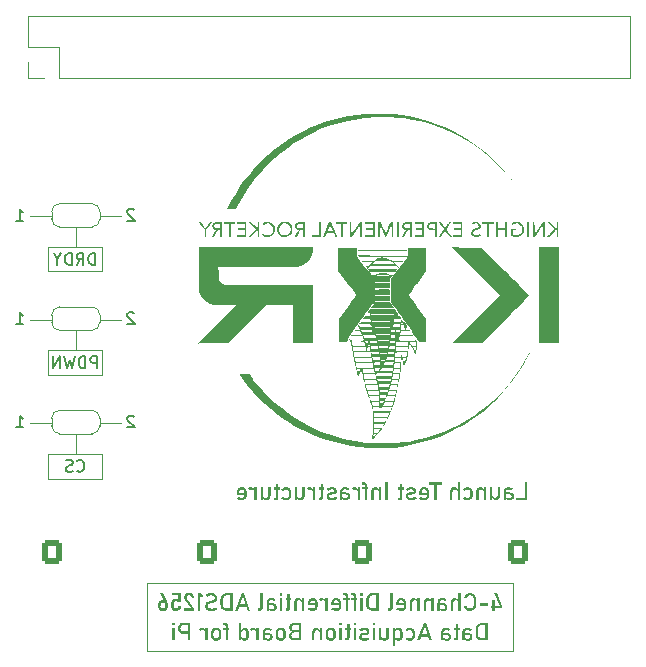
<source format=gbr>
%TF.GenerationSoftware,KiCad,Pcbnew,9.0.0*%
%TF.CreationDate,2025-04-05T00:09:13-04:00*%
%TF.ProjectId,KXR_pi_hat_v0.2,4b58525f-7069-45f6-9861-745f76302e32,rev?*%
%TF.SameCoordinates,Original*%
%TF.FileFunction,Legend,Bot*%
%TF.FilePolarity,Positive*%
%FSLAX46Y46*%
G04 Gerber Fmt 4.6, Leading zero omitted, Abs format (unit mm)*
G04 Created by KiCad (PCBNEW 9.0.0) date 2025-04-05 00:09:13*
%MOMM*%
%LPD*%
G01*
G04 APERTURE LIST*
G04 Aperture macros list*
%AMRoundRect*
0 Rectangle with rounded corners*
0 $1 Rounding radius*
0 $2 $3 $4 $5 $6 $7 $8 $9 X,Y pos of 4 corners*
0 Add a 4 corners polygon primitive as box body*
4,1,4,$2,$3,$4,$5,$6,$7,$8,$9,$2,$3,0*
0 Add four circle primitives for the rounded corners*
1,1,$1+$1,$2,$3*
1,1,$1+$1,$4,$5*
1,1,$1+$1,$6,$7*
1,1,$1+$1,$8,$9*
0 Add four rect primitives between the rounded corners*
20,1,$1+$1,$2,$3,$4,$5,0*
20,1,$1+$1,$4,$5,$6,$7,0*
20,1,$1+$1,$6,$7,$8,$9,0*
20,1,$1+$1,$8,$9,$2,$3,0*%
%AMFreePoly0*
4,1,23,0.550000,-0.750000,0.000000,-0.750000,0.000000,-0.745722,-0.065263,-0.745722,-0.191342,-0.711940,-0.304381,-0.646677,-0.396677,-0.554381,-0.461940,-0.441342,-0.495722,-0.315263,-0.495722,-0.250000,-0.500000,-0.250000,-0.500000,0.250000,-0.495722,0.250000,-0.495722,0.315263,-0.461940,0.441342,-0.396677,0.554381,-0.304381,0.646677,-0.191342,0.711940,-0.065263,0.745722,0.000000,0.745722,
0.000000,0.750000,0.550000,0.750000,0.550000,-0.750000,0.550000,-0.750000,$1*%
%AMFreePoly1*
4,1,23,0.000000,0.745722,0.065263,0.745722,0.191342,0.711940,0.304381,0.646677,0.396677,0.554381,0.461940,0.441342,0.495722,0.315263,0.495722,0.250000,0.500000,0.250000,0.500000,-0.250000,0.495722,-0.250000,0.495722,-0.315263,0.461940,-0.441342,0.396677,-0.554381,0.304381,-0.646677,0.191342,-0.711940,0.065263,-0.745722,0.000000,-0.745722,0.000000,-0.750000,-0.550000,-0.750000,
-0.550000,0.750000,0.000000,0.750000,0.000000,0.745722,0.000000,0.745722,$1*%
G04 Aperture macros list end*
%ADD10C,0.100000*%
%ADD11C,0.150000*%
%ADD12C,0.000000*%
%ADD13C,0.120000*%
%ADD14C,5.400000*%
%ADD15R,1.700000X1.700000*%
%ADD16O,1.700000X1.700000*%
%ADD17RoundRect,0.250000X-0.600000X-0.725000X0.600000X-0.725000X0.600000X0.725000X-0.600000X0.725000X0*%
%ADD18O,1.700000X1.950000*%
%ADD19FreePoly0,0.000000*%
%ADD20R,1.000000X1.500000*%
%ADD21FreePoly1,0.000000*%
G04 APERTURE END LIST*
D10*
X77100000Y-118900000D02*
X108100000Y-118900000D01*
X108100000Y-124600000D01*
X77100000Y-124600000D01*
X77100000Y-118900000D01*
G36*
X107174886Y-120815129D02*
G01*
X106674799Y-119736187D01*
X106459651Y-119736187D01*
X106947374Y-120802856D01*
X106216752Y-120802856D01*
X106216752Y-120996480D01*
X107174886Y-120996480D01*
X107174886Y-120815129D01*
G37*
G36*
X106532375Y-120348931D02*
G01*
X106328493Y-120348931D01*
X106328493Y-121226007D01*
X106532375Y-121226007D01*
X106532375Y-120348931D01*
G37*
G36*
X105261182Y-120591739D02*
G01*
X105261182Y-120790491D01*
X105949764Y-120790491D01*
X105949764Y-120591739D01*
X105261182Y-120591739D01*
G37*
G36*
X104434756Y-121240387D02*
G01*
X104536015Y-121232393D01*
X104626045Y-121209318D01*
X104706782Y-121171785D01*
X104778886Y-121119841D01*
X104839243Y-121055398D01*
X104888681Y-120977062D01*
X104923850Y-120890859D01*
X104945663Y-120794139D01*
X104953253Y-120684979D01*
X104953253Y-120276116D01*
X104945664Y-120167017D01*
X104923853Y-120070326D01*
X104888681Y-119984124D01*
X104839260Y-119905759D01*
X104778903Y-119841155D01*
X104706782Y-119788943D01*
X104626013Y-119751098D01*
X104535986Y-119727845D01*
X104434756Y-119719792D01*
X104350732Y-119726029D01*
X104272535Y-119744359D01*
X104199092Y-119774655D01*
X104131400Y-119816153D01*
X104071683Y-119867622D01*
X104019299Y-119929810D01*
X103976766Y-119999368D01*
X103944096Y-120076553D01*
X103921388Y-120162452D01*
X104135528Y-120162452D01*
X104161624Y-120096367D01*
X104200649Y-120037979D01*
X104250454Y-119989195D01*
X104307719Y-119953441D01*
X104370521Y-119931042D01*
X104434756Y-119923674D01*
X104494268Y-119928781D01*
X104547164Y-119943559D01*
X104594674Y-119967729D01*
X104655100Y-120020038D01*
X104701195Y-120091194D01*
X104729197Y-120175027D01*
X104739113Y-120276116D01*
X104739113Y-120684979D01*
X104729236Y-120785261D01*
X104701195Y-120869443D01*
X104655037Y-120940945D01*
X104594674Y-120992908D01*
X104547197Y-121016763D01*
X104494298Y-121031364D01*
X104434756Y-121036413D01*
X104369612Y-121029508D01*
X104307170Y-121008753D01*
X104250408Y-120974712D01*
X104200649Y-120926779D01*
X104161904Y-120868034D01*
X104135528Y-120797727D01*
X103921388Y-120797727D01*
X103944133Y-120883540D01*
X103976950Y-120960727D01*
X104019757Y-121030368D01*
X104072466Y-121092586D01*
X104132372Y-121144085D01*
X104200100Y-121185615D01*
X104273526Y-121215891D01*
X104351397Y-121234175D01*
X104434756Y-121240387D01*
G37*
G36*
X103644600Y-119735088D02*
G01*
X103435589Y-119735088D01*
X103435589Y-121225000D01*
X103644600Y-121225000D01*
X103644600Y-119735088D01*
G37*
G36*
X102999066Y-120580473D02*
G01*
X103006295Y-120507506D01*
X103026194Y-120450641D01*
X103057501Y-120406267D01*
X103100068Y-120373008D01*
X103153634Y-120352261D01*
X103221449Y-120344809D01*
X103287700Y-120351398D01*
X103339366Y-120369545D01*
X103379719Y-120398115D01*
X103409898Y-120436948D01*
X103428786Y-120486119D01*
X103435589Y-120548691D01*
X103457113Y-120343802D01*
X103420110Y-120284500D01*
X103377324Y-120236251D01*
X103328519Y-120197806D01*
X103273679Y-120169049D01*
X103215456Y-120151873D01*
X103152756Y-120146057D01*
X103067716Y-120153764D01*
X102996356Y-120175568D01*
X102936014Y-120210554D01*
X102884852Y-120259263D01*
X102845461Y-120317784D01*
X102815898Y-120388880D01*
X102796889Y-120475077D01*
X102790055Y-120579466D01*
X102790055Y-121225000D01*
X102999066Y-121225000D01*
X102999066Y-120580473D01*
G37*
G36*
X101871763Y-120550798D02*
G01*
X101878624Y-120483226D01*
X101897598Y-120430145D01*
X101927634Y-120388315D01*
X101968348Y-120357089D01*
X102020024Y-120337497D01*
X102085903Y-120330430D01*
X102148770Y-120335298D01*
X102210467Y-120349938D01*
X102268505Y-120373510D01*
X102318544Y-120404252D01*
X102471227Y-120299747D01*
X102427526Y-120255539D01*
X102374836Y-120217827D01*
X102311950Y-120186540D01*
X102209195Y-120156490D01*
X102092040Y-120146057D01*
X102004905Y-120151667D01*
X101930066Y-120167543D01*
X101865627Y-120192677D01*
X101807308Y-120228807D01*
X101759876Y-120273656D01*
X101722195Y-120327957D01*
X101695597Y-120388843D01*
X101678897Y-120459407D01*
X101673011Y-120541547D01*
X101673011Y-121225000D01*
X101871763Y-121225000D01*
X101871763Y-120550798D01*
G37*
G36*
X102132065Y-121240387D02*
G01*
X102232314Y-121234287D01*
X102312426Y-121217594D01*
X102376037Y-121192154D01*
X102426164Y-121158962D01*
X102467221Y-121115011D01*
X102497346Y-121060733D01*
X102516531Y-120993912D01*
X102523434Y-120911483D01*
X102517088Y-120832882D01*
X102499452Y-120769001D01*
X102471819Y-120717010D01*
X102434316Y-120674812D01*
X102388129Y-120642469D01*
X102329741Y-120617832D01*
X102256428Y-120601732D01*
X102164855Y-120595860D01*
X101862513Y-120595860D01*
X101848224Y-120763930D01*
X102163847Y-120763930D01*
X102217379Y-120768621D01*
X102257110Y-120781191D01*
X102286304Y-120800292D01*
X102307840Y-120827186D01*
X102321622Y-120863269D01*
X102326696Y-120911483D01*
X102320188Y-120962691D01*
X102302162Y-121001649D01*
X102272932Y-121031376D01*
X102234935Y-121051501D01*
X102181992Y-121065137D01*
X102109534Y-121070302D01*
X101997601Y-121062786D01*
X101930748Y-121044657D01*
X101896803Y-121023303D01*
X101878078Y-120997171D01*
X101871763Y-120964698D01*
X101850239Y-121114357D01*
X101881282Y-121153742D01*
X101918383Y-121185066D01*
X101961402Y-121208971D01*
X102012172Y-121226557D01*
X102067337Y-121236758D01*
X102132065Y-121240387D01*
G37*
G36*
X101355556Y-120161352D02*
G01*
X101146545Y-120161352D01*
X101146545Y-121225000D01*
X101355556Y-121225000D01*
X101355556Y-120161352D01*
G37*
G36*
X100710022Y-120580473D02*
G01*
X100717251Y-120507506D01*
X100737150Y-120450641D01*
X100768457Y-120406267D01*
X100811024Y-120373008D01*
X100864590Y-120352261D01*
X100932405Y-120344809D01*
X100998574Y-120351505D01*
X101050242Y-120369970D01*
X101090675Y-120399123D01*
X101120850Y-120438645D01*
X101139744Y-120488527D01*
X101146545Y-120551805D01*
X101168069Y-120346824D01*
X101130979Y-120286252D01*
X101088182Y-120237214D01*
X101039475Y-120198355D01*
X100984603Y-120169280D01*
X100926384Y-120151929D01*
X100863712Y-120146057D01*
X100778672Y-120153764D01*
X100707312Y-120175568D01*
X100646970Y-120210554D01*
X100595808Y-120259263D01*
X100556417Y-120317784D01*
X100526854Y-120388880D01*
X100507845Y-120475077D01*
X100501011Y-120579466D01*
X100501011Y-121225000D01*
X100710022Y-121225000D01*
X100710022Y-120580473D01*
G37*
G36*
X100183190Y-120161352D02*
G01*
X99974180Y-120161352D01*
X99974180Y-121225000D01*
X100183190Y-121225000D01*
X100183190Y-120161352D01*
G37*
G36*
X99537656Y-120580473D02*
G01*
X99544885Y-120507506D01*
X99564785Y-120450641D01*
X99596092Y-120406267D01*
X99638658Y-120373008D01*
X99692224Y-120352261D01*
X99760040Y-120344809D01*
X99826208Y-120351505D01*
X99877877Y-120369970D01*
X99918309Y-120399123D01*
X99948484Y-120438645D01*
X99967378Y-120488527D01*
X99974180Y-120551805D01*
X99995703Y-120346824D01*
X99958613Y-120286252D01*
X99915817Y-120237214D01*
X99867110Y-120198355D01*
X99812237Y-120169280D01*
X99754018Y-120151929D01*
X99691346Y-120146057D01*
X99606307Y-120153764D01*
X99534946Y-120175568D01*
X99474604Y-120210554D01*
X99423442Y-120259263D01*
X99384051Y-120317784D01*
X99354488Y-120388880D01*
X99335479Y-120475077D01*
X99328646Y-120579466D01*
X99328646Y-121225000D01*
X99537656Y-121225000D01*
X99537656Y-120580473D01*
G37*
G36*
X98575309Y-121240387D02*
G01*
X98672407Y-121233745D01*
X98755723Y-121214932D01*
X98827459Y-121185066D01*
X98891644Y-121142410D01*
X98944438Y-121088680D01*
X98986828Y-121022675D01*
X99016350Y-120949291D01*
X99035002Y-120863797D01*
X99041599Y-120763930D01*
X99041599Y-120644037D01*
X99035215Y-120539830D01*
X99017210Y-120450777D01*
X98988843Y-120374576D01*
X98947700Y-120305158D01*
X98896852Y-120248961D01*
X98835611Y-120204492D01*
X98766440Y-120172825D01*
X98686563Y-120153021D01*
X98593811Y-120146057D01*
X98507087Y-120153870D01*
X98431990Y-120176265D01*
X98366298Y-120212643D01*
X98309681Y-120262276D01*
X98261754Y-120325727D01*
X98222409Y-120405259D01*
X98195756Y-120490705D01*
X98178727Y-120590668D01*
X98172675Y-120707510D01*
X98172675Y-120777211D01*
X98889924Y-120777211D01*
X98889924Y-120609141D01*
X98371427Y-120609141D01*
X98384093Y-120524173D01*
X98406950Y-120457978D01*
X98438564Y-120406816D01*
X98481482Y-120366708D01*
X98532368Y-120342847D01*
X98593811Y-120334551D01*
X98669376Y-120343825D01*
X98729465Y-120369897D01*
X98777725Y-120412495D01*
X98812259Y-120467988D01*
X98834578Y-120539883D01*
X98842755Y-120632772D01*
X98842755Y-120767960D01*
X98834130Y-120853443D01*
X98810429Y-120919634D01*
X98773146Y-120970926D01*
X98722471Y-121008934D01*
X98657889Y-121032882D01*
X98575309Y-121041543D01*
X98512559Y-121035249D01*
X98449371Y-121015989D01*
X98390136Y-120985223D01*
X98337630Y-120944273D01*
X98200335Y-121081568D01*
X98284335Y-121148992D01*
X98377564Y-121198896D01*
X98477049Y-121230195D01*
X98575309Y-121240387D01*
G37*
G36*
X97676343Y-120950409D02*
G01*
X97671714Y-120986304D01*
X97659490Y-121010402D01*
X97639505Y-121025947D01*
X97611771Y-121031376D01*
X97513402Y-121031376D01*
X97513402Y-121230129D01*
X97636318Y-121230129D01*
X97712283Y-121221268D01*
X97772389Y-121196491D01*
X97820324Y-121156398D01*
X97855016Y-121103524D01*
X97877248Y-121035577D01*
X97885354Y-120948303D01*
X97885354Y-119735088D01*
X97676343Y-119735088D01*
X97676343Y-120950409D01*
G37*
G36*
X96553986Y-121026247D02*
G01*
X96216931Y-121026247D01*
X96134390Y-121020194D01*
X96065805Y-121003260D01*
X96008719Y-120976657D01*
X95961208Y-120940701D01*
X95922657Y-120895186D01*
X95894542Y-120841047D01*
X95876829Y-120776549D01*
X95870533Y-120699358D01*
X95870533Y-120260820D01*
X95876832Y-120183577D01*
X95894549Y-120119069D01*
X95922664Y-120064948D01*
X95961208Y-120019478D01*
X96008719Y-119983522D01*
X96065805Y-119956918D01*
X96134390Y-119939984D01*
X96216931Y-119933932D01*
X96553986Y-119933932D01*
X96553986Y-119735088D01*
X96223067Y-119735088D01*
X96104792Y-119742635D01*
X96003546Y-119763957D01*
X95916695Y-119797644D01*
X95838049Y-119846143D01*
X95773982Y-119906590D01*
X95722980Y-119980002D01*
X95686966Y-120062421D01*
X95664360Y-120157891D01*
X95656393Y-120268972D01*
X95656393Y-120691115D01*
X95664360Y-120802196D01*
X95686966Y-120897666D01*
X95722980Y-120980085D01*
X95774002Y-121053473D01*
X95838212Y-121113955D01*
X95917153Y-121162534D01*
X96004352Y-121196188D01*
X96105797Y-121217471D01*
X96224075Y-121225000D01*
X96553986Y-121225000D01*
X96553986Y-121026247D01*
G37*
G36*
X96695402Y-119735088D02*
G01*
X96486392Y-119735088D01*
X96486392Y-121225000D01*
X96695402Y-121225000D01*
X96695402Y-119735088D01*
G37*
G36*
X95338389Y-119735088D02*
G01*
X95129378Y-119735088D01*
X95129378Y-119944190D01*
X95338389Y-119944190D01*
X95338389Y-119735088D01*
G37*
G36*
X95338389Y-120161352D02*
G01*
X95129378Y-120161352D01*
X95129378Y-121225000D01*
X95338389Y-121225000D01*
X95338389Y-120161352D01*
G37*
G36*
X94781516Y-120016913D02*
G01*
X94773176Y-119924766D01*
X94750752Y-119856091D01*
X94716486Y-119805338D01*
X94668523Y-119768038D01*
X94603576Y-119743987D01*
X94516176Y-119735088D01*
X94362486Y-119735088D01*
X94362486Y-119933932D01*
X94512055Y-119933932D01*
X94538413Y-119939693D01*
X94557117Y-119956463D01*
X94568381Y-119981310D01*
X94572505Y-120014898D01*
X94572505Y-121225000D01*
X94781516Y-121225000D01*
X94781516Y-120016913D01*
G37*
G36*
X94894264Y-120161352D02*
G01*
X94362486Y-120161352D01*
X94362486Y-120339680D01*
X94894264Y-120339680D01*
X94894264Y-120161352D01*
G37*
G36*
X94116198Y-120016913D02*
G01*
X94107858Y-119924766D01*
X94085435Y-119856091D01*
X94051168Y-119805338D01*
X94003205Y-119768038D01*
X93938258Y-119743987D01*
X93850859Y-119735088D01*
X93697169Y-119735088D01*
X93697169Y-119933932D01*
X93846737Y-119933932D01*
X93873095Y-119939693D01*
X93891800Y-119956463D01*
X93903064Y-119981310D01*
X93907187Y-120014898D01*
X93907187Y-121225000D01*
X94116198Y-121225000D01*
X94116198Y-120016913D01*
G37*
G36*
X94228947Y-120161352D02*
G01*
X93697169Y-120161352D01*
X93697169Y-120339680D01*
X94228947Y-120339680D01*
X94228947Y-120161352D01*
G37*
G36*
X93076914Y-121240387D02*
G01*
X93174012Y-121233745D01*
X93257328Y-121214932D01*
X93329064Y-121185066D01*
X93393249Y-121142410D01*
X93446043Y-121088680D01*
X93488433Y-121022675D01*
X93517955Y-120949291D01*
X93536607Y-120863797D01*
X93543204Y-120763930D01*
X93543204Y-120644037D01*
X93536820Y-120539830D01*
X93518815Y-120450777D01*
X93490448Y-120374576D01*
X93449305Y-120305158D01*
X93398457Y-120248961D01*
X93337216Y-120204492D01*
X93268045Y-120172825D01*
X93188168Y-120153021D01*
X93095416Y-120146057D01*
X93008692Y-120153870D01*
X92933595Y-120176265D01*
X92867903Y-120212643D01*
X92811286Y-120262276D01*
X92763359Y-120325727D01*
X92724014Y-120405259D01*
X92697361Y-120490705D01*
X92680332Y-120590668D01*
X92674280Y-120707510D01*
X92674280Y-120777211D01*
X93391529Y-120777211D01*
X93391529Y-120609141D01*
X92873032Y-120609141D01*
X92885698Y-120524173D01*
X92908555Y-120457978D01*
X92940169Y-120406816D01*
X92983087Y-120366708D01*
X93033973Y-120342847D01*
X93095416Y-120334551D01*
X93170981Y-120343825D01*
X93231070Y-120369897D01*
X93279330Y-120412495D01*
X93313864Y-120467988D01*
X93336183Y-120539883D01*
X93344360Y-120632772D01*
X93344360Y-120767960D01*
X93335735Y-120853443D01*
X93312034Y-120919634D01*
X93274751Y-120970926D01*
X93224076Y-121008934D01*
X93159494Y-121032882D01*
X93076914Y-121041543D01*
X93014164Y-121035249D01*
X92950976Y-121015989D01*
X92891741Y-120985223D01*
X92839235Y-120944273D01*
X92701940Y-121081568D01*
X92785940Y-121148992D01*
X92879169Y-121198896D01*
X92978654Y-121230195D01*
X93076914Y-121240387D01*
G37*
G36*
X92386959Y-120161352D02*
G01*
X92177948Y-120161352D01*
X92177948Y-121225000D01*
X92386959Y-121225000D01*
X92386959Y-120161352D01*
G37*
G36*
X91801875Y-120413411D02*
G01*
X91832955Y-120383841D01*
X91871576Y-120362212D01*
X91915659Y-120349379D01*
X91968845Y-120344809D01*
X92032961Y-120351519D01*
X92083375Y-120370112D01*
X92123176Y-120399672D01*
X92152774Y-120439367D01*
X92171294Y-120489111D01*
X92177948Y-120551805D01*
X92199472Y-120346824D01*
X92162556Y-120286750D01*
X92120267Y-120237843D01*
X92072435Y-120198813D01*
X92018495Y-120169434D01*
X91961467Y-120151959D01*
X91900244Y-120146057D01*
X91829738Y-120151500D01*
X91768627Y-120167031D01*
X91713131Y-120193167D01*
X91665587Y-120229038D01*
X91801875Y-120413411D01*
G37*
G36*
X91076565Y-121240387D02*
G01*
X91173663Y-121233745D01*
X91256979Y-121214932D01*
X91328715Y-121185066D01*
X91392900Y-121142410D01*
X91445694Y-121088680D01*
X91488084Y-121022675D01*
X91517606Y-120949291D01*
X91536258Y-120863797D01*
X91542855Y-120763930D01*
X91542855Y-120644037D01*
X91536471Y-120539830D01*
X91518466Y-120450777D01*
X91490099Y-120374576D01*
X91448956Y-120305158D01*
X91398108Y-120248961D01*
X91336867Y-120204492D01*
X91267696Y-120172825D01*
X91187819Y-120153021D01*
X91095067Y-120146057D01*
X91008343Y-120153870D01*
X90933246Y-120176265D01*
X90867554Y-120212643D01*
X90810937Y-120262276D01*
X90763010Y-120325727D01*
X90723665Y-120405259D01*
X90697012Y-120490705D01*
X90679983Y-120590668D01*
X90673931Y-120707510D01*
X90673931Y-120777211D01*
X91391181Y-120777211D01*
X91391181Y-120609141D01*
X90872684Y-120609141D01*
X90885349Y-120524173D01*
X90908206Y-120457978D01*
X90939820Y-120406816D01*
X90982738Y-120366708D01*
X91033624Y-120342847D01*
X91095067Y-120334551D01*
X91170632Y-120343825D01*
X91230721Y-120369897D01*
X91278982Y-120412495D01*
X91313515Y-120467988D01*
X91335834Y-120539883D01*
X91344011Y-120632772D01*
X91344011Y-120767960D01*
X91335386Y-120853443D01*
X91311686Y-120919634D01*
X91274402Y-120970926D01*
X91223727Y-121008934D01*
X91159145Y-121032882D01*
X91076565Y-121041543D01*
X91013815Y-121035249D01*
X90950628Y-121015989D01*
X90891392Y-120985223D01*
X90838886Y-120944273D01*
X90701591Y-121081568D01*
X90785591Y-121148992D01*
X90878820Y-121198896D01*
X90978305Y-121230195D01*
X91076565Y-121240387D01*
G37*
G36*
X90386610Y-120161352D02*
G01*
X90177599Y-120161352D01*
X90177599Y-121225000D01*
X90386610Y-121225000D01*
X90386610Y-120161352D01*
G37*
G36*
X89741076Y-120580473D02*
G01*
X89748305Y-120507506D01*
X89768204Y-120450641D01*
X89799511Y-120406267D01*
X89842077Y-120373008D01*
X89895643Y-120352261D01*
X89963459Y-120344809D01*
X90029628Y-120351505D01*
X90081296Y-120369970D01*
X90121728Y-120399123D01*
X90151903Y-120438645D01*
X90170798Y-120488527D01*
X90177599Y-120551805D01*
X90199123Y-120346824D01*
X90162032Y-120286252D01*
X90119236Y-120237214D01*
X90070529Y-120198355D01*
X90015657Y-120169280D01*
X89957437Y-120151929D01*
X89894766Y-120146057D01*
X89809726Y-120153764D01*
X89738365Y-120175568D01*
X89678024Y-120210554D01*
X89626862Y-120259263D01*
X89587471Y-120317784D01*
X89557908Y-120388880D01*
X89538898Y-120475077D01*
X89532065Y-120579466D01*
X89532065Y-121225000D01*
X89741076Y-121225000D01*
X89741076Y-120580473D01*
G37*
G36*
X88937547Y-121230129D02*
G01*
X89020567Y-121221150D01*
X89081803Y-121196869D01*
X89126683Y-121158962D01*
X89158171Y-121107997D01*
X89178881Y-121039516D01*
X89186584Y-120948303D01*
X89186584Y-119851958D01*
X88977573Y-119851958D01*
X88977573Y-120950409D01*
X88973310Y-120986437D01*
X88962185Y-121010402D01*
X88943623Y-121025946D01*
X88917123Y-121031376D01*
X88816647Y-121031376D01*
X88816647Y-121230129D01*
X88937547Y-121230129D01*
G37*
G36*
X89296218Y-120161352D02*
G01*
X88816647Y-120161352D01*
X88816647Y-120349938D01*
X89296218Y-120349938D01*
X89296218Y-120161352D01*
G37*
G36*
X88529876Y-119735088D02*
G01*
X88320865Y-119735088D01*
X88320865Y-119944190D01*
X88529876Y-119944190D01*
X88529876Y-119735088D01*
G37*
G36*
X88529876Y-120161352D02*
G01*
X88320865Y-120161352D01*
X88320865Y-121225000D01*
X88529876Y-121225000D01*
X88529876Y-120161352D01*
G37*
G36*
X87403305Y-120550798D02*
G01*
X87410166Y-120483226D01*
X87429140Y-120430145D01*
X87459176Y-120388315D01*
X87499890Y-120357089D01*
X87551567Y-120337497D01*
X87617445Y-120330430D01*
X87680312Y-120335298D01*
X87742009Y-120349938D01*
X87800048Y-120373510D01*
X87850087Y-120404252D01*
X88002769Y-120299747D01*
X87959068Y-120255539D01*
X87906379Y-120217827D01*
X87843492Y-120186540D01*
X87740737Y-120156490D01*
X87623582Y-120146057D01*
X87536447Y-120151667D01*
X87461608Y-120167543D01*
X87397169Y-120192677D01*
X87338850Y-120228807D01*
X87291418Y-120273656D01*
X87253737Y-120327957D01*
X87227139Y-120388843D01*
X87210439Y-120459407D01*
X87204553Y-120541547D01*
X87204553Y-121225000D01*
X87403305Y-121225000D01*
X87403305Y-120550798D01*
G37*
G36*
X87663607Y-121240387D02*
G01*
X87763856Y-121234287D01*
X87843968Y-121217594D01*
X87907579Y-121192154D01*
X87957706Y-121158962D01*
X87998763Y-121115011D01*
X88028888Y-121060733D01*
X88048073Y-120993912D01*
X88054976Y-120911483D01*
X88048630Y-120832882D01*
X88030994Y-120769001D01*
X88003361Y-120717010D01*
X87965858Y-120674812D01*
X87919671Y-120642469D01*
X87861283Y-120617832D01*
X87787970Y-120601732D01*
X87696397Y-120595860D01*
X87394055Y-120595860D01*
X87379767Y-120763930D01*
X87695389Y-120763930D01*
X87748922Y-120768621D01*
X87788652Y-120781191D01*
X87817847Y-120800292D01*
X87839382Y-120827186D01*
X87853164Y-120863269D01*
X87858238Y-120911483D01*
X87851731Y-120962691D01*
X87833704Y-121001649D01*
X87804474Y-121031376D01*
X87766477Y-121051501D01*
X87713534Y-121065137D01*
X87641076Y-121070302D01*
X87529143Y-121062786D01*
X87462290Y-121044657D01*
X87428345Y-121023303D01*
X87409620Y-120997171D01*
X87403305Y-120964698D01*
X87381782Y-121114357D01*
X87412825Y-121153742D01*
X87449925Y-121185066D01*
X87492944Y-121208971D01*
X87543715Y-121226557D01*
X87598879Y-121236758D01*
X87663607Y-121240387D01*
G37*
G36*
X86678087Y-120950409D02*
G01*
X86673459Y-120986304D01*
X86661235Y-121010402D01*
X86641250Y-121025947D01*
X86613516Y-121031376D01*
X86515147Y-121031376D01*
X86515147Y-121230129D01*
X86638062Y-121230129D01*
X86714027Y-121221268D01*
X86774134Y-121196491D01*
X86822069Y-121156398D01*
X86856761Y-121103524D01*
X86878993Y-121035577D01*
X86887098Y-120948303D01*
X86887098Y-119735088D01*
X86678087Y-119735088D01*
X86678087Y-120950409D01*
G37*
G36*
X85291399Y-119735088D02*
G01*
X85113071Y-119735088D01*
X84563891Y-121225000D01*
X84789296Y-121225000D01*
X85202281Y-120023050D01*
X85615173Y-121225000D01*
X85840579Y-121225000D01*
X85291399Y-119735088D01*
G37*
G36*
X85587513Y-120699358D02*
G01*
X84803676Y-120699358D01*
X84803676Y-120898111D01*
X85587513Y-120898111D01*
X85587513Y-120699358D01*
G37*
G36*
X84197252Y-121026247D02*
G01*
X83860197Y-121026247D01*
X83777655Y-121020194D01*
X83709071Y-121003260D01*
X83651985Y-120976657D01*
X83604474Y-120940701D01*
X83565923Y-120895186D01*
X83537808Y-120841047D01*
X83520095Y-120776549D01*
X83513799Y-120699358D01*
X83513799Y-120260820D01*
X83520098Y-120183577D01*
X83537815Y-120119069D01*
X83565930Y-120064948D01*
X83604474Y-120019478D01*
X83651985Y-119983522D01*
X83709071Y-119956918D01*
X83777655Y-119939984D01*
X83860197Y-119933932D01*
X84197252Y-119933932D01*
X84197252Y-119735088D01*
X83866333Y-119735088D01*
X83748058Y-119742635D01*
X83646811Y-119763957D01*
X83559961Y-119797644D01*
X83481314Y-119846143D01*
X83417248Y-119906590D01*
X83366246Y-119980002D01*
X83330232Y-120062421D01*
X83307626Y-120157891D01*
X83299659Y-120268972D01*
X83299659Y-120691115D01*
X83307626Y-120802196D01*
X83330232Y-120897666D01*
X83366246Y-120980085D01*
X83417268Y-121053473D01*
X83481478Y-121113955D01*
X83560419Y-121162534D01*
X83647618Y-121196188D01*
X83749063Y-121217471D01*
X83867341Y-121225000D01*
X84197252Y-121225000D01*
X84197252Y-121026247D01*
G37*
G36*
X84338668Y-119735088D02*
G01*
X84129658Y-119735088D01*
X84129658Y-121225000D01*
X84338668Y-121225000D01*
X84338668Y-119735088D01*
G37*
G36*
X82554383Y-121240387D02*
G01*
X82660297Y-121235145D01*
X82758356Y-121219870D01*
X82852048Y-121194038D01*
X82938149Y-121158413D01*
X83018765Y-121112414D01*
X83094404Y-121055922D01*
X82964253Y-120896096D01*
X82874515Y-120960838D01*
X82776766Y-121006738D01*
X82671229Y-121034204D01*
X82554383Y-121043649D01*
X82447706Y-121035953D01*
X82365789Y-121015176D01*
X82303423Y-120983749D01*
X82253637Y-120937947D01*
X82224380Y-120882485D01*
X82214214Y-120814122D01*
X82214214Y-120813114D01*
X82219150Y-120762634D01*
X82232887Y-120722196D01*
X82254697Y-120689650D01*
X82300390Y-120650383D01*
X82359202Y-120622056D01*
X82428163Y-120601969D01*
X82524707Y-120581481D01*
X82531393Y-120580473D01*
X82537988Y-120579466D01*
X82553375Y-120576352D01*
X82695602Y-120547543D01*
X82796733Y-120518558D01*
X82855577Y-120491479D01*
X82908798Y-120452599D01*
X82957109Y-120400680D01*
X82992267Y-120340013D01*
X83015231Y-120260627D01*
X83023695Y-120157322D01*
X83023695Y-120156223D01*
X83016347Y-120065798D01*
X82995393Y-119987827D01*
X82961688Y-119920102D01*
X82914850Y-119860844D01*
X82855211Y-119811280D01*
X82780887Y-119770991D01*
X82700042Y-119743512D01*
X82605503Y-119726007D01*
X82494940Y-119719792D01*
X82415627Y-119724150D01*
X82337678Y-119737194D01*
X82261199Y-119758701D01*
X82184996Y-119788943D01*
X82111074Y-119827286D01*
X82036985Y-119875497D01*
X82155778Y-120041460D01*
X82242419Y-119985872D01*
X82325405Y-119947762D01*
X82410660Y-119924227D01*
X82494940Y-119916530D01*
X82595222Y-119924296D01*
X82672686Y-119945368D01*
X82732161Y-119977529D01*
X82778987Y-120023580D01*
X82806910Y-120079976D01*
X82816700Y-120150087D01*
X82816700Y-120151094D01*
X82811437Y-120200635D01*
X82796742Y-120240228D01*
X82773194Y-120272086D01*
X82724891Y-120309979D01*
X82664567Y-120337116D01*
X82483674Y-120380621D01*
X82476072Y-120382270D01*
X82468379Y-120383736D01*
X82457113Y-120385842D01*
X82445756Y-120387857D01*
X82316665Y-120419554D01*
X82219892Y-120453436D01*
X82163062Y-120483656D01*
X82112719Y-120524152D01*
X82068217Y-120575894D01*
X82035844Y-120635288D01*
X82014873Y-120710893D01*
X82007218Y-120806886D01*
X82007218Y-120808993D01*
X82014825Y-120897900D01*
X82036588Y-120974869D01*
X82071789Y-121042092D01*
X82120235Y-121100506D01*
X82181899Y-121149596D01*
X82258818Y-121189645D01*
X82341984Y-121216826D01*
X82439688Y-121234202D01*
X82554383Y-121240387D01*
G37*
G36*
X81380735Y-121225000D02*
G01*
X81589746Y-121225000D01*
X81589746Y-119962600D01*
X81801871Y-120092751D01*
X81801871Y-119876504D01*
X81589746Y-119735088D01*
X81380735Y-119735088D01*
X81380735Y-121225000D01*
G37*
G36*
X81065387Y-121043649D02*
G01*
X80545882Y-120350946D01*
X80505464Y-120289746D01*
X80475723Y-120227481D01*
X80456488Y-120163981D01*
X80450536Y-120108138D01*
X80450536Y-120106031D01*
X80456870Y-120048839D01*
X80474515Y-120003653D01*
X80502834Y-119967729D01*
X80540559Y-119941413D01*
X80589043Y-119924645D01*
X80651395Y-119918545D01*
X80710059Y-119924922D01*
X80758531Y-119942997D01*
X80799040Y-119972400D01*
X80830664Y-120011514D01*
X80853730Y-120061366D01*
X80867642Y-120124533D01*
X80867642Y-120125540D01*
X81083797Y-120125540D01*
X81083797Y-120124533D01*
X81066546Y-120040691D01*
X81041263Y-119968261D01*
X81008509Y-119905722D01*
X80966419Y-119849521D01*
X80917603Y-119803725D01*
X80861505Y-119767419D01*
X80799730Y-119741420D01*
X80730844Y-119725363D01*
X80653502Y-119719792D01*
X80565562Y-119725304D01*
X80490377Y-119740862D01*
X80425990Y-119765404D01*
X80367591Y-119800803D01*
X80320176Y-119844783D01*
X80282558Y-119898028D01*
X80255945Y-119957957D01*
X80239254Y-120027367D01*
X80233374Y-120108138D01*
X80233374Y-120109146D01*
X80241256Y-120188216D01*
X80266163Y-120274101D01*
X80304949Y-120357924D01*
X80357296Y-120440064D01*
X80788690Y-121026247D01*
X80225130Y-121026247D01*
X80225130Y-121225000D01*
X81065387Y-121225000D01*
X81065387Y-121043649D01*
G37*
G36*
X79542411Y-121240387D02*
G01*
X79616467Y-121235245D01*
X79682842Y-121220396D01*
X79742720Y-121196331D01*
X79797394Y-121162574D01*
X79844659Y-121120140D01*
X79885144Y-121068287D01*
X79930050Y-120977942D01*
X79958417Y-120866329D01*
X79958417Y-120865321D01*
X79749406Y-120865321D01*
X79749406Y-120866329D01*
X79736571Y-120918398D01*
X79714684Y-120960285D01*
X79683827Y-120993915D01*
X79645300Y-121018632D01*
X79598849Y-121034049D01*
X79542411Y-121039528D01*
X79478604Y-121031559D01*
X79427891Y-121009132D01*
X79387164Y-120972391D01*
X79358037Y-120924647D01*
X79339200Y-120862923D01*
X79332301Y-120783347D01*
X79332301Y-120658326D01*
X79339183Y-120579442D01*
X79358003Y-120518053D01*
X79387164Y-120470381D01*
X79427891Y-120433640D01*
X79478604Y-120411213D01*
X79542411Y-120403244D01*
X79595171Y-120410785D01*
X79646916Y-120434019D01*
X79693324Y-120470165D01*
X79735027Y-120520023D01*
X79925628Y-120520023D01*
X79925628Y-119735088D01*
X79166338Y-119735088D01*
X79166338Y-119933932D01*
X79716617Y-119933932D01*
X79716617Y-120268972D01*
X79675416Y-120240832D01*
X79629514Y-120219788D01*
X79580712Y-120206714D01*
X79531145Y-120202385D01*
X79446439Y-120208739D01*
X79373490Y-120226805D01*
X79310319Y-120255691D01*
X79254408Y-120296312D01*
X79208154Y-120347746D01*
X79170917Y-120411396D01*
X79145310Y-120481296D01*
X79129053Y-120562914D01*
X79123290Y-120658326D01*
X79123290Y-120783347D01*
X79129231Y-120878736D01*
X79146006Y-120960377D01*
X79172474Y-121030368D01*
X79210742Y-121093858D01*
X79258339Y-121145517D01*
X79315997Y-121186623D01*
X79380865Y-121215755D01*
X79455676Y-121233979D01*
X79542411Y-121240387D01*
G37*
G36*
X78742637Y-120376591D02*
G01*
X78756926Y-120405809D01*
X78770298Y-120436034D01*
X78802868Y-120525174D01*
X78826626Y-120615369D01*
X78841329Y-120705729D01*
X78846044Y-120789484D01*
X78846044Y-120790491D01*
X78840167Y-120884543D01*
X78823580Y-120964999D01*
X78797409Y-121033941D01*
X78759580Y-121096434D01*
X78712534Y-121147245D01*
X78655534Y-121187630D01*
X78591382Y-121216195D01*
X78517243Y-121234089D01*
X78431136Y-121240387D01*
X78345059Y-121234038D01*
X78270725Y-121215972D01*
X78206188Y-121187081D01*
X78148934Y-121146314D01*
X78101700Y-121094854D01*
X78063764Y-121031376D01*
X78037520Y-120961418D01*
X78020912Y-120880117D01*
X78016055Y-120801849D01*
X78224140Y-120801849D01*
X78224140Y-120802856D01*
X78230888Y-120876894D01*
X78249314Y-120934048D01*
X78277904Y-120978070D01*
X78317556Y-121011452D01*
X78367580Y-121032120D01*
X78431136Y-121039528D01*
X78493996Y-121032203D01*
X78543686Y-121011731D01*
X78583269Y-120978620D01*
X78611841Y-120934879D01*
X78630274Y-120877897D01*
X78637033Y-120803864D01*
X78637033Y-120802856D01*
X78630518Y-120720840D01*
X78612843Y-120657644D01*
X78585833Y-120609233D01*
X78547267Y-120571273D01*
X78500021Y-120548529D01*
X78441303Y-120540539D01*
X78374822Y-120548679D01*
X78322313Y-120571497D01*
X78280469Y-120608683D01*
X78250590Y-120657215D01*
X78231239Y-120720249D01*
X78224140Y-120801849D01*
X78016055Y-120801849D01*
X78015038Y-120785454D01*
X78015038Y-120784355D01*
X78020262Y-120691495D01*
X78034978Y-120612064D01*
X78058086Y-120544112D01*
X78092007Y-120481646D01*
X78133919Y-120431455D01*
X78184207Y-120391979D01*
X78241620Y-120363504D01*
X78307279Y-120345854D01*
X78382959Y-120339680D01*
X78445578Y-120346611D01*
X78497723Y-120366333D01*
X78527841Y-120388648D01*
X78193366Y-119735088D01*
X78418771Y-119735088D01*
X78742637Y-120376591D01*
G37*
G36*
X105795157Y-123546247D02*
G01*
X105458102Y-123546247D01*
X105375561Y-123540194D01*
X105306977Y-123523260D01*
X105249891Y-123496657D01*
X105202380Y-123460701D01*
X105163829Y-123415186D01*
X105135714Y-123361047D01*
X105118001Y-123296549D01*
X105111705Y-123219358D01*
X105111705Y-122780820D01*
X105118003Y-122703577D01*
X105135721Y-122639069D01*
X105163836Y-122584948D01*
X105202380Y-122539478D01*
X105249891Y-122503522D01*
X105306977Y-122476918D01*
X105375561Y-122459984D01*
X105458102Y-122453932D01*
X105795157Y-122453932D01*
X105795157Y-122255088D01*
X105464239Y-122255088D01*
X105345964Y-122262635D01*
X105244717Y-122283957D01*
X105157867Y-122317644D01*
X105079220Y-122366143D01*
X105015153Y-122426590D01*
X104964152Y-122500002D01*
X104928138Y-122582421D01*
X104905532Y-122677891D01*
X104897565Y-122788972D01*
X104897565Y-123211115D01*
X104905532Y-123322196D01*
X104928138Y-123417666D01*
X104964152Y-123500085D01*
X105015174Y-123573473D01*
X105079383Y-123633955D01*
X105158325Y-123682534D01*
X105245524Y-123716188D01*
X105346969Y-123737471D01*
X105465246Y-123745000D01*
X105795157Y-123745000D01*
X105795157Y-123546247D01*
G37*
G36*
X105936574Y-122255088D02*
G01*
X105727563Y-122255088D01*
X105727563Y-123745000D01*
X105936574Y-123745000D01*
X105936574Y-122255088D01*
G37*
G36*
X103979090Y-123070798D02*
G01*
X103985951Y-123003226D01*
X104004925Y-122950145D01*
X104034960Y-122908315D01*
X104075674Y-122877089D01*
X104127351Y-122857497D01*
X104193230Y-122850430D01*
X104256097Y-122855298D01*
X104317794Y-122869938D01*
X104375832Y-122893510D01*
X104425871Y-122924252D01*
X104578553Y-122819747D01*
X104534852Y-122775539D01*
X104482163Y-122737827D01*
X104419276Y-122706540D01*
X104316521Y-122676490D01*
X104199366Y-122666057D01*
X104112232Y-122671667D01*
X104037392Y-122687543D01*
X103972953Y-122712677D01*
X103914634Y-122748807D01*
X103867202Y-122793656D01*
X103829522Y-122847957D01*
X103802924Y-122908843D01*
X103786224Y-122979407D01*
X103780337Y-123061547D01*
X103780337Y-123745000D01*
X103979090Y-123745000D01*
X103979090Y-123070798D01*
G37*
G36*
X104239392Y-123760387D02*
G01*
X104339640Y-123754287D01*
X104419752Y-123737594D01*
X104483364Y-123712154D01*
X104533491Y-123678962D01*
X104574548Y-123635011D01*
X104604672Y-123580733D01*
X104623858Y-123513912D01*
X104630760Y-123431483D01*
X104624414Y-123352882D01*
X104606779Y-123289001D01*
X104579145Y-123237010D01*
X104541642Y-123194812D01*
X104495456Y-123162469D01*
X104437068Y-123137832D01*
X104363755Y-123121732D01*
X104272181Y-123115860D01*
X103969839Y-123115860D01*
X103955551Y-123283930D01*
X104271174Y-123283930D01*
X104324706Y-123288621D01*
X104364437Y-123301191D01*
X104393631Y-123320292D01*
X104415166Y-123347186D01*
X104428948Y-123383269D01*
X104434023Y-123431483D01*
X104427515Y-123482691D01*
X104409488Y-123521649D01*
X104380259Y-123551376D01*
X104342262Y-123571501D01*
X104289318Y-123585137D01*
X104216860Y-123590302D01*
X104104928Y-123582786D01*
X104038074Y-123564657D01*
X104004129Y-123543303D01*
X103985405Y-123517171D01*
X103979090Y-123484698D01*
X103957566Y-123634357D01*
X103988609Y-123673742D01*
X104025710Y-123705066D01*
X104068728Y-123728971D01*
X104119499Y-123746557D01*
X104174664Y-123756758D01*
X104239392Y-123760387D01*
G37*
G36*
X103186186Y-123750129D02*
G01*
X103269205Y-123741150D01*
X103330441Y-123716869D01*
X103375321Y-123678962D01*
X103406809Y-123627997D01*
X103427520Y-123559516D01*
X103435222Y-123468303D01*
X103435222Y-122371958D01*
X103226211Y-122371958D01*
X103226211Y-123470409D01*
X103221949Y-123506437D01*
X103210824Y-123530402D01*
X103192261Y-123545946D01*
X103165761Y-123551376D01*
X103065286Y-123551376D01*
X103065286Y-123750129D01*
X103186186Y-123750129D01*
G37*
G36*
X103544857Y-122681352D02*
G01*
X103065286Y-122681352D01*
X103065286Y-122869938D01*
X103544857Y-122869938D01*
X103544857Y-122681352D01*
G37*
G36*
X102178043Y-123070798D02*
G01*
X102184904Y-123003226D01*
X102203878Y-122950145D01*
X102233914Y-122908315D01*
X102274627Y-122877089D01*
X102326304Y-122857497D01*
X102392183Y-122850430D01*
X102455050Y-122855298D01*
X102516747Y-122869938D01*
X102574785Y-122893510D01*
X102624824Y-122924252D01*
X102777507Y-122819747D01*
X102733805Y-122775539D01*
X102681116Y-122737827D01*
X102618230Y-122706540D01*
X102515475Y-122676490D01*
X102398320Y-122666057D01*
X102311185Y-122671667D01*
X102236346Y-122687543D01*
X102171906Y-122712677D01*
X102113587Y-122748807D01*
X102066155Y-122793656D01*
X102028475Y-122847957D01*
X102001877Y-122908843D01*
X101985177Y-122979407D01*
X101979290Y-123061547D01*
X101979290Y-123745000D01*
X102178043Y-123745000D01*
X102178043Y-123070798D01*
G37*
G36*
X102438345Y-123760387D02*
G01*
X102538594Y-123754287D01*
X102618705Y-123737594D01*
X102682317Y-123712154D01*
X102732444Y-123678962D01*
X102773501Y-123635011D01*
X102803625Y-123580733D01*
X102822811Y-123513912D01*
X102829713Y-123431483D01*
X102823368Y-123352882D01*
X102805732Y-123289001D01*
X102778098Y-123237010D01*
X102740595Y-123194812D01*
X102694409Y-123162469D01*
X102636021Y-123137832D01*
X102562708Y-123121732D01*
X102471134Y-123115860D01*
X102168792Y-123115860D01*
X102154504Y-123283930D01*
X102470127Y-123283930D01*
X102523659Y-123288621D01*
X102563390Y-123301191D01*
X102592584Y-123320292D01*
X102614120Y-123347186D01*
X102627901Y-123383269D01*
X102632976Y-123431483D01*
X102626468Y-123482691D01*
X102608441Y-123521649D01*
X102579212Y-123551376D01*
X102541215Y-123571501D01*
X102488272Y-123585137D01*
X102415813Y-123590302D01*
X102303881Y-123582786D01*
X102237028Y-123564657D01*
X102203083Y-123543303D01*
X102184358Y-123517171D01*
X102178043Y-123484698D01*
X102156519Y-123634357D01*
X102187562Y-123673742D01*
X102224663Y-123705066D01*
X102267681Y-123728971D01*
X102318452Y-123746557D01*
X102373617Y-123756758D01*
X102438345Y-123760387D01*
G37*
G36*
X100672835Y-122255088D02*
G01*
X100494508Y-122255088D01*
X99945328Y-123745000D01*
X100170733Y-123745000D01*
X100583717Y-122543050D01*
X100996610Y-123745000D01*
X101222015Y-123745000D01*
X100672835Y-122255088D01*
G37*
G36*
X100968949Y-123219358D02*
G01*
X100185113Y-123219358D01*
X100185113Y-123418111D01*
X100968949Y-123418111D01*
X100968949Y-123219358D01*
G37*
G36*
X99311243Y-123760387D02*
G01*
X99407029Y-123753861D01*
X99489162Y-123735387D01*
X99559821Y-123706073D01*
X99623200Y-123664277D01*
X99675282Y-123612027D01*
X99717083Y-123548262D01*
X99746381Y-123477300D01*
X99764863Y-123394690D01*
X99771396Y-123298218D01*
X99771396Y-123123005D01*
X99764878Y-123027965D01*
X99746411Y-122946372D01*
X99717083Y-122876075D01*
X99675325Y-122812985D01*
X99623252Y-122761241D01*
X99559821Y-122719821D01*
X99489195Y-122690814D01*
X99407060Y-122672521D01*
X99311243Y-122666057D01*
X99229842Y-122671157D01*
X99154988Y-122686024D01*
X99084745Y-122710788D01*
X99023372Y-122743909D01*
X98969569Y-122786159D01*
X98926011Y-122836141D01*
X99076586Y-122971330D01*
X99125735Y-122925888D01*
X99182191Y-122892470D01*
X99244028Y-122871702D01*
X99308220Y-122864809D01*
X99386068Y-122873071D01*
X99447310Y-122895987D01*
X99495707Y-122932495D01*
X99531526Y-122981461D01*
X99554124Y-123043682D01*
X99562294Y-123123005D01*
X99562294Y-123298218D01*
X99554137Y-123379721D01*
X99531666Y-123443285D01*
X99496257Y-123492941D01*
X99448045Y-123529919D01*
X99386667Y-123553152D01*
X99308220Y-123561543D01*
X99243255Y-123554144D01*
X99181183Y-123531867D01*
X99125055Y-123496229D01*
X99076586Y-123447878D01*
X98926011Y-123593325D01*
X98970324Y-123642443D01*
X99024379Y-123684091D01*
X99085808Y-123716686D01*
X99156087Y-123740969D01*
X99230716Y-123755438D01*
X99311243Y-123760387D01*
G37*
G36*
X98091158Y-122681352D02*
G01*
X97882147Y-122681352D01*
X97882147Y-124177401D01*
X98091158Y-124177401D01*
X98091158Y-122681352D01*
G37*
G36*
X98358604Y-123763409D02*
G01*
X98435118Y-123757387D01*
X98500964Y-123740246D01*
X98557998Y-123712759D01*
X98607997Y-123674304D01*
X98649683Y-123625428D01*
X98683477Y-123564657D01*
X98706613Y-123498387D01*
X98721314Y-123421132D01*
X98726525Y-123331008D01*
X98726525Y-123096352D01*
X98721415Y-123005482D01*
X98707035Y-122927944D01*
X98684485Y-122861787D01*
X98651405Y-122800888D01*
X98610703Y-122752035D01*
X98562028Y-122713684D01*
X98506378Y-122686075D01*
X98442574Y-122668941D01*
X98368862Y-122662943D01*
X98307445Y-122668471D01*
X98250233Y-122684806D01*
X98196213Y-122712127D01*
X98147872Y-122748835D01*
X98105783Y-122794581D01*
X98069634Y-122850430D01*
X98091158Y-123067684D01*
X98097670Y-123003315D01*
X98115796Y-122951912D01*
X98145954Y-122909410D01*
X98186962Y-122878640D01*
X98236942Y-122860191D01*
X98300260Y-122853544D01*
X98366368Y-122861291D01*
X98418764Y-122882978D01*
X98460636Y-122918115D01*
X98490947Y-122964290D01*
X98510353Y-123023515D01*
X98517423Y-123099466D01*
X98517423Y-123331008D01*
X98510342Y-123406191D01*
X98490933Y-123464540D01*
X98460636Y-123509794D01*
X98418885Y-123544012D01*
X98366493Y-123565216D01*
X98300260Y-123572808D01*
X98237010Y-123565911D01*
X98186962Y-123546705D01*
X98145987Y-123514964D01*
X98115796Y-123471417D01*
X98097669Y-123419011D01*
X98091158Y-123353539D01*
X98076870Y-123577937D01*
X98102373Y-123627437D01*
X98136784Y-123671329D01*
X98180917Y-123710195D01*
X98231424Y-123739195D01*
X98290006Y-123757122D01*
X98358604Y-123763409D01*
G37*
G36*
X96923006Y-122681352D02*
G01*
X96715002Y-122681352D01*
X96715002Y-123745000D01*
X96923006Y-123745000D01*
X96923006Y-122681352D01*
G37*
G36*
X97355407Y-123327985D02*
G01*
X97348357Y-123400323D01*
X97328968Y-123456684D01*
X97298529Y-123500635D01*
X97256942Y-123533615D01*
X97204554Y-123554163D01*
X97138153Y-123561543D01*
X97071907Y-123554866D01*
X97020041Y-123536434D01*
X96979334Y-123507321D01*
X96948988Y-123467717D01*
X96929904Y-123417201D01*
X96923006Y-123352532D01*
X96908626Y-123574915D01*
X96934803Y-123624282D01*
X96970048Y-123668154D01*
X97015238Y-123707081D01*
X97066761Y-123736107D01*
X97126558Y-123754079D01*
X97196588Y-123760387D01*
X97283253Y-123752646D01*
X97355796Y-123730780D01*
X97416947Y-123695779D01*
X97468614Y-123647180D01*
X97508502Y-123588537D01*
X97538369Y-123517531D01*
X97557537Y-123431692D01*
X97564418Y-123327985D01*
X97564418Y-122681352D01*
X97355407Y-122681352D01*
X97355407Y-123327985D01*
G37*
G36*
X96397914Y-122255088D02*
G01*
X96188903Y-122255088D01*
X96188903Y-122464190D01*
X96397914Y-122464190D01*
X96397914Y-122255088D01*
G37*
G36*
X96397914Y-122681352D02*
G01*
X96188903Y-122681352D01*
X96188903Y-123745000D01*
X96397914Y-123745000D01*
X96397914Y-122681352D01*
G37*
G36*
X95495742Y-123760387D02*
G01*
X95588252Y-123755659D01*
X95672513Y-123741977D01*
X95752780Y-123718736D01*
X95826752Y-123686656D01*
X95895520Y-123645211D01*
X95958918Y-123594332D01*
X95834904Y-123441650D01*
X95747215Y-123500102D01*
X95663812Y-123540019D01*
X95578280Y-123564799D01*
X95495742Y-123572808D01*
X95413320Y-123567673D01*
X95353022Y-123554161D01*
X95309812Y-123534432D01*
X95275346Y-123504500D01*
X95254964Y-123466909D01*
X95247805Y-123419118D01*
X95256688Y-123373362D01*
X95281602Y-123342365D01*
X95318548Y-123321356D01*
X95365683Y-123308019D01*
X95507008Y-123292082D01*
X95524502Y-123291624D01*
X95541904Y-123290067D01*
X95550055Y-123289609D01*
X95558299Y-123289059D01*
X95657607Y-123276724D01*
X95733512Y-123258834D01*
X95799018Y-123227297D01*
X95852855Y-123176311D01*
X95877974Y-123133417D01*
X95894411Y-123076958D01*
X95900483Y-123003112D01*
X95894891Y-122929207D01*
X95879194Y-122867429D01*
X95854413Y-122815625D01*
X95819267Y-122770541D01*
X95774025Y-122733257D01*
X95717118Y-122703426D01*
X95655157Y-122683611D01*
X95579808Y-122670716D01*
X95488598Y-122666057D01*
X95406795Y-122669976D01*
X95330328Y-122681444D01*
X95256422Y-122700542D01*
X95186347Y-122726965D01*
X95119300Y-122760964D01*
X95054090Y-122803352D01*
X95180119Y-122956034D01*
X95260962Y-122910435D01*
X95337473Y-122879189D01*
X95414815Y-122859802D01*
X95488598Y-122853544D01*
X95559111Y-122858364D01*
X95610962Y-122871109D01*
X95648424Y-122889905D01*
X95677746Y-122917789D01*
X95695440Y-122953318D01*
X95701730Y-122998990D01*
X95693869Y-123037300D01*
X95671505Y-123063562D01*
X95638423Y-123081093D01*
X95595210Y-123092322D01*
X95463960Y-123104595D01*
X95451229Y-123105602D01*
X95437307Y-123106610D01*
X95431262Y-123106610D01*
X95425034Y-123107617D01*
X95317735Y-123119306D01*
X95234982Y-123137384D01*
X95185692Y-123157205D01*
X95142084Y-123186634D01*
X95103366Y-123226502D01*
X95075289Y-123273845D01*
X95056877Y-123336580D01*
X95050060Y-123419118D01*
X95056022Y-123494259D01*
X95072761Y-123556876D01*
X95099244Y-123609262D01*
X95136513Y-123654295D01*
X95185217Y-123691983D01*
X95247347Y-123722468D01*
X95314325Y-123742522D01*
X95396214Y-123755636D01*
X95495742Y-123760387D01*
G37*
G36*
X94782980Y-122255088D02*
G01*
X94573969Y-122255088D01*
X94573969Y-122464190D01*
X94782980Y-122464190D01*
X94782980Y-122255088D01*
G37*
G36*
X94782980Y-122681352D02*
G01*
X94573969Y-122681352D01*
X94573969Y-123745000D01*
X94782980Y-123745000D01*
X94782980Y-122681352D01*
G37*
G36*
X93980185Y-123750129D02*
G01*
X94063204Y-123741150D01*
X94124440Y-123716869D01*
X94169320Y-123678962D01*
X94200808Y-123627997D01*
X94221518Y-123559516D01*
X94229221Y-123468303D01*
X94229221Y-122371958D01*
X94020210Y-122371958D01*
X94020210Y-123470409D01*
X94015947Y-123506437D01*
X94004823Y-123530402D01*
X93986260Y-123545946D01*
X93959760Y-123551376D01*
X93859284Y-123551376D01*
X93859284Y-123750129D01*
X93980185Y-123750129D01*
G37*
G36*
X94338855Y-122681352D02*
G01*
X93859284Y-122681352D01*
X93859284Y-122869938D01*
X94338855Y-122869938D01*
X94338855Y-122681352D01*
G37*
G36*
X93572513Y-122255088D02*
G01*
X93363502Y-122255088D01*
X93363502Y-122464190D01*
X93572513Y-122464190D01*
X93572513Y-122255088D01*
G37*
G36*
X93572513Y-122681352D02*
G01*
X93363502Y-122681352D01*
X93363502Y-123745000D01*
X93572513Y-123745000D01*
X93572513Y-122681352D01*
G37*
G36*
X92729524Y-122672491D02*
G01*
X92807755Y-122690749D01*
X92875321Y-122719821D01*
X92935647Y-122761076D01*
X92985400Y-122812944D01*
X93025439Y-122876625D01*
X93053351Y-122947062D01*
X93070966Y-123028830D01*
X93077188Y-123124012D01*
X93077188Y-123297211D01*
X93070953Y-123393824D01*
X93053325Y-123476643D01*
X93025439Y-123547804D01*
X92985366Y-123612103D01*
X92935603Y-123664449D01*
X92875321Y-123706073D01*
X92807722Y-123735453D01*
X92729492Y-123753891D01*
X92638559Y-123760387D01*
X92547687Y-123753893D01*
X92469486Y-123735456D01*
X92401887Y-123706073D01*
X92341537Y-123664502D01*
X92291783Y-123612470D01*
X92251769Y-123548811D01*
X92223884Y-123478307D01*
X92206256Y-123396193D01*
X92200021Y-123300325D01*
X92200021Y-123124012D01*
X92409031Y-123124012D01*
X92409031Y-123300325D01*
X92416496Y-123380879D01*
X92436998Y-123443799D01*
X92469023Y-123492941D01*
X92513183Y-123530268D01*
X92568558Y-123553307D01*
X92638559Y-123561543D01*
X92708562Y-123553309D01*
X92763970Y-123530272D01*
X92808185Y-123492941D01*
X92840158Y-123443807D01*
X92860631Y-123380887D01*
X92868086Y-123300325D01*
X92868086Y-123124012D01*
X92860605Y-123043461D01*
X92840115Y-122980953D01*
X92808185Y-122932495D01*
X92764042Y-122895706D01*
X92708636Y-122872951D01*
X92638559Y-122864809D01*
X92568484Y-122872953D01*
X92513112Y-122895709D01*
X92469023Y-122932495D01*
X92437041Y-122980960D01*
X92416522Y-123043469D01*
X92409031Y-123124012D01*
X92200021Y-123124012D01*
X92206243Y-123028830D01*
X92223858Y-122947062D01*
X92251769Y-122876625D01*
X92291808Y-122812944D01*
X92341562Y-122761076D01*
X92401887Y-122719821D01*
X92469453Y-122690746D01*
X92547656Y-122672490D01*
X92638559Y-122666057D01*
X92729524Y-122672491D01*
G37*
G36*
X91903357Y-122681352D02*
G01*
X91694346Y-122681352D01*
X91694346Y-123745000D01*
X91903357Y-123745000D01*
X91903357Y-122681352D01*
G37*
G36*
X91257823Y-123100473D02*
G01*
X91265052Y-123027506D01*
X91284951Y-122970641D01*
X91316258Y-122926267D01*
X91358825Y-122893008D01*
X91412391Y-122872261D01*
X91480206Y-122864809D01*
X91546375Y-122871505D01*
X91598043Y-122889970D01*
X91638476Y-122919123D01*
X91668651Y-122958645D01*
X91687545Y-123008527D01*
X91694346Y-123071805D01*
X91715870Y-122866824D01*
X91678780Y-122806252D01*
X91635983Y-122757214D01*
X91587276Y-122718355D01*
X91532404Y-122689280D01*
X91474185Y-122671929D01*
X91411513Y-122666057D01*
X91326473Y-122673764D01*
X91255113Y-122695568D01*
X91194771Y-122730554D01*
X91143609Y-122779263D01*
X91104218Y-122837784D01*
X91074655Y-122908880D01*
X91055646Y-122995077D01*
X91048812Y-123099466D01*
X91048812Y-123745000D01*
X91257823Y-123745000D01*
X91257823Y-123100473D01*
G37*
G36*
X90024824Y-123551376D02*
G01*
X89621091Y-123551376D01*
X89516455Y-123543293D01*
X89441760Y-123522110D01*
X89389549Y-123490926D01*
X89349694Y-123446052D01*
X89325368Y-123390433D01*
X89316734Y-123320750D01*
X89316734Y-123317727D01*
X89323669Y-123245380D01*
X89342929Y-123187576D01*
X89376321Y-123139808D01*
X89425361Y-123104045D01*
X89486570Y-123082768D01*
X89569800Y-123074828D01*
X90024824Y-123074828D01*
X90024824Y-122886333D01*
X89569800Y-122886333D01*
X89494447Y-122879423D01*
X89437664Y-122860742D01*
X89395136Y-122832020D01*
X89363573Y-122792079D01*
X89343551Y-122739718D01*
X89336243Y-122671094D01*
X89344335Y-122599602D01*
X89366546Y-122545332D01*
X89401822Y-122504124D01*
X89448787Y-122475139D01*
X89512652Y-122455967D01*
X89598559Y-122448803D01*
X90024824Y-122448803D01*
X90024824Y-122255088D01*
X89560641Y-122255088D01*
X89465216Y-122261118D01*
X89385470Y-122277968D01*
X89318840Y-122304272D01*
X89258635Y-122342215D01*
X89210571Y-122388461D01*
X89173302Y-122443674D01*
X89147219Y-122505496D01*
X89130872Y-122576623D01*
X89125125Y-122658821D01*
X89132649Y-122733636D01*
X89154892Y-122802802D01*
X89192104Y-122864688D01*
X89245567Y-122917566D01*
X89312193Y-122956698D01*
X89396693Y-122981588D01*
X89311718Y-123004682D01*
X89240896Y-123045702D01*
X89183054Y-123102594D01*
X89140513Y-123172189D01*
X89114525Y-123250550D01*
X89105708Y-123336137D01*
X89105708Y-123339251D01*
X89111913Y-123418409D01*
X89129839Y-123488961D01*
X89159014Y-123552383D01*
X89199422Y-123608975D01*
X89249900Y-123656229D01*
X89311605Y-123694808D01*
X89379550Y-123722093D01*
X89456235Y-123739074D01*
X89543238Y-123745000D01*
X90024824Y-123745000D01*
X90024824Y-123551376D01*
G37*
G36*
X90147739Y-122255088D02*
G01*
X89939736Y-122255088D01*
X89939736Y-123745000D01*
X90147739Y-123745000D01*
X90147739Y-122255088D01*
G37*
G36*
X88495818Y-122672491D02*
G01*
X88574050Y-122690749D01*
X88641616Y-122719821D01*
X88701941Y-122761076D01*
X88751695Y-122812944D01*
X88791734Y-122876625D01*
X88819645Y-122947062D01*
X88837260Y-123028830D01*
X88843483Y-123124012D01*
X88843483Y-123297211D01*
X88837248Y-123393824D01*
X88819619Y-123476643D01*
X88791734Y-123547804D01*
X88751660Y-123612103D01*
X88701897Y-123664449D01*
X88641616Y-123706073D01*
X88574016Y-123735453D01*
X88495787Y-123753891D01*
X88404853Y-123760387D01*
X88313981Y-123753893D01*
X88235781Y-123735456D01*
X88168182Y-123706073D01*
X88107831Y-123664502D01*
X88058077Y-123612470D01*
X88018064Y-123548811D01*
X87990178Y-123478307D01*
X87972551Y-123396193D01*
X87966315Y-123300325D01*
X87966315Y-123124012D01*
X88175326Y-123124012D01*
X88175326Y-123300325D01*
X88182791Y-123380879D01*
X88203292Y-123443799D01*
X88235318Y-123492941D01*
X88279478Y-123530268D01*
X88334852Y-123553307D01*
X88404853Y-123561543D01*
X88474857Y-123553309D01*
X88530265Y-123530272D01*
X88574480Y-123492941D01*
X88606453Y-123443807D01*
X88626925Y-123380887D01*
X88634380Y-123300325D01*
X88634380Y-123124012D01*
X88626900Y-123043461D01*
X88606410Y-122980953D01*
X88574480Y-122932495D01*
X88530336Y-122895706D01*
X88474930Y-122872951D01*
X88404853Y-122864809D01*
X88334778Y-122872953D01*
X88279406Y-122895709D01*
X88235318Y-122932495D01*
X88203335Y-122980960D01*
X88182816Y-123043469D01*
X88175326Y-123124012D01*
X87966315Y-123124012D01*
X87972537Y-123028830D01*
X87990152Y-122947062D01*
X88018064Y-122876625D01*
X88058103Y-122812944D01*
X88107857Y-122761076D01*
X88168182Y-122719821D01*
X88235747Y-122690746D01*
X88313950Y-122672490D01*
X88404853Y-122666057D01*
X88495818Y-122672491D01*
G37*
G36*
X87069181Y-123070798D02*
G01*
X87076041Y-123003226D01*
X87095015Y-122950145D01*
X87125051Y-122908315D01*
X87165765Y-122877089D01*
X87217442Y-122857497D01*
X87283320Y-122850430D01*
X87346187Y-122855298D01*
X87407884Y-122869938D01*
X87465923Y-122893510D01*
X87515962Y-122924252D01*
X87668644Y-122819747D01*
X87624943Y-122775539D01*
X87572254Y-122737827D01*
X87509367Y-122706540D01*
X87406612Y-122676490D01*
X87289457Y-122666057D01*
X87202323Y-122671667D01*
X87127483Y-122687543D01*
X87063044Y-122712677D01*
X87004725Y-122748807D01*
X86957293Y-122793656D01*
X86919612Y-122847957D01*
X86893014Y-122908843D01*
X86876314Y-122979407D01*
X86870428Y-123061547D01*
X86870428Y-123745000D01*
X87069181Y-123745000D01*
X87069181Y-123070798D01*
G37*
G36*
X87329482Y-123760387D02*
G01*
X87429731Y-123754287D01*
X87509843Y-123737594D01*
X87573454Y-123712154D01*
X87623581Y-123678962D01*
X87664638Y-123635011D01*
X87694763Y-123580733D01*
X87713948Y-123513912D01*
X87720851Y-123431483D01*
X87714505Y-123352882D01*
X87696869Y-123289001D01*
X87669236Y-123237010D01*
X87631733Y-123194812D01*
X87585546Y-123162469D01*
X87527158Y-123137832D01*
X87453845Y-123121732D01*
X87362272Y-123115860D01*
X87059930Y-123115860D01*
X87045642Y-123283930D01*
X87361264Y-123283930D01*
X87414797Y-123288621D01*
X87454527Y-123301191D01*
X87483722Y-123320292D01*
X87505257Y-123347186D01*
X87519039Y-123383269D01*
X87524113Y-123431483D01*
X87517606Y-123482691D01*
X87499579Y-123521649D01*
X87470349Y-123551376D01*
X87432352Y-123571501D01*
X87379409Y-123585137D01*
X87306951Y-123590302D01*
X87195018Y-123582786D01*
X87128165Y-123564657D01*
X87094220Y-123543303D01*
X87075495Y-123517171D01*
X87069181Y-123484698D01*
X87047657Y-123634357D01*
X87078700Y-123673742D01*
X87115800Y-123705066D01*
X87158819Y-123728971D01*
X87209590Y-123746557D01*
X87264754Y-123756758D01*
X87329482Y-123760387D01*
G37*
G36*
X86552973Y-122681352D02*
G01*
X86343962Y-122681352D01*
X86343962Y-123745000D01*
X86552973Y-123745000D01*
X86552973Y-122681352D01*
G37*
G36*
X85967890Y-122933411D02*
G01*
X85998970Y-122903841D01*
X86037590Y-122882212D01*
X86081673Y-122869379D01*
X86134860Y-122864809D01*
X86198975Y-122871519D01*
X86249389Y-122890112D01*
X86289191Y-122919672D01*
X86318788Y-122959367D01*
X86337309Y-123009111D01*
X86343962Y-123071805D01*
X86365486Y-122866824D01*
X86328571Y-122806750D01*
X86286282Y-122757843D01*
X86238450Y-122718813D01*
X86184509Y-122689434D01*
X86127482Y-122671959D01*
X86066258Y-122666057D01*
X85995753Y-122671500D01*
X85934642Y-122687031D01*
X85879145Y-122713167D01*
X85831602Y-122749038D01*
X85967890Y-122933411D01*
G37*
G36*
X85073503Y-122255088D02*
G01*
X84864492Y-122255088D01*
X84864492Y-123745000D01*
X85073503Y-123745000D01*
X85073503Y-122255088D01*
G37*
G36*
X85340949Y-123763409D02*
G01*
X85417462Y-123757387D01*
X85483309Y-123740246D01*
X85540342Y-123712759D01*
X85590342Y-123674304D01*
X85632028Y-123625428D01*
X85665822Y-123564657D01*
X85688957Y-123498387D01*
X85703659Y-123421132D01*
X85708870Y-123331008D01*
X85708870Y-123096352D01*
X85703760Y-123005482D01*
X85689380Y-122927944D01*
X85666830Y-122861787D01*
X85633750Y-122800888D01*
X85593047Y-122752035D01*
X85544372Y-122713684D01*
X85488723Y-122686075D01*
X85424919Y-122668941D01*
X85351207Y-122662943D01*
X85289790Y-122668471D01*
X85232578Y-122684806D01*
X85178558Y-122712127D01*
X85130217Y-122748835D01*
X85088128Y-122794581D01*
X85051979Y-122850430D01*
X85073503Y-123067684D01*
X85080015Y-123003315D01*
X85098141Y-122951912D01*
X85128299Y-122909410D01*
X85169307Y-122878640D01*
X85219286Y-122860191D01*
X85282605Y-122853544D01*
X85348713Y-122861291D01*
X85401108Y-122882978D01*
X85442981Y-122918115D01*
X85473291Y-122964290D01*
X85492698Y-123023515D01*
X85499768Y-123099466D01*
X85499768Y-123331008D01*
X85492687Y-123406191D01*
X85473278Y-123464540D01*
X85442981Y-123509794D01*
X85401230Y-123544012D01*
X85348837Y-123565216D01*
X85282605Y-123572808D01*
X85219354Y-123565911D01*
X85169307Y-123546705D01*
X85128331Y-123514964D01*
X85098141Y-123471417D01*
X85080014Y-123419011D01*
X85073503Y-123353539D01*
X85059215Y-123577937D01*
X85084717Y-123627437D01*
X85119129Y-123671329D01*
X85163262Y-123710195D01*
X85213769Y-123739195D01*
X85272351Y-123757122D01*
X85340949Y-123763409D01*
G37*
G36*
X83953252Y-122536913D02*
G01*
X83944913Y-122444766D01*
X83922489Y-122376091D01*
X83888223Y-122325338D01*
X83840260Y-122288038D01*
X83775313Y-122263987D01*
X83687913Y-122255088D01*
X83534223Y-122255088D01*
X83534223Y-122453932D01*
X83683791Y-122453932D01*
X83710150Y-122459693D01*
X83728854Y-122476463D01*
X83740118Y-122501310D01*
X83744242Y-122534898D01*
X83744242Y-123745000D01*
X83953252Y-123745000D01*
X83953252Y-122536913D01*
G37*
G36*
X84066001Y-122681352D02*
G01*
X83534223Y-122681352D01*
X83534223Y-122859680D01*
X84066001Y-122859680D01*
X84066001Y-122681352D01*
G37*
G36*
X83032594Y-122672491D02*
G01*
X83110825Y-122690749D01*
X83178392Y-122719821D01*
X83238717Y-122761076D01*
X83288471Y-122812944D01*
X83328510Y-122876625D01*
X83356421Y-122947062D01*
X83374036Y-123028830D01*
X83380259Y-123124012D01*
X83380259Y-123297211D01*
X83374024Y-123393824D01*
X83356395Y-123476643D01*
X83328510Y-123547804D01*
X83288436Y-123612103D01*
X83238673Y-123664449D01*
X83178392Y-123706073D01*
X83110792Y-123735453D01*
X83032563Y-123753891D01*
X82941629Y-123760387D01*
X82850757Y-123753893D01*
X82772557Y-123735456D01*
X82704958Y-123706073D01*
X82644607Y-123664502D01*
X82594853Y-123612470D01*
X82554840Y-123548811D01*
X82526954Y-123478307D01*
X82509327Y-123396193D01*
X82503091Y-123300325D01*
X82503091Y-123124012D01*
X82712102Y-123124012D01*
X82712102Y-123300325D01*
X82719567Y-123380879D01*
X82740068Y-123443799D01*
X82772094Y-123492941D01*
X82816254Y-123530268D01*
X82871628Y-123553307D01*
X82941629Y-123561543D01*
X83011633Y-123553309D01*
X83067041Y-123530272D01*
X83111256Y-123492941D01*
X83143229Y-123443807D01*
X83163701Y-123380887D01*
X83171156Y-123300325D01*
X83171156Y-123124012D01*
X83163676Y-123043461D01*
X83143186Y-122980953D01*
X83111256Y-122932495D01*
X83067112Y-122895706D01*
X83011706Y-122872951D01*
X82941629Y-122864809D01*
X82871554Y-122872953D01*
X82816182Y-122895709D01*
X82772094Y-122932495D01*
X82740111Y-122980960D01*
X82719592Y-123043469D01*
X82712102Y-123124012D01*
X82503091Y-123124012D01*
X82509313Y-123028830D01*
X82526928Y-122947062D01*
X82554840Y-122876625D01*
X82594879Y-122812944D01*
X82644633Y-122761076D01*
X82704958Y-122719821D01*
X82772523Y-122690746D01*
X82850726Y-122672490D01*
X82941629Y-122666057D01*
X83032594Y-122672491D01*
G37*
G36*
X82206428Y-122681352D02*
G01*
X81997417Y-122681352D01*
X81997417Y-123745000D01*
X82206428Y-123745000D01*
X82206428Y-122681352D01*
G37*
G36*
X81621344Y-122933411D02*
G01*
X81652424Y-122903841D01*
X81691045Y-122882212D01*
X81735127Y-122869379D01*
X81788314Y-122864809D01*
X81852430Y-122871519D01*
X81902844Y-122890112D01*
X81942645Y-122919672D01*
X81972243Y-122959367D01*
X81990763Y-123009111D01*
X81997417Y-123071805D01*
X82018941Y-122866824D01*
X81982025Y-122806750D01*
X81939736Y-122757843D01*
X81891904Y-122718813D01*
X81837963Y-122689434D01*
X81780936Y-122671959D01*
X81719713Y-122666057D01*
X81649207Y-122671500D01*
X81588096Y-122687031D01*
X81532599Y-122713167D01*
X81485056Y-122749038D01*
X81621344Y-122933411D01*
G37*
G36*
X80620253Y-122968307D02*
G01*
X80143705Y-122968307D01*
X80079360Y-122960133D01*
X80024911Y-122936525D01*
X79979763Y-122898499D01*
X79945502Y-122846400D01*
X79924621Y-122784917D01*
X79917292Y-122712127D01*
X79924648Y-122638469D01*
X79945502Y-122576939D01*
X79979749Y-122524670D01*
X80024911Y-122486263D01*
X80079395Y-122462238D01*
X80143705Y-122453932D01*
X80620253Y-122453932D01*
X80620253Y-122255088D01*
X80150941Y-122255088D01*
X80063592Y-122261728D01*
X79985910Y-122280881D01*
X79916284Y-122311966D01*
X79853641Y-122355120D01*
X79801507Y-122408251D01*
X79759023Y-122472342D01*
X79728538Y-122543292D01*
X79709696Y-122622680D01*
X79703152Y-122712127D01*
X79709704Y-122801571D01*
X79728552Y-122880797D01*
X79759023Y-122951454D01*
X79801493Y-123015161D01*
X79853623Y-123067929D01*
X79916284Y-123110731D01*
X79985879Y-123141505D01*
X80063564Y-123160479D01*
X80150941Y-123167060D01*
X80620253Y-123167060D01*
X80620253Y-122968307D01*
G37*
G36*
X80727781Y-122255088D02*
G01*
X80518771Y-122255088D01*
X80518771Y-123745000D01*
X80727781Y-123745000D01*
X80727781Y-122255088D01*
G37*
G36*
X79441110Y-122255088D02*
G01*
X79232099Y-122255088D01*
X79232099Y-122464190D01*
X79441110Y-122464190D01*
X79441110Y-122255088D01*
G37*
G36*
X79441110Y-122681352D02*
G01*
X79232099Y-122681352D01*
X79232099Y-123745000D01*
X79441110Y-123745000D01*
X79441110Y-122681352D01*
G37*
X68700000Y-99150000D02*
X73300000Y-99150000D01*
X73300000Y-101250000D01*
X68700000Y-101250000D01*
X68700000Y-99150000D01*
X68700000Y-107950000D02*
X73300000Y-107950000D01*
X73300000Y-110050000D01*
X68700000Y-110050000D01*
X68700000Y-107950000D01*
X73100000Y-87800000D02*
X74900000Y-87800000D01*
X69000000Y-87800000D02*
X67200000Y-87800000D01*
X71100000Y-99100000D02*
X71100000Y-97500000D01*
X73100000Y-96600000D02*
X74900000Y-96600000D01*
X69000000Y-96600000D02*
X67200000Y-96600000D01*
X69000000Y-105300000D02*
X67200000Y-105300000D01*
X68700000Y-90400000D02*
X73300000Y-90400000D01*
X73300000Y-92500000D01*
X68700000Y-92500000D01*
X68700000Y-90400000D01*
X73100000Y-105300000D02*
X74900000Y-105300000D01*
X71100000Y-90400000D02*
X71100000Y-88800000D01*
X71100000Y-107900000D02*
X71100000Y-106300000D01*
G36*
X109273385Y-110355088D02*
G01*
X109064374Y-110355088D01*
X109064374Y-111845000D01*
X109273385Y-111845000D01*
X109273385Y-110355088D01*
G37*
G36*
X109168880Y-111646247D02*
G01*
X108316350Y-111646247D01*
X108316350Y-111845000D01*
X109168880Y-111845000D01*
X109168880Y-111646247D01*
G37*
G36*
X107490290Y-111170798D02*
G01*
X107497151Y-111103226D01*
X107516125Y-111050145D01*
X107546161Y-111008315D01*
X107586875Y-110977089D01*
X107638551Y-110957497D01*
X107704430Y-110950430D01*
X107767297Y-110955298D01*
X107828994Y-110969938D01*
X107887032Y-110993510D01*
X107937071Y-111024252D01*
X108089754Y-110919747D01*
X108046053Y-110875539D01*
X107993363Y-110837827D01*
X107930477Y-110806540D01*
X107827722Y-110776490D01*
X107710567Y-110766057D01*
X107623432Y-110771667D01*
X107548593Y-110787543D01*
X107484154Y-110812677D01*
X107425834Y-110848807D01*
X107378403Y-110893656D01*
X107340722Y-110947957D01*
X107314124Y-111008843D01*
X107297424Y-111079407D01*
X107291538Y-111161547D01*
X107291538Y-111845000D01*
X107490290Y-111845000D01*
X107490290Y-111170798D01*
G37*
G36*
X107750592Y-111860387D02*
G01*
X107850841Y-111854287D01*
X107930953Y-111837594D01*
X107994564Y-111812154D01*
X108044691Y-111778962D01*
X108085748Y-111735011D01*
X108115873Y-111680733D01*
X108135058Y-111613912D01*
X108141961Y-111531483D01*
X108135615Y-111452882D01*
X108117979Y-111389001D01*
X108090345Y-111337010D01*
X108052843Y-111294812D01*
X108006656Y-111262469D01*
X107948268Y-111237832D01*
X107874955Y-111221732D01*
X107783382Y-111215860D01*
X107481039Y-111215860D01*
X107466751Y-111383930D01*
X107782374Y-111383930D01*
X107835906Y-111388621D01*
X107875637Y-111401191D01*
X107904831Y-111420292D01*
X107926367Y-111447186D01*
X107940148Y-111483269D01*
X107945223Y-111531483D01*
X107938715Y-111582691D01*
X107920689Y-111621649D01*
X107891459Y-111651376D01*
X107853462Y-111671501D01*
X107800519Y-111685137D01*
X107728061Y-111690302D01*
X107616128Y-111682786D01*
X107549275Y-111664657D01*
X107515330Y-111643303D01*
X107496605Y-111617171D01*
X107490290Y-111584698D01*
X107468766Y-111734357D01*
X107499809Y-111773742D01*
X107536910Y-111805066D01*
X107579929Y-111828971D01*
X107630699Y-111846557D01*
X107685864Y-111856758D01*
X107750592Y-111860387D01*
G37*
G36*
X106332671Y-110781352D02*
G01*
X106124667Y-110781352D01*
X106124667Y-111845000D01*
X106332671Y-111845000D01*
X106332671Y-110781352D01*
G37*
G36*
X106765072Y-111427985D02*
G01*
X106758022Y-111500323D01*
X106738633Y-111556684D01*
X106708194Y-111600635D01*
X106666607Y-111633615D01*
X106614220Y-111654163D01*
X106547818Y-111661543D01*
X106481572Y-111654866D01*
X106429706Y-111636434D01*
X106388999Y-111607321D01*
X106358653Y-111567717D01*
X106339569Y-111517201D01*
X106332671Y-111452532D01*
X106318291Y-111674915D01*
X106344468Y-111724282D01*
X106379713Y-111768154D01*
X106424903Y-111807081D01*
X106476426Y-111836107D01*
X106536223Y-111854079D01*
X106606253Y-111860387D01*
X106692918Y-111852646D01*
X106765461Y-111830780D01*
X106826612Y-111795779D01*
X106878279Y-111747180D01*
X106918167Y-111688537D01*
X106948035Y-111617531D01*
X106967202Y-111531692D01*
X106974083Y-111427985D01*
X106974083Y-110781352D01*
X106765072Y-110781352D01*
X106765072Y-111427985D01*
G37*
G36*
X105807579Y-110781352D02*
G01*
X105598568Y-110781352D01*
X105598568Y-111845000D01*
X105807579Y-111845000D01*
X105807579Y-110781352D01*
G37*
G36*
X105162045Y-111200473D02*
G01*
X105169274Y-111127506D01*
X105189173Y-111070641D01*
X105220480Y-111026267D01*
X105263047Y-110993008D01*
X105316613Y-110972261D01*
X105384428Y-110964809D01*
X105450597Y-110971505D01*
X105502265Y-110989970D01*
X105542698Y-111019123D01*
X105572873Y-111058645D01*
X105591767Y-111108527D01*
X105598568Y-111171805D01*
X105620092Y-110966824D01*
X105583002Y-110906252D01*
X105540205Y-110857214D01*
X105491498Y-110818355D01*
X105436626Y-110789280D01*
X105378407Y-110771929D01*
X105315735Y-110766057D01*
X105230695Y-110773764D01*
X105159335Y-110795568D01*
X105098993Y-110830554D01*
X105047831Y-110879263D01*
X105008440Y-110937784D01*
X104978877Y-111008880D01*
X104959868Y-111095077D01*
X104953034Y-111199466D01*
X104953034Y-111845000D01*
X105162045Y-111845000D01*
X105162045Y-111200473D01*
G37*
G36*
X104205834Y-111860387D02*
G01*
X104301621Y-111853861D01*
X104383754Y-111835387D01*
X104454413Y-111806073D01*
X104517791Y-111764277D01*
X104569874Y-111712027D01*
X104611675Y-111648262D01*
X104640973Y-111577300D01*
X104659455Y-111494690D01*
X104665988Y-111398218D01*
X104665988Y-111223005D01*
X104659470Y-111127965D01*
X104641003Y-111046372D01*
X104611675Y-110976075D01*
X104569917Y-110912985D01*
X104517844Y-110861241D01*
X104454413Y-110819821D01*
X104383787Y-110790814D01*
X104301652Y-110772521D01*
X104205834Y-110766057D01*
X104124433Y-110771157D01*
X104049580Y-110786024D01*
X103979337Y-110810788D01*
X103917964Y-110843909D01*
X103864161Y-110886159D01*
X103820602Y-110936141D01*
X103971178Y-111071330D01*
X104020327Y-111025888D01*
X104076783Y-110992470D01*
X104138619Y-110971702D01*
X104202812Y-110964809D01*
X104280660Y-110973071D01*
X104341902Y-110995987D01*
X104390299Y-111032495D01*
X104426118Y-111081461D01*
X104448716Y-111143682D01*
X104456886Y-111223005D01*
X104456886Y-111398218D01*
X104448729Y-111479721D01*
X104426258Y-111543285D01*
X104390848Y-111592941D01*
X104342637Y-111629919D01*
X104281259Y-111653152D01*
X104202812Y-111661543D01*
X104137847Y-111654144D01*
X104075775Y-111631867D01*
X104019647Y-111596229D01*
X103971178Y-111547878D01*
X103820602Y-111693325D01*
X103864916Y-111742443D01*
X103918971Y-111784091D01*
X103980400Y-111816686D01*
X104050679Y-111840969D01*
X104125307Y-111855438D01*
X104205834Y-111860387D01*
G37*
G36*
X103590343Y-110355088D02*
G01*
X103381332Y-110355088D01*
X103381332Y-111845000D01*
X103590343Y-111845000D01*
X103590343Y-110355088D01*
G37*
G36*
X102944809Y-111200473D02*
G01*
X102952037Y-111127506D01*
X102971937Y-111070641D01*
X103003244Y-111026267D01*
X103045810Y-110993008D01*
X103099376Y-110972261D01*
X103167192Y-110964809D01*
X103233442Y-110971398D01*
X103285108Y-110989545D01*
X103325461Y-111018115D01*
X103355641Y-111056948D01*
X103374529Y-111106119D01*
X103381332Y-111168691D01*
X103402856Y-110963802D01*
X103365853Y-110904500D01*
X103323067Y-110856251D01*
X103274262Y-110817806D01*
X103219422Y-110789049D01*
X103161199Y-110771873D01*
X103098498Y-110766057D01*
X103013459Y-110773764D01*
X102942098Y-110795568D01*
X102881757Y-110830554D01*
X102830595Y-110879263D01*
X102791203Y-110937784D01*
X102761640Y-111008880D01*
X102742631Y-111095077D01*
X102735798Y-111199466D01*
X102735798Y-111845000D01*
X102944809Y-111845000D01*
X102944809Y-111200473D01*
G37*
G36*
X101618570Y-110477087D02*
G01*
X101409468Y-110477087D01*
X101409468Y-111845000D01*
X101618570Y-111845000D01*
X101618570Y-110477087D01*
G37*
G36*
X102039706Y-110355088D02*
G01*
X100988332Y-110355088D01*
X100988332Y-110553932D01*
X102039706Y-110553932D01*
X102039706Y-110355088D01*
G37*
G36*
X100521401Y-111860387D02*
G01*
X100618499Y-111853745D01*
X100701814Y-111834932D01*
X100773551Y-111805066D01*
X100837736Y-111762410D01*
X100890530Y-111708680D01*
X100932919Y-111642675D01*
X100962442Y-111569291D01*
X100981093Y-111483797D01*
X100987691Y-111383930D01*
X100987691Y-111264037D01*
X100981307Y-111159830D01*
X100963301Y-111070777D01*
X100934934Y-110994576D01*
X100893791Y-110925158D01*
X100842943Y-110868961D01*
X100781702Y-110824492D01*
X100712532Y-110792825D01*
X100632654Y-110773021D01*
X100539902Y-110766057D01*
X100453179Y-110773870D01*
X100378081Y-110796265D01*
X100312390Y-110832643D01*
X100255773Y-110882276D01*
X100207846Y-110945727D01*
X100168500Y-111025259D01*
X100141847Y-111110705D01*
X100124819Y-111210668D01*
X100118766Y-111327510D01*
X100118766Y-111397211D01*
X100836016Y-111397211D01*
X100836016Y-111229141D01*
X100317519Y-111229141D01*
X100330184Y-111144173D01*
X100353042Y-111077978D01*
X100384655Y-111026816D01*
X100427574Y-110986708D01*
X100478460Y-110962847D01*
X100539902Y-110954551D01*
X100615468Y-110963825D01*
X100675556Y-110989897D01*
X100723817Y-111032495D01*
X100758351Y-111087988D01*
X100780669Y-111159883D01*
X100788847Y-111252772D01*
X100788847Y-111387960D01*
X100780222Y-111473443D01*
X100756521Y-111539634D01*
X100719237Y-111590926D01*
X100668563Y-111628934D01*
X100603981Y-111652882D01*
X100521401Y-111661543D01*
X100458650Y-111655249D01*
X100395463Y-111635989D01*
X100336227Y-111605223D01*
X100283722Y-111564273D01*
X100146427Y-111701568D01*
X100230426Y-111768992D01*
X100323656Y-111818896D01*
X100423141Y-111850195D01*
X100521401Y-111860387D01*
G37*
G36*
X99455372Y-111860387D02*
G01*
X99547882Y-111855659D01*
X99632143Y-111841977D01*
X99712410Y-111818736D01*
X99786382Y-111786656D01*
X99855150Y-111745211D01*
X99918548Y-111694332D01*
X99794534Y-111541650D01*
X99706845Y-111600102D01*
X99623442Y-111640019D01*
X99537911Y-111664799D01*
X99455372Y-111672808D01*
X99372950Y-111667673D01*
X99312652Y-111654161D01*
X99269442Y-111634432D01*
X99234976Y-111604500D01*
X99214594Y-111566909D01*
X99207435Y-111519118D01*
X99216318Y-111473362D01*
X99241232Y-111442365D01*
X99278178Y-111421356D01*
X99325313Y-111408019D01*
X99466638Y-111392082D01*
X99484132Y-111391624D01*
X99501534Y-111390067D01*
X99509686Y-111389609D01*
X99517929Y-111389059D01*
X99617238Y-111376724D01*
X99693143Y-111358834D01*
X99758648Y-111327297D01*
X99812486Y-111276311D01*
X99837604Y-111233417D01*
X99854041Y-111176958D01*
X99860113Y-111103112D01*
X99854521Y-111029207D01*
X99838824Y-110967429D01*
X99814043Y-110915625D01*
X99778897Y-110870541D01*
X99733655Y-110833257D01*
X99676748Y-110803426D01*
X99614788Y-110783611D01*
X99539439Y-110770716D01*
X99448228Y-110766057D01*
X99366425Y-110769976D01*
X99289959Y-110781444D01*
X99216052Y-110800542D01*
X99145978Y-110826965D01*
X99078931Y-110860964D01*
X99013720Y-110903352D01*
X99139749Y-111056034D01*
X99220592Y-111010435D01*
X99297103Y-110979189D01*
X99374445Y-110959802D01*
X99448228Y-110953544D01*
X99518742Y-110958364D01*
X99570592Y-110971109D01*
X99608054Y-110989905D01*
X99637376Y-111017789D01*
X99655070Y-111053318D01*
X99661360Y-111098990D01*
X99653499Y-111137300D01*
X99631135Y-111163562D01*
X99598053Y-111181093D01*
X99554840Y-111192322D01*
X99423590Y-111204595D01*
X99410859Y-111205602D01*
X99396937Y-111206610D01*
X99390892Y-111206610D01*
X99384664Y-111207617D01*
X99277365Y-111219306D01*
X99194612Y-111237384D01*
X99145322Y-111257205D01*
X99101714Y-111286634D01*
X99062996Y-111326502D01*
X99034919Y-111373845D01*
X99016507Y-111436580D01*
X99009690Y-111519118D01*
X99015652Y-111594259D01*
X99032391Y-111656876D01*
X99058874Y-111709262D01*
X99096143Y-111754295D01*
X99144847Y-111791983D01*
X99206977Y-111822468D01*
X99273955Y-111842522D01*
X99355844Y-111855636D01*
X99455372Y-111860387D01*
G37*
G36*
X98465914Y-111850129D02*
G01*
X98548933Y-111841150D01*
X98610169Y-111816869D01*
X98655049Y-111778962D01*
X98686537Y-111727997D01*
X98707248Y-111659516D01*
X98714950Y-111568303D01*
X98714950Y-110471958D01*
X98505939Y-110471958D01*
X98505939Y-111570409D01*
X98501677Y-111606437D01*
X98490552Y-111630402D01*
X98471989Y-111645946D01*
X98445489Y-111651376D01*
X98345014Y-111651376D01*
X98345014Y-111850129D01*
X98465914Y-111850129D01*
G37*
G36*
X98824584Y-110781352D02*
G01*
X98345014Y-110781352D01*
X98345014Y-110969938D01*
X98824584Y-110969938D01*
X98824584Y-110781352D01*
G37*
G36*
X97265979Y-111845000D02*
G01*
X97474990Y-111845000D01*
X97474990Y-110355088D01*
X97265979Y-110355088D01*
X97265979Y-111845000D01*
G37*
G36*
X96918116Y-110781352D02*
G01*
X96709106Y-110781352D01*
X96709106Y-111845000D01*
X96918116Y-111845000D01*
X96918116Y-110781352D01*
G37*
G36*
X96272583Y-111200473D02*
G01*
X96279811Y-111127506D01*
X96299711Y-111070641D01*
X96331018Y-111026267D01*
X96373584Y-110993008D01*
X96427150Y-110972261D01*
X96494966Y-110964809D01*
X96561134Y-110971505D01*
X96612803Y-110989970D01*
X96653235Y-111019123D01*
X96683410Y-111058645D01*
X96702304Y-111108527D01*
X96709106Y-111171805D01*
X96730630Y-110966824D01*
X96693539Y-110906252D01*
X96650743Y-110857214D01*
X96602036Y-110818355D01*
X96547163Y-110789280D01*
X96488944Y-110771929D01*
X96426272Y-110766057D01*
X96341233Y-110773764D01*
X96269872Y-110795568D01*
X96209530Y-110830554D01*
X96158369Y-110879263D01*
X96118977Y-110937784D01*
X96089414Y-111008880D01*
X96070405Y-111095077D01*
X96063572Y-111199466D01*
X96063572Y-111845000D01*
X96272583Y-111845000D01*
X96272583Y-111200473D01*
G37*
G36*
X95714976Y-110636913D02*
G01*
X95706637Y-110544766D01*
X95684213Y-110476091D01*
X95649946Y-110425338D01*
X95601983Y-110388038D01*
X95537037Y-110363987D01*
X95449637Y-110355088D01*
X95295947Y-110355088D01*
X95295947Y-110553932D01*
X95445515Y-110553932D01*
X95471874Y-110559693D01*
X95490578Y-110576463D01*
X95501842Y-110601310D01*
X95505965Y-110634898D01*
X95505965Y-111845000D01*
X95714976Y-111845000D01*
X95714976Y-110636913D01*
G37*
G36*
X95827725Y-110781352D02*
G01*
X95295947Y-110781352D01*
X95295947Y-110959680D01*
X95827725Y-110959680D01*
X95827725Y-110781352D01*
G37*
G36*
X95121466Y-110781352D02*
G01*
X94912455Y-110781352D01*
X94912455Y-111845000D01*
X95121466Y-111845000D01*
X95121466Y-110781352D01*
G37*
G36*
X94536382Y-111033411D02*
G01*
X94567463Y-111003841D01*
X94606083Y-110982212D01*
X94650166Y-110969379D01*
X94703353Y-110964809D01*
X94767468Y-110971519D01*
X94817882Y-110990112D01*
X94857684Y-111019672D01*
X94887281Y-111059367D01*
X94905802Y-111109111D01*
X94912455Y-111171805D01*
X94933979Y-110966824D01*
X94897064Y-110906750D01*
X94854775Y-110857843D01*
X94806942Y-110818813D01*
X94753002Y-110789434D01*
X94695975Y-110771959D01*
X94634751Y-110766057D01*
X94564246Y-110771500D01*
X94503135Y-110787031D01*
X94447638Y-110813167D01*
X94400095Y-110849038D01*
X94536382Y-111033411D01*
G37*
G36*
X93625601Y-111170798D02*
G01*
X93632462Y-111103226D01*
X93651435Y-111050145D01*
X93681471Y-111008315D01*
X93722185Y-110977089D01*
X93773862Y-110957497D01*
X93839741Y-110950430D01*
X93902608Y-110955298D01*
X93964304Y-110969938D01*
X94022343Y-110993510D01*
X94072382Y-111024252D01*
X94225064Y-110919747D01*
X94181363Y-110875539D01*
X94128674Y-110837827D01*
X94065787Y-110806540D01*
X93963032Y-110776490D01*
X93845877Y-110766057D01*
X93758743Y-110771667D01*
X93683903Y-110787543D01*
X93619464Y-110812677D01*
X93561145Y-110848807D01*
X93513713Y-110893656D01*
X93476033Y-110947957D01*
X93449435Y-111008843D01*
X93432735Y-111079407D01*
X93426848Y-111161547D01*
X93426848Y-111845000D01*
X93625601Y-111845000D01*
X93625601Y-111170798D01*
G37*
G36*
X93885903Y-111860387D02*
G01*
X93986151Y-111854287D01*
X94066263Y-111837594D01*
X94129875Y-111812154D01*
X94180001Y-111778962D01*
X94221059Y-111735011D01*
X94251183Y-111680733D01*
X94270369Y-111613912D01*
X94277271Y-111531483D01*
X94270925Y-111452882D01*
X94253290Y-111389001D01*
X94225656Y-111337010D01*
X94188153Y-111294812D01*
X94141967Y-111262469D01*
X94083579Y-111237832D01*
X94010266Y-111221732D01*
X93918692Y-111215860D01*
X93616350Y-111215860D01*
X93602062Y-111383930D01*
X93917685Y-111383930D01*
X93971217Y-111388621D01*
X94010948Y-111401191D01*
X94040142Y-111420292D01*
X94061677Y-111447186D01*
X94075459Y-111483269D01*
X94080534Y-111531483D01*
X94074026Y-111582691D01*
X94055999Y-111621649D01*
X94026770Y-111651376D01*
X93988773Y-111671501D01*
X93935829Y-111685137D01*
X93863371Y-111690302D01*
X93751439Y-111682786D01*
X93684585Y-111664657D01*
X93650640Y-111643303D01*
X93631916Y-111617171D01*
X93625601Y-111584698D01*
X93604077Y-111734357D01*
X93635120Y-111773742D01*
X93672221Y-111805066D01*
X93715239Y-111828971D01*
X93766010Y-111846557D01*
X93821175Y-111856758D01*
X93885903Y-111860387D01*
G37*
G36*
X92733321Y-111860387D02*
G01*
X92825831Y-111855659D01*
X92910091Y-111841977D01*
X92990358Y-111818736D01*
X93064331Y-111786656D01*
X93133099Y-111745211D01*
X93196497Y-111694332D01*
X93072482Y-111541650D01*
X92984794Y-111600102D01*
X92901390Y-111640019D01*
X92815859Y-111664799D01*
X92733321Y-111672808D01*
X92650899Y-111667673D01*
X92590601Y-111654161D01*
X92547391Y-111634432D01*
X92512925Y-111604500D01*
X92492542Y-111566909D01*
X92485384Y-111519118D01*
X92494267Y-111473362D01*
X92519181Y-111442365D01*
X92556126Y-111421356D01*
X92603261Y-111408019D01*
X92744586Y-111392082D01*
X92762080Y-111391624D01*
X92779482Y-111390067D01*
X92787634Y-111389609D01*
X92795877Y-111389059D01*
X92895186Y-111376724D01*
X92971091Y-111358834D01*
X93036596Y-111327297D01*
X93090434Y-111276311D01*
X93115552Y-111233417D01*
X93131990Y-111176958D01*
X93138061Y-111103112D01*
X93132470Y-111029207D01*
X93116773Y-110967429D01*
X93091991Y-110915625D01*
X93056846Y-110870541D01*
X93011603Y-110833257D01*
X92954696Y-110803426D01*
X92892736Y-110783611D01*
X92817387Y-110770716D01*
X92726176Y-110766057D01*
X92644373Y-110769976D01*
X92567907Y-110781444D01*
X92494001Y-110800542D01*
X92423926Y-110826965D01*
X92356879Y-110860964D01*
X92291668Y-110903352D01*
X92417698Y-111056034D01*
X92498540Y-111010435D01*
X92575051Y-110979189D01*
X92652393Y-110959802D01*
X92726176Y-110953544D01*
X92796690Y-110958364D01*
X92848540Y-110971109D01*
X92886003Y-110989905D01*
X92915324Y-111017789D01*
X92933019Y-111053318D01*
X92939309Y-111098990D01*
X92931447Y-111137300D01*
X92909084Y-111163562D01*
X92876001Y-111181093D01*
X92832788Y-111192322D01*
X92701538Y-111204595D01*
X92688807Y-111205602D01*
X92674885Y-111206610D01*
X92668840Y-111206610D01*
X92662612Y-111207617D01*
X92555314Y-111219306D01*
X92472561Y-111237384D01*
X92423271Y-111257205D01*
X92379662Y-111286634D01*
X92340944Y-111326502D01*
X92312868Y-111373845D01*
X92294456Y-111436580D01*
X92287638Y-111519118D01*
X92293601Y-111594259D01*
X92310340Y-111656876D01*
X92336823Y-111709262D01*
X92374091Y-111754295D01*
X92422795Y-111791983D01*
X92484926Y-111822468D01*
X92551904Y-111842522D01*
X92633793Y-111855636D01*
X92733321Y-111860387D01*
G37*
G36*
X91743862Y-111850129D02*
G01*
X91826882Y-111841150D01*
X91888118Y-111816869D01*
X91932998Y-111778962D01*
X91964486Y-111727997D01*
X91985196Y-111659516D01*
X91992898Y-111568303D01*
X91992898Y-110471958D01*
X91783888Y-110471958D01*
X91783888Y-111570409D01*
X91779625Y-111606437D01*
X91768500Y-111630402D01*
X91749937Y-111645946D01*
X91723437Y-111651376D01*
X91622962Y-111651376D01*
X91622962Y-111850129D01*
X91743862Y-111850129D01*
G37*
G36*
X92102533Y-110781352D02*
G01*
X91622962Y-110781352D01*
X91622962Y-110969938D01*
X92102533Y-110969938D01*
X92102533Y-110781352D01*
G37*
G36*
X91336190Y-110781352D02*
G01*
X91127180Y-110781352D01*
X91127180Y-111845000D01*
X91336190Y-111845000D01*
X91336190Y-110781352D01*
G37*
G36*
X90751107Y-111033411D02*
G01*
X90782187Y-111003841D01*
X90820807Y-110982212D01*
X90864890Y-110969379D01*
X90918077Y-110964809D01*
X90982193Y-110971519D01*
X91032606Y-110990112D01*
X91072408Y-111019672D01*
X91102005Y-111059367D01*
X91120526Y-111109111D01*
X91127180Y-111171805D01*
X91148703Y-110966824D01*
X91111788Y-110906750D01*
X91069499Y-110857843D01*
X91021667Y-110818813D01*
X90967726Y-110789434D01*
X90910699Y-110771959D01*
X90849475Y-110766057D01*
X90778970Y-110771500D01*
X90717859Y-110787031D01*
X90662362Y-110813167D01*
X90614819Y-110849038D01*
X90751107Y-111033411D01*
G37*
G36*
X89799384Y-110781352D02*
G01*
X89591381Y-110781352D01*
X89591381Y-111845000D01*
X89799384Y-111845000D01*
X89799384Y-110781352D01*
G37*
G36*
X90231785Y-111427985D02*
G01*
X90224735Y-111500323D01*
X90205346Y-111556684D01*
X90174907Y-111600635D01*
X90133320Y-111633615D01*
X90080933Y-111654163D01*
X90014531Y-111661543D01*
X89948285Y-111654866D01*
X89896419Y-111636434D01*
X89855712Y-111607321D01*
X89825366Y-111567717D01*
X89806282Y-111517201D01*
X89799384Y-111452532D01*
X89785004Y-111674915D01*
X89811181Y-111724282D01*
X89846427Y-111768154D01*
X89891616Y-111807081D01*
X89943139Y-111836107D01*
X90002936Y-111854079D01*
X90072966Y-111860387D01*
X90159631Y-111852646D01*
X90232174Y-111830780D01*
X90293326Y-111795779D01*
X90344992Y-111747180D01*
X90384880Y-111688537D01*
X90414748Y-111617531D01*
X90433915Y-111531692D01*
X90440796Y-111427985D01*
X90440796Y-110781352D01*
X90231785Y-110781352D01*
X90231785Y-111427985D01*
G37*
G36*
X88844913Y-111860387D02*
G01*
X88940700Y-111853861D01*
X89022832Y-111835387D01*
X89093492Y-111806073D01*
X89156870Y-111764277D01*
X89208953Y-111712027D01*
X89250753Y-111648262D01*
X89280051Y-111577300D01*
X89298534Y-111494690D01*
X89305067Y-111398218D01*
X89305067Y-111223005D01*
X89298549Y-111127965D01*
X89280082Y-111046372D01*
X89250753Y-110976075D01*
X89208996Y-110912985D01*
X89156923Y-110861241D01*
X89093492Y-110819821D01*
X89022866Y-110790814D01*
X88940731Y-110772521D01*
X88844913Y-110766057D01*
X88763512Y-110771157D01*
X88688659Y-110786024D01*
X88618416Y-110810788D01*
X88557043Y-110843909D01*
X88503240Y-110886159D01*
X88459681Y-110936141D01*
X88610257Y-111071330D01*
X88659406Y-111025888D01*
X88715862Y-110992470D01*
X88777698Y-110971702D01*
X88841891Y-110964809D01*
X88919739Y-110973071D01*
X88980981Y-110995987D01*
X89029378Y-111032495D01*
X89065197Y-111081461D01*
X89087794Y-111143682D01*
X89095964Y-111223005D01*
X89095964Y-111398218D01*
X89087808Y-111479721D01*
X89065336Y-111543285D01*
X89029927Y-111592941D01*
X88981716Y-111629919D01*
X88920338Y-111653152D01*
X88841891Y-111661543D01*
X88776926Y-111654144D01*
X88714854Y-111631867D01*
X88658726Y-111596229D01*
X88610257Y-111547878D01*
X88459681Y-111693325D01*
X88503995Y-111742443D01*
X88558050Y-111784091D01*
X88619479Y-111816686D01*
X88689758Y-111840969D01*
X88764386Y-111855438D01*
X88844913Y-111860387D01*
G37*
G36*
X87952725Y-111850129D02*
G01*
X88035744Y-111841150D01*
X88096980Y-111816869D01*
X88141860Y-111778962D01*
X88173348Y-111727997D01*
X88194059Y-111659516D01*
X88201761Y-111568303D01*
X88201761Y-110471958D01*
X87992750Y-110471958D01*
X87992750Y-111570409D01*
X87988488Y-111606437D01*
X87977363Y-111630402D01*
X87958800Y-111645946D01*
X87932300Y-111651376D01*
X87831825Y-111651376D01*
X87831825Y-111850129D01*
X87952725Y-111850129D01*
G37*
G36*
X88311395Y-110781352D02*
G01*
X87831825Y-110781352D01*
X87831825Y-110969938D01*
X88311395Y-110969938D01*
X88311395Y-110781352D01*
G37*
G36*
X86903641Y-110781352D02*
G01*
X86695637Y-110781352D01*
X86695637Y-111845000D01*
X86903641Y-111845000D01*
X86903641Y-110781352D01*
G37*
G36*
X87336042Y-111427985D02*
G01*
X87328992Y-111500323D01*
X87309603Y-111556684D01*
X87279164Y-111600635D01*
X87237577Y-111633615D01*
X87185189Y-111654163D01*
X87118788Y-111661543D01*
X87052542Y-111654866D01*
X87000676Y-111636434D01*
X86959969Y-111607321D01*
X86929623Y-111567717D01*
X86910539Y-111517201D01*
X86903641Y-111452532D01*
X86889261Y-111674915D01*
X86915438Y-111724282D01*
X86950683Y-111768154D01*
X86995873Y-111807081D01*
X87047396Y-111836107D01*
X87107193Y-111854079D01*
X87177223Y-111860387D01*
X87263888Y-111852646D01*
X87336431Y-111830780D01*
X87397582Y-111795779D01*
X87449249Y-111747180D01*
X87489137Y-111688537D01*
X87519004Y-111617531D01*
X87538172Y-111531692D01*
X87545053Y-111427985D01*
X87545053Y-110781352D01*
X87336042Y-110781352D01*
X87336042Y-111427985D01*
G37*
G36*
X86378549Y-110781352D02*
G01*
X86169538Y-110781352D01*
X86169538Y-111845000D01*
X86378549Y-111845000D01*
X86378549Y-110781352D01*
G37*
G36*
X85793465Y-111033411D02*
G01*
X85824546Y-111003841D01*
X85863166Y-110982212D01*
X85907249Y-110969379D01*
X85960436Y-110964809D01*
X86024551Y-110971519D01*
X86074965Y-110990112D01*
X86114767Y-111019672D01*
X86144364Y-111059367D01*
X86162885Y-111109111D01*
X86169538Y-111171805D01*
X86191062Y-110966824D01*
X86154147Y-110906750D01*
X86111858Y-110857843D01*
X86064025Y-110818813D01*
X86010085Y-110789434D01*
X85953058Y-110771959D01*
X85891834Y-110766057D01*
X85821329Y-110771500D01*
X85760218Y-110787031D01*
X85704721Y-110813167D01*
X85657178Y-110849038D01*
X85793465Y-111033411D01*
G37*
G36*
X85068156Y-111860387D02*
G01*
X85165254Y-111853745D01*
X85248569Y-111834932D01*
X85320306Y-111805066D01*
X85384491Y-111762410D01*
X85437285Y-111708680D01*
X85479674Y-111642675D01*
X85509197Y-111569291D01*
X85527848Y-111483797D01*
X85534446Y-111383930D01*
X85534446Y-111264037D01*
X85528062Y-111159830D01*
X85510056Y-111070777D01*
X85481689Y-110994576D01*
X85440546Y-110925158D01*
X85389698Y-110868961D01*
X85328457Y-110824492D01*
X85259287Y-110792825D01*
X85179409Y-110773021D01*
X85086657Y-110766057D01*
X84999934Y-110773870D01*
X84924836Y-110796265D01*
X84859145Y-110832643D01*
X84802528Y-110882276D01*
X84754601Y-110945727D01*
X84715255Y-111025259D01*
X84688602Y-111110705D01*
X84671574Y-111210668D01*
X84665521Y-111327510D01*
X84665521Y-111397211D01*
X85382771Y-111397211D01*
X85382771Y-111229141D01*
X84864274Y-111229141D01*
X84876939Y-111144173D01*
X84899797Y-111077978D01*
X84931410Y-111026816D01*
X84974329Y-110986708D01*
X85025215Y-110962847D01*
X85086657Y-110954551D01*
X85162223Y-110963825D01*
X85222311Y-110989897D01*
X85270572Y-111032495D01*
X85305106Y-111087988D01*
X85327425Y-111159883D01*
X85335602Y-111252772D01*
X85335602Y-111387960D01*
X85326977Y-111473443D01*
X85303276Y-111539634D01*
X85265992Y-111590926D01*
X85215318Y-111628934D01*
X85150736Y-111652882D01*
X85068156Y-111661543D01*
X85005405Y-111655249D01*
X84942218Y-111635989D01*
X84882983Y-111605223D01*
X84830477Y-111564273D01*
X84693182Y-111701568D01*
X84777181Y-111768992D01*
X84870411Y-111818896D01*
X84969896Y-111850195D01*
X85068156Y-111860387D01*
G37*
D11*
X72857142Y-100704819D02*
X72857142Y-99704819D01*
X72857142Y-99704819D02*
X72476190Y-99704819D01*
X72476190Y-99704819D02*
X72380952Y-99752438D01*
X72380952Y-99752438D02*
X72333333Y-99800057D01*
X72333333Y-99800057D02*
X72285714Y-99895295D01*
X72285714Y-99895295D02*
X72285714Y-100038152D01*
X72285714Y-100038152D02*
X72333333Y-100133390D01*
X72333333Y-100133390D02*
X72380952Y-100181009D01*
X72380952Y-100181009D02*
X72476190Y-100228628D01*
X72476190Y-100228628D02*
X72857142Y-100228628D01*
X71857142Y-100704819D02*
X71857142Y-99704819D01*
X71857142Y-99704819D02*
X71619047Y-99704819D01*
X71619047Y-99704819D02*
X71476190Y-99752438D01*
X71476190Y-99752438D02*
X71380952Y-99847676D01*
X71380952Y-99847676D02*
X71333333Y-99942914D01*
X71333333Y-99942914D02*
X71285714Y-100133390D01*
X71285714Y-100133390D02*
X71285714Y-100276247D01*
X71285714Y-100276247D02*
X71333333Y-100466723D01*
X71333333Y-100466723D02*
X71380952Y-100561961D01*
X71380952Y-100561961D02*
X71476190Y-100657200D01*
X71476190Y-100657200D02*
X71619047Y-100704819D01*
X71619047Y-100704819D02*
X71857142Y-100704819D01*
X70952380Y-99704819D02*
X70714285Y-100704819D01*
X70714285Y-100704819D02*
X70523809Y-99990533D01*
X70523809Y-99990533D02*
X70333333Y-100704819D01*
X70333333Y-100704819D02*
X70095238Y-99704819D01*
X69714285Y-100704819D02*
X69714285Y-99704819D01*
X69714285Y-99704819D02*
X69142857Y-100704819D01*
X69142857Y-100704819D02*
X69142857Y-99704819D01*
X75985713Y-96050057D02*
X75938094Y-96002438D01*
X75938094Y-96002438D02*
X75842856Y-95954819D01*
X75842856Y-95954819D02*
X75604761Y-95954819D01*
X75604761Y-95954819D02*
X75509523Y-96002438D01*
X75509523Y-96002438D02*
X75461904Y-96050057D01*
X75461904Y-96050057D02*
X75414285Y-96145295D01*
X75414285Y-96145295D02*
X75414285Y-96240533D01*
X75414285Y-96240533D02*
X75461904Y-96383390D01*
X75461904Y-96383390D02*
X76033332Y-96954819D01*
X76033332Y-96954819D02*
X75414285Y-96954819D01*
X66014285Y-96954819D02*
X66585713Y-96954819D01*
X66299999Y-96954819D02*
X66299999Y-95954819D01*
X66299999Y-95954819D02*
X66395237Y-96097676D01*
X66395237Y-96097676D02*
X66490475Y-96192914D01*
X66490475Y-96192914D02*
X66585713Y-96240533D01*
X72690475Y-91954819D02*
X72690475Y-90954819D01*
X72690475Y-90954819D02*
X72452380Y-90954819D01*
X72452380Y-90954819D02*
X72309523Y-91002438D01*
X72309523Y-91002438D02*
X72214285Y-91097676D01*
X72214285Y-91097676D02*
X72166666Y-91192914D01*
X72166666Y-91192914D02*
X72119047Y-91383390D01*
X72119047Y-91383390D02*
X72119047Y-91526247D01*
X72119047Y-91526247D02*
X72166666Y-91716723D01*
X72166666Y-91716723D02*
X72214285Y-91811961D01*
X72214285Y-91811961D02*
X72309523Y-91907200D01*
X72309523Y-91907200D02*
X72452380Y-91954819D01*
X72452380Y-91954819D02*
X72690475Y-91954819D01*
X71119047Y-91954819D02*
X71452380Y-91478628D01*
X71690475Y-91954819D02*
X71690475Y-90954819D01*
X71690475Y-90954819D02*
X71309523Y-90954819D01*
X71309523Y-90954819D02*
X71214285Y-91002438D01*
X71214285Y-91002438D02*
X71166666Y-91050057D01*
X71166666Y-91050057D02*
X71119047Y-91145295D01*
X71119047Y-91145295D02*
X71119047Y-91288152D01*
X71119047Y-91288152D02*
X71166666Y-91383390D01*
X71166666Y-91383390D02*
X71214285Y-91431009D01*
X71214285Y-91431009D02*
X71309523Y-91478628D01*
X71309523Y-91478628D02*
X71690475Y-91478628D01*
X70690475Y-91954819D02*
X70690475Y-90954819D01*
X70690475Y-90954819D02*
X70452380Y-90954819D01*
X70452380Y-90954819D02*
X70309523Y-91002438D01*
X70309523Y-91002438D02*
X70214285Y-91097676D01*
X70214285Y-91097676D02*
X70166666Y-91192914D01*
X70166666Y-91192914D02*
X70119047Y-91383390D01*
X70119047Y-91383390D02*
X70119047Y-91526247D01*
X70119047Y-91526247D02*
X70166666Y-91716723D01*
X70166666Y-91716723D02*
X70214285Y-91811961D01*
X70214285Y-91811961D02*
X70309523Y-91907200D01*
X70309523Y-91907200D02*
X70452380Y-91954819D01*
X70452380Y-91954819D02*
X70690475Y-91954819D01*
X69499999Y-91478628D02*
X69499999Y-91954819D01*
X69833332Y-90954819D02*
X69499999Y-91478628D01*
X69499999Y-91478628D02*
X69166666Y-90954819D01*
X75985713Y-87300057D02*
X75938094Y-87252438D01*
X75938094Y-87252438D02*
X75842856Y-87204819D01*
X75842856Y-87204819D02*
X75604761Y-87204819D01*
X75604761Y-87204819D02*
X75509523Y-87252438D01*
X75509523Y-87252438D02*
X75461904Y-87300057D01*
X75461904Y-87300057D02*
X75414285Y-87395295D01*
X75414285Y-87395295D02*
X75414285Y-87490533D01*
X75414285Y-87490533D02*
X75461904Y-87633390D01*
X75461904Y-87633390D02*
X76033332Y-88204819D01*
X76033332Y-88204819D02*
X75414285Y-88204819D01*
X66014285Y-88204819D02*
X66585713Y-88204819D01*
X66299999Y-88204819D02*
X66299999Y-87204819D01*
X66299999Y-87204819D02*
X66395237Y-87347676D01*
X66395237Y-87347676D02*
X66490475Y-87442914D01*
X66490475Y-87442914D02*
X66585713Y-87490533D01*
X71166666Y-109359580D02*
X71214285Y-109407200D01*
X71214285Y-109407200D02*
X71357142Y-109454819D01*
X71357142Y-109454819D02*
X71452380Y-109454819D01*
X71452380Y-109454819D02*
X71595237Y-109407200D01*
X71595237Y-109407200D02*
X71690475Y-109311961D01*
X71690475Y-109311961D02*
X71738094Y-109216723D01*
X71738094Y-109216723D02*
X71785713Y-109026247D01*
X71785713Y-109026247D02*
X71785713Y-108883390D01*
X71785713Y-108883390D02*
X71738094Y-108692914D01*
X71738094Y-108692914D02*
X71690475Y-108597676D01*
X71690475Y-108597676D02*
X71595237Y-108502438D01*
X71595237Y-108502438D02*
X71452380Y-108454819D01*
X71452380Y-108454819D02*
X71357142Y-108454819D01*
X71357142Y-108454819D02*
X71214285Y-108502438D01*
X71214285Y-108502438D02*
X71166666Y-108550057D01*
X70785713Y-109407200D02*
X70642856Y-109454819D01*
X70642856Y-109454819D02*
X70404761Y-109454819D01*
X70404761Y-109454819D02*
X70309523Y-109407200D01*
X70309523Y-109407200D02*
X70261904Y-109359580D01*
X70261904Y-109359580D02*
X70214285Y-109264342D01*
X70214285Y-109264342D02*
X70214285Y-109169104D01*
X70214285Y-109169104D02*
X70261904Y-109073866D01*
X70261904Y-109073866D02*
X70309523Y-109026247D01*
X70309523Y-109026247D02*
X70404761Y-108978628D01*
X70404761Y-108978628D02*
X70595237Y-108931009D01*
X70595237Y-108931009D02*
X70690475Y-108883390D01*
X70690475Y-108883390D02*
X70738094Y-108835771D01*
X70738094Y-108835771D02*
X70785713Y-108740533D01*
X70785713Y-108740533D02*
X70785713Y-108645295D01*
X70785713Y-108645295D02*
X70738094Y-108550057D01*
X70738094Y-108550057D02*
X70690475Y-108502438D01*
X70690475Y-108502438D02*
X70595237Y-108454819D01*
X70595237Y-108454819D02*
X70357142Y-108454819D01*
X70357142Y-108454819D02*
X70214285Y-108502438D01*
X75985713Y-104800057D02*
X75938094Y-104752438D01*
X75938094Y-104752438D02*
X75842856Y-104704819D01*
X75842856Y-104704819D02*
X75604761Y-104704819D01*
X75604761Y-104704819D02*
X75509523Y-104752438D01*
X75509523Y-104752438D02*
X75461904Y-104800057D01*
X75461904Y-104800057D02*
X75414285Y-104895295D01*
X75414285Y-104895295D02*
X75414285Y-104990533D01*
X75414285Y-104990533D02*
X75461904Y-105133390D01*
X75461904Y-105133390D02*
X76033332Y-105704819D01*
X76033332Y-105704819D02*
X75414285Y-105704819D01*
X66014285Y-105704819D02*
X66585713Y-105704819D01*
X66299999Y-105704819D02*
X66299999Y-104704819D01*
X66299999Y-104704819D02*
X66395237Y-104847676D01*
X66395237Y-104847676D02*
X66490475Y-104942914D01*
X66490475Y-104942914D02*
X66585713Y-104990533D01*
D12*
%TO.C,G\u002A\u002A\u002A*%
G36*
X109613057Y-99089569D02*
G01*
X109603793Y-99098833D01*
X109594530Y-99089569D01*
X109603793Y-99080306D01*
X109613057Y-99089569D01*
G37*
G36*
X109594530Y-99126623D02*
G01*
X109585267Y-99135886D01*
X109576003Y-99126623D01*
X109585267Y-99117359D01*
X109594530Y-99126623D01*
G37*
G36*
X109576003Y-99163676D02*
G01*
X109566740Y-99172939D01*
X109557477Y-99163676D01*
X109566740Y-99154413D01*
X109576003Y-99163676D01*
G37*
G36*
X109557477Y-99200729D02*
G01*
X109548214Y-99209992D01*
X109538950Y-99200729D01*
X109548214Y-99191466D01*
X109557477Y-99200729D01*
G37*
G36*
X108056820Y-84861123D02*
G01*
X108047557Y-84870386D01*
X108038294Y-84861123D01*
X108047557Y-84851860D01*
X108056820Y-84861123D01*
G37*
G36*
X111965938Y-94532020D02*
G01*
X111965938Y-98598614D01*
X111113713Y-98598614D01*
X110261489Y-98598614D01*
X110261489Y-94532020D01*
X110261489Y-90465426D01*
X111113713Y-90465426D01*
X111965938Y-90465426D01*
X111965938Y-94532020D01*
G37*
G36*
X109409264Y-88936980D02*
G01*
X109409264Y-89557622D01*
X109335157Y-89557622D01*
X109261051Y-89557622D01*
X109261051Y-88936980D01*
X109261051Y-88316338D01*
X109335157Y-88316338D01*
X109409264Y-88316338D01*
X109409264Y-88936980D01*
G37*
G36*
X107993048Y-84778587D02*
G01*
X108010504Y-84796280D01*
X108013955Y-84802839D01*
X108012691Y-84814806D01*
X108009433Y-84813973D01*
X107991977Y-84796280D01*
X107988526Y-84789720D01*
X107989790Y-84777753D01*
X107993048Y-84778587D01*
G37*
G36*
X107931766Y-84701284D02*
G01*
X107951527Y-84718240D01*
X107964187Y-84733705D01*
X107963883Y-84736956D01*
X107951812Y-84737081D01*
X107924771Y-84708278D01*
X107914422Y-84694855D01*
X107909821Y-84685261D01*
X107931766Y-84701284D01*
G37*
G36*
X107852977Y-84602140D02*
G01*
X107880818Y-84629540D01*
X107901325Y-84655023D01*
X107905087Y-84666593D01*
X107890131Y-84656940D01*
X107862291Y-84629540D01*
X107841784Y-84604058D01*
X107838021Y-84592487D01*
X107852977Y-84602140D01*
G37*
G36*
X98422977Y-88936980D02*
G01*
X98422977Y-89557622D01*
X98348870Y-89557622D01*
X98274764Y-89557622D01*
X98274764Y-88936980D01*
X98274764Y-88316338D01*
X98348870Y-88316338D01*
X98422977Y-88316338D01*
X98422977Y-88936980D01*
G37*
G36*
X97626332Y-94800656D02*
G01*
X97626332Y-95022976D01*
X97024216Y-95022976D01*
X96422101Y-95022976D01*
X96422101Y-94800656D01*
X96422101Y-94578337D01*
X97024216Y-94578337D01*
X97626332Y-94578337D01*
X97626332Y-94800656D01*
G37*
G36*
X91808972Y-88936980D02*
G01*
X91808972Y-89557622D01*
X91447703Y-89557622D01*
X91086434Y-89557622D01*
X91086434Y-89492779D01*
X91086434Y-89427936D01*
X91373596Y-89427936D01*
X91660759Y-89427936D01*
X91660759Y-88872137D01*
X91660759Y-88316338D01*
X91734866Y-88316338D01*
X91808972Y-88316338D01*
X91808972Y-88936980D01*
G37*
G36*
X106422964Y-88385813D02*
G01*
X106417214Y-88455288D01*
X106218053Y-88460546D01*
X106018892Y-88465805D01*
X106018892Y-89011713D01*
X106018892Y-89557622D01*
X105944785Y-89557622D01*
X105870679Y-89557622D01*
X105870679Y-89011087D01*
X105870679Y-88464551D01*
X105666886Y-88464551D01*
X105463093Y-88464551D01*
X105463093Y-88390445D01*
X105463093Y-88316338D01*
X105945904Y-88316338D01*
X106428714Y-88316338D01*
X106422964Y-88385813D01*
G37*
G36*
X94047180Y-88385813D02*
G01*
X94041430Y-88455288D01*
X93842269Y-88460546D01*
X93643108Y-88465805D01*
X93643108Y-89011713D01*
X93643108Y-89557622D01*
X93569001Y-89557622D01*
X93494895Y-89557622D01*
X93494895Y-89011087D01*
X93494895Y-88464551D01*
X93291102Y-88464551D01*
X93087309Y-88464551D01*
X93087309Y-88390445D01*
X93087309Y-88316338D01*
X93570120Y-88316338D01*
X94052930Y-88316338D01*
X94047180Y-88385813D01*
G37*
G36*
X84086865Y-88320660D02*
G01*
X84574326Y-88325601D01*
X84574326Y-88390445D01*
X84574326Y-88455288D01*
X84365901Y-88460526D01*
X84157477Y-88465765D01*
X84157477Y-89011693D01*
X84157477Y-89557622D01*
X84083370Y-89557622D01*
X84009264Y-89557622D01*
X84009264Y-89011713D01*
X84009264Y-88465805D01*
X83810103Y-88460546D01*
X83610941Y-88455288D01*
X83605173Y-88385503D01*
X83599405Y-88315719D01*
X84086865Y-88320660D01*
G37*
G36*
X97528807Y-94027021D02*
G01*
X97583962Y-94028554D01*
X97606701Y-94031119D01*
X97612329Y-94041364D01*
X97619822Y-94085131D01*
X97624633Y-94158048D01*
X97626332Y-94255214D01*
X97626332Y-94467177D01*
X97024216Y-94467177D01*
X96422101Y-94467177D01*
X96422101Y-94256652D01*
X96422101Y-94046126D01*
X97004585Y-94032556D01*
X97076452Y-94030978D01*
X97215057Y-94028497D01*
X97339732Y-94027003D01*
X97445856Y-94026508D01*
X97528807Y-94027021D01*
G37*
G36*
X97626332Y-93695234D02*
G01*
X97625516Y-93770896D01*
X97622898Y-93843573D01*
X97618906Y-93895111D01*
X97613981Y-93917554D01*
X97607008Y-93919210D01*
X97567980Y-93922091D01*
X97498861Y-93924657D01*
X97404170Y-93926814D01*
X97288427Y-93928469D01*
X97156153Y-93929531D01*
X97011865Y-93929905D01*
X96422101Y-93929905D01*
X96422101Y-93707585D01*
X96422101Y-93485266D01*
X97024216Y-93485266D01*
X97626332Y-93485266D01*
X97626332Y-93695234D01*
G37*
G36*
X97020260Y-95134202D02*
G01*
X97635595Y-95134269D01*
X97807212Y-95346534D01*
X97978829Y-95558798D01*
X97816475Y-95564976D01*
X97795488Y-95565633D01*
X97726104Y-95567086D01*
X97626816Y-95568583D01*
X97502480Y-95570073D01*
X97357951Y-95571507D01*
X97198085Y-95572834D01*
X97027737Y-95574003D01*
X96851762Y-95574965D01*
X96049403Y-95578774D01*
X96138403Y-95463113D01*
X96190929Y-95395884D01*
X96257013Y-95313148D01*
X96316164Y-95240793D01*
X96404925Y-95134135D01*
X97020260Y-95134202D01*
G37*
G36*
X110696864Y-88320875D02*
G01*
X110789497Y-88325601D01*
X110794379Y-88941612D01*
X110799260Y-89557622D01*
X110725197Y-89557622D01*
X110651134Y-89557622D01*
X110646209Y-89043508D01*
X110641284Y-88529394D01*
X110282157Y-89043508D01*
X109923030Y-89557622D01*
X109832886Y-89557622D01*
X109742743Y-89557622D01*
X109742743Y-88936980D01*
X109742743Y-88316338D01*
X109816557Y-88316338D01*
X109890370Y-88316338D01*
X109895295Y-88823515D01*
X109900219Y-89330692D01*
X110252225Y-88823421D01*
X110604231Y-88316149D01*
X110696864Y-88320875D01*
G37*
G36*
X94388511Y-88828619D02*
G01*
X94393436Y-89340901D01*
X94750760Y-88828619D01*
X95108085Y-88316338D01*
X95200031Y-88316338D01*
X95291977Y-88316338D01*
X95291977Y-88936980D01*
X95291977Y-89557622D01*
X95218164Y-89557622D01*
X95144350Y-89557622D01*
X95139426Y-89047394D01*
X95134501Y-88537166D01*
X94782454Y-89042762D01*
X94430407Y-89548359D01*
X94333183Y-89553958D01*
X94235960Y-89559558D01*
X94235960Y-88937948D01*
X94235960Y-88316338D01*
X94309773Y-88316338D01*
X94383587Y-88316338D01*
X94388511Y-88828619D01*
G37*
G36*
X97091944Y-92318098D02*
G01*
X97332791Y-92318279D01*
X97539540Y-92318727D01*
X97714480Y-92319485D01*
X97859897Y-92320600D01*
X97978078Y-92322115D01*
X98071310Y-92324075D01*
X98141879Y-92326525D01*
X98192072Y-92329510D01*
X98224176Y-92333075D01*
X98240477Y-92337263D01*
X98243263Y-92342121D01*
X98231429Y-92359650D01*
X98201584Y-92401242D01*
X98163604Y-92452558D01*
X98098761Y-92538963D01*
X97022318Y-92539686D01*
X95945875Y-92540408D01*
X95858543Y-92429248D01*
X95771211Y-92318089D01*
X97014645Y-92318089D01*
X97091944Y-92318098D01*
G37*
G36*
X107496390Y-88319851D02*
G01*
X107565865Y-88325601D01*
X107570746Y-88941612D01*
X107575628Y-89557622D01*
X107501271Y-89557622D01*
X107426915Y-89557622D01*
X107426915Y-89270459D01*
X107426915Y-88983297D01*
X107093436Y-88983297D01*
X106759957Y-88983297D01*
X106759957Y-89270459D01*
X106759957Y-89557622D01*
X106685850Y-89557622D01*
X106611744Y-89557622D01*
X106611744Y-88936980D01*
X106611744Y-88316338D01*
X106685850Y-88316338D01*
X106759957Y-88316338D01*
X106759957Y-88575711D01*
X106759957Y-88835084D01*
X107093436Y-88835084D01*
X107426915Y-88835084D01*
X107426915Y-88574593D01*
X107426915Y-88314101D01*
X107496390Y-88319851D01*
G37*
G36*
X103777171Y-88936980D02*
G01*
X103777171Y-89557622D01*
X103369585Y-89557622D01*
X102961999Y-89557622D01*
X102961999Y-89492779D01*
X102961999Y-89427936D01*
X103295478Y-89427936D01*
X103628958Y-89427936D01*
X103628958Y-89205616D01*
X103628958Y-88983297D01*
X103331413Y-88983297D01*
X103033869Y-88983297D01*
X103039619Y-88913822D01*
X103045369Y-88844347D01*
X103337163Y-88839245D01*
X103628958Y-88834143D01*
X103628958Y-88649347D01*
X103628958Y-88464551D01*
X103314005Y-88464551D01*
X102999052Y-88464551D01*
X102999052Y-88390445D01*
X102999052Y-88316338D01*
X103388111Y-88316338D01*
X103777171Y-88316338D01*
X103777171Y-88936980D01*
G37*
G36*
X100553538Y-88936980D02*
G01*
X100553538Y-89557622D01*
X100145952Y-89557622D01*
X99738367Y-89557622D01*
X99738367Y-89492779D01*
X99738367Y-89427936D01*
X100071846Y-89427936D01*
X100405325Y-89427936D01*
X100405325Y-89205616D01*
X100405325Y-88983297D01*
X100107781Y-88983297D01*
X99810236Y-88983297D01*
X99815987Y-88913822D01*
X99821737Y-88844347D01*
X100113531Y-88839245D01*
X100405325Y-88834143D01*
X100405325Y-88649347D01*
X100405325Y-88464551D01*
X100090373Y-88464551D01*
X99775420Y-88464551D01*
X99775420Y-88390445D01*
X99775420Y-88316338D01*
X100164479Y-88316338D01*
X100553538Y-88316338D01*
X100553538Y-88936980D01*
G37*
G36*
X96347995Y-88936980D02*
G01*
X96347995Y-89557622D01*
X95940409Y-89557622D01*
X95532823Y-89557622D01*
X95532823Y-89492779D01*
X95532823Y-89427936D01*
X95866303Y-89427936D01*
X96199782Y-89427936D01*
X96199782Y-89205616D01*
X96199782Y-88983297D01*
X95903356Y-88983297D01*
X95606930Y-88983297D01*
X95606930Y-88909190D01*
X95606930Y-88835084D01*
X95903356Y-88835084D01*
X96199782Y-88835084D01*
X96199782Y-88649817D01*
X96199782Y-88464551D01*
X95884829Y-88464551D01*
X95569877Y-88464551D01*
X95569877Y-88390445D01*
X95569877Y-88316338D01*
X95958936Y-88316338D01*
X96347995Y-88316338D01*
X96347995Y-88936980D01*
G37*
G36*
X85491394Y-88936980D02*
G01*
X85491394Y-89557622D01*
X85083808Y-89557622D01*
X84676222Y-89557622D01*
X84676222Y-89492779D01*
X84676222Y-89427936D01*
X85009702Y-89427936D01*
X85343181Y-89427936D01*
X85343181Y-89205616D01*
X85343181Y-88983297D01*
X85045636Y-88983297D01*
X84748092Y-88983297D01*
X84753842Y-88913822D01*
X84759592Y-88844347D01*
X85051386Y-88839245D01*
X85343181Y-88834143D01*
X85343181Y-88649795D01*
X85343181Y-88465447D01*
X85032860Y-88460367D01*
X84722539Y-88455288D01*
X84716789Y-88385813D01*
X84711039Y-88316338D01*
X85101216Y-88316338D01*
X85491394Y-88316338D01*
X85491394Y-88936980D01*
G37*
G36*
X86602991Y-88935862D02*
G01*
X86602991Y-89557622D01*
X86529322Y-89557622D01*
X86455653Y-89557622D01*
X86450584Y-89239621D01*
X86445515Y-88921620D01*
X86150264Y-89239621D01*
X85855013Y-89557622D01*
X85745378Y-89557622D01*
X85635743Y-89557622D01*
X85956633Y-89222510D01*
X86277523Y-88887399D01*
X86166989Y-88782244D01*
X86162234Y-88777724D01*
X86103415Y-88722226D01*
X86027577Y-88651183D01*
X85943991Y-88573259D01*
X85861926Y-88497118D01*
X85667397Y-88317147D01*
X85770791Y-88316743D01*
X85874185Y-88316338D01*
X86159850Y-88586458D01*
X86445515Y-88856578D01*
X86454778Y-88591090D01*
X86464041Y-88325601D01*
X86533516Y-88319851D01*
X86602991Y-88314101D01*
X86602991Y-88935862D01*
G37*
G36*
X97009632Y-91164379D02*
G01*
X97072310Y-91164684D01*
X97342628Y-91166032D01*
X97601881Y-91167376D01*
X97847705Y-91168701D01*
X98077739Y-91169993D01*
X98289619Y-91171236D01*
X98480983Y-91172415D01*
X98649469Y-91173515D01*
X98792715Y-91174523D01*
X98908357Y-91175422D01*
X98994034Y-91176199D01*
X99047383Y-91176837D01*
X99066042Y-91177323D01*
X99065818Y-91189757D01*
X99058457Y-91224225D01*
X99046975Y-91268131D01*
X97018612Y-91256274D01*
X96976131Y-91256025D01*
X96706729Y-91254391D01*
X96448231Y-91252736D01*
X96203014Y-91251079D01*
X95973455Y-91249440D01*
X95761932Y-91247839D01*
X95570820Y-91246295D01*
X95402499Y-91244829D01*
X95259345Y-91243460D01*
X95143734Y-91242207D01*
X95058045Y-91241092D01*
X95004654Y-91240132D01*
X94985938Y-91239350D01*
X94980737Y-91227886D01*
X94969373Y-91194356D01*
X94957118Y-91154431D01*
X97009632Y-91164379D01*
G37*
G36*
X82521314Y-88317859D02*
G01*
X82551328Y-88325057D01*
X82553239Y-88339496D01*
X82550413Y-88344161D01*
X82530087Y-88376124D01*
X82493779Y-88432417D01*
X82444648Y-88508162D01*
X82385856Y-88598483D01*
X82320562Y-88698506D01*
X82101022Y-89034357D01*
X82101022Y-89295989D01*
X82101022Y-89557622D01*
X82026915Y-89557622D01*
X81952809Y-89557622D01*
X81952688Y-89284354D01*
X81952568Y-89011087D01*
X81730369Y-88671737D01*
X81702071Y-88628445D01*
X81640058Y-88533026D01*
X81586740Y-88450226D01*
X81545038Y-88384625D01*
X81517874Y-88340805D01*
X81508170Y-88323347D01*
X81512606Y-88320775D01*
X81543394Y-88318375D01*
X81593848Y-88319955D01*
X81679526Y-88325601D01*
X81848589Y-88588211D01*
X81891258Y-88654291D01*
X81943184Y-88734121D01*
X81985744Y-88798871D01*
X82015400Y-88843166D01*
X82028613Y-88861632D01*
X82039104Y-88852923D01*
X82066169Y-88817403D01*
X82106220Y-88759272D01*
X82155958Y-88683334D01*
X82212086Y-88594391D01*
X82384599Y-88316338D01*
X82475487Y-88316338D01*
X82521314Y-88317859D01*
G37*
G36*
X101609556Y-88934961D02*
G01*
X101609556Y-89557622D01*
X101535449Y-89557622D01*
X101461343Y-89557622D01*
X101461343Y-89279723D01*
X101461343Y-89001823D01*
X101299235Y-89001720D01*
X101177852Y-88997495D01*
X101076439Y-88982763D01*
X100995415Y-88955625D01*
X100926736Y-88914192D01*
X100914876Y-88904796D01*
X100853491Y-88832647D01*
X100821205Y-88741103D01*
X100817969Y-88657140D01*
X100970387Y-88657140D01*
X100972000Y-88685796D01*
X100997729Y-88763141D01*
X101053782Y-88819878D01*
X101138841Y-88854461D01*
X101184242Y-88861985D01*
X101258585Y-88868869D01*
X101336288Y-88871695D01*
X101461343Y-88872137D01*
X101461343Y-88668344D01*
X101461343Y-88464551D01*
X101276369Y-88464551D01*
X101253412Y-88464567D01*
X101175655Y-88465513D01*
X101123664Y-88469377D01*
X101088300Y-88478173D01*
X101060422Y-88493914D01*
X101030891Y-88518611D01*
X100993983Y-88556690D01*
X100974919Y-88598051D01*
X100970387Y-88657140D01*
X100817969Y-88657140D01*
X100816808Y-88627006D01*
X100822732Y-88576283D01*
X100849043Y-88493562D01*
X100899801Y-88428789D01*
X100981292Y-88372225D01*
X101014899Y-88354733D01*
X101049906Y-88341551D01*
X101092076Y-88332527D01*
X101148881Y-88326547D01*
X101227795Y-88322495D01*
X101336288Y-88319257D01*
X101609556Y-88312300D01*
X101609556Y-88668344D01*
X101609556Y-88934961D01*
G37*
G36*
X104142244Y-90480041D02*
G01*
X105416777Y-90487111D01*
X107431555Y-92500278D01*
X107524029Y-92592697D01*
X107748894Y-92817591D01*
X107965890Y-93034840D01*
X108173602Y-93243021D01*
X108370619Y-93440707D01*
X108555528Y-93626476D01*
X108726915Y-93798901D01*
X108883368Y-93956560D01*
X109023473Y-94098026D01*
X109145819Y-94221876D01*
X109248991Y-94326685D01*
X109331578Y-94411029D01*
X109392166Y-94473482D01*
X109429342Y-94512621D01*
X109441693Y-94527020D01*
X109439816Y-94529276D01*
X109417388Y-94552846D01*
X109370760Y-94600734D01*
X109301351Y-94671508D01*
X109210581Y-94763731D01*
X109099870Y-94875969D01*
X108970635Y-95006788D01*
X108824298Y-95154752D01*
X108662276Y-95318429D01*
X108485990Y-95496382D01*
X108296858Y-95687177D01*
X108096300Y-95889379D01*
X107885736Y-96101554D01*
X107666583Y-96322268D01*
X107440263Y-96550085D01*
X105443472Y-98559575D01*
X105356018Y-98566492D01*
X105350477Y-98566826D01*
X105307528Y-98568092D01*
X105231832Y-98569380D01*
X105126779Y-98570663D01*
X104995761Y-98571914D01*
X104842167Y-98573107D01*
X104669388Y-98574213D01*
X104480816Y-98575207D01*
X104279840Y-98576061D01*
X104069852Y-98576748D01*
X102871141Y-98580087D01*
X104899764Y-96556930D01*
X106928386Y-94533773D01*
X104898049Y-92503373D01*
X102867711Y-90472972D01*
X104142244Y-90480041D01*
G37*
G36*
X97089932Y-88798408D02*
G01*
X97101000Y-88823804D01*
X97154579Y-88944967D01*
X97203458Y-89052656D01*
X97245674Y-89142748D01*
X97279262Y-89211119D01*
X97302260Y-89253645D01*
X97312703Y-89266205D01*
X97312976Y-89265869D01*
X97324400Y-89243583D01*
X97348215Y-89192053D01*
X97382405Y-89115812D01*
X97424953Y-89019394D01*
X97473844Y-88907330D01*
X97527063Y-88784156D01*
X97728228Y-88316379D01*
X97834756Y-88316359D01*
X97941284Y-88316338D01*
X97941284Y-88936980D01*
X97941284Y-89557622D01*
X97867178Y-89557622D01*
X97793071Y-89557622D01*
X97792282Y-89043508D01*
X97791492Y-88529394D01*
X97573806Y-89038876D01*
X97539671Y-89118643D01*
X97483679Y-89248467D01*
X97439155Y-89349553D01*
X97404253Y-89425496D01*
X97377130Y-89479890D01*
X97355939Y-89516331D01*
X97338836Y-89538412D01*
X97323977Y-89549730D01*
X97309517Y-89553878D01*
X97308649Y-89553977D01*
X97294876Y-89553818D01*
X97281458Y-89547776D01*
X97266540Y-89532321D01*
X97248267Y-89503927D01*
X97224784Y-89459066D01*
X97194238Y-89394210D01*
X97154773Y-89305831D01*
X97104535Y-89190402D01*
X97041669Y-89044395D01*
X96820424Y-88529394D01*
X96815499Y-89043508D01*
X96810574Y-89557622D01*
X96736761Y-89557622D01*
X96662947Y-89557622D01*
X96662947Y-88936980D01*
X96662947Y-88316338D01*
X96771652Y-88316338D01*
X96880356Y-88316338D01*
X97089932Y-88798408D01*
G37*
G36*
X83416412Y-88936980D02*
G01*
X83416412Y-89557622D01*
X83342305Y-89557622D01*
X83268199Y-89557622D01*
X83268199Y-89279723D01*
X83268199Y-89001823D01*
X83176694Y-89001823D01*
X83085188Y-89001823D01*
X82915584Y-89279723D01*
X82745981Y-89557622D01*
X82662365Y-89557622D01*
X82628570Y-89556653D01*
X82593425Y-89549406D01*
X82587865Y-89533868D01*
X82594037Y-89521843D01*
X82617418Y-89481209D01*
X82654576Y-89418819D01*
X82702008Y-89340534D01*
X82756214Y-89252211D01*
X82915449Y-88994308D01*
X82830394Y-88962022D01*
X82735934Y-88914761D01*
X82667892Y-88850161D01*
X82629305Y-88766155D01*
X82617121Y-88658399D01*
X82617194Y-88648392D01*
X82618945Y-88632553D01*
X82770868Y-88632553D01*
X82774810Y-88710581D01*
X82808841Y-88777289D01*
X82870790Y-88825012D01*
X82883846Y-88830179D01*
X82940266Y-88844517D01*
X83016475Y-88857119D01*
X83099806Y-88865732D01*
X83268199Y-88877685D01*
X83268199Y-88671118D01*
X83268199Y-88464551D01*
X83104224Y-88464551D01*
X83047713Y-88465299D01*
X82947464Y-88472787D01*
X82875622Y-88489669D01*
X82826698Y-88517609D01*
X82795207Y-88558273D01*
X82770868Y-88632553D01*
X82618945Y-88632553D01*
X82627938Y-88551180D01*
X82658710Y-88473092D01*
X82712118Y-88412609D01*
X82790769Y-88368211D01*
X82897273Y-88338380D01*
X83034236Y-88321595D01*
X83204268Y-88316338D01*
X83416412Y-88316338D01*
X83416412Y-88671118D01*
X83416412Y-88936980D01*
G37*
G36*
X111456144Y-88584974D02*
G01*
X111483734Y-88611144D01*
X111565897Y-88688427D01*
X111637763Y-88755067D01*
X111695220Y-88807312D01*
X111734158Y-88841410D01*
X111750466Y-88853610D01*
X111752279Y-88850355D01*
X111756171Y-88819157D01*
X111759301Y-88760185D01*
X111761387Y-88679953D01*
X111762145Y-88584974D01*
X111762145Y-88316338D01*
X111836251Y-88316338D01*
X111910358Y-88316338D01*
X111910358Y-88936980D01*
X111910358Y-89557622D01*
X111836251Y-89557622D01*
X111762145Y-89557622D01*
X111762145Y-89241125D01*
X111761589Y-89156394D01*
X111759537Y-89064879D01*
X111756241Y-88992879D01*
X111751986Y-88946239D01*
X111747055Y-88930804D01*
X111740835Y-88935828D01*
X111711976Y-88963817D01*
X111663662Y-89012844D01*
X111599666Y-89079023D01*
X111523758Y-89158470D01*
X111439712Y-89247301D01*
X111147458Y-89557622D01*
X111045253Y-89557622D01*
X110943048Y-89557622D01*
X111073104Y-89414041D01*
X111105974Y-89378069D01*
X111172091Y-89307267D01*
X111233579Y-89243200D01*
X111280450Y-89196353D01*
X111287986Y-89189053D01*
X111341290Y-89135068D01*
X111404596Y-89068148D01*
X111465783Y-89001065D01*
X111573827Y-88879883D01*
X111280345Y-88612006D01*
X111247808Y-88582230D01*
X111164399Y-88505147D01*
X111092448Y-88437574D01*
X111035965Y-88383343D01*
X110998961Y-88346286D01*
X110985444Y-88330233D01*
X110991837Y-88325033D01*
X111025552Y-88318778D01*
X111078764Y-88316338D01*
X111173501Y-88316338D01*
X111456144Y-88584974D01*
G37*
G36*
X99497521Y-88936980D02*
G01*
X99497521Y-89557622D01*
X99423414Y-89557622D01*
X99349308Y-89557622D01*
X99349308Y-89279723D01*
X99349308Y-89001823D01*
X99258254Y-89001823D01*
X99167201Y-89001823D01*
X98997302Y-89279723D01*
X98827403Y-89557622D01*
X98743631Y-89557622D01*
X98709644Y-89556645D01*
X98674528Y-89549395D01*
X98668974Y-89533868D01*
X98675146Y-89521843D01*
X98698526Y-89481209D01*
X98735684Y-89418819D01*
X98783117Y-89340534D01*
X98837323Y-89252211D01*
X98996557Y-88994308D01*
X98911502Y-88962022D01*
X98908479Y-88960867D01*
X98812031Y-88911811D01*
X98747780Y-88848614D01*
X98711977Y-88765869D01*
X98700876Y-88658169D01*
X98701085Y-88641023D01*
X98702099Y-88632553D01*
X98851977Y-88632553D01*
X98855919Y-88710581D01*
X98889950Y-88777289D01*
X98951899Y-88825012D01*
X98964955Y-88830179D01*
X99021375Y-88844517D01*
X99097584Y-88857119D01*
X99180915Y-88865732D01*
X99349308Y-88877685D01*
X99349308Y-88671118D01*
X99349308Y-88464551D01*
X99185333Y-88464551D01*
X99128822Y-88465299D01*
X99028573Y-88472787D01*
X98956730Y-88489669D01*
X98907807Y-88517609D01*
X98876316Y-88558273D01*
X98851977Y-88632553D01*
X98702099Y-88632553D01*
X98712546Y-88545325D01*
X98743471Y-88468720D01*
X98796583Y-88409615D01*
X98874606Y-88366417D01*
X98980264Y-88337534D01*
X99116279Y-88321372D01*
X99285376Y-88316338D01*
X99497521Y-88316338D01*
X99497521Y-88671118D01*
X99497521Y-88936980D01*
G37*
G36*
X90419475Y-88934687D02*
G01*
X90419475Y-89557622D01*
X90345369Y-89557622D01*
X90271262Y-89557622D01*
X90271262Y-89279723D01*
X90271262Y-89001823D01*
X90173998Y-89002522D01*
X90076733Y-89003220D01*
X89910472Y-89280421D01*
X89744212Y-89557622D01*
X89654220Y-89557622D01*
X89564229Y-89557622D01*
X89606854Y-89488147D01*
X89608969Y-89484700D01*
X89636870Y-89439415D01*
X89678426Y-89372135D01*
X89728380Y-89291366D01*
X89781474Y-89205616D01*
X89913469Y-88992560D01*
X89824893Y-88959278D01*
X89742871Y-88915654D01*
X89672203Y-88846908D01*
X89626397Y-88764163D01*
X89605887Y-88673900D01*
X89606734Y-88659081D01*
X89771044Y-88659081D01*
X89780278Y-88733674D01*
X89813193Y-88789300D01*
X89874297Y-88827581D01*
X89886905Y-88832067D01*
X89944085Y-88845487D01*
X90020909Y-88857465D01*
X90104388Y-88865840D01*
X90271262Y-88877685D01*
X90271262Y-88671118D01*
X90271262Y-88464551D01*
X90094339Y-88464551D01*
X90037163Y-88465442D01*
X89930985Y-88474934D01*
X89855174Y-88496703D01*
X89805841Y-88533089D01*
X89779094Y-88586435D01*
X89771044Y-88659081D01*
X89606734Y-88659081D01*
X89611103Y-88582597D01*
X89642478Y-88496737D01*
X89700444Y-88422799D01*
X89785433Y-88367264D01*
X89792406Y-88364204D01*
X89834922Y-88348729D01*
X89883917Y-88337565D01*
X89947034Y-88329711D01*
X90031916Y-88324162D01*
X90146208Y-88319916D01*
X90419475Y-88311753D01*
X90419475Y-88671118D01*
X90419475Y-88934687D01*
G37*
G36*
X87403443Y-88301352D02*
G01*
X87537490Y-88335872D01*
X87622038Y-88376402D01*
X87729670Y-88459426D01*
X87815597Y-88565455D01*
X87877954Y-88689096D01*
X87914875Y-88824955D01*
X87924494Y-88967639D01*
X87904945Y-89111753D01*
X87854363Y-89251905D01*
X87785268Y-89358440D01*
X87684227Y-89456365D01*
X87563272Y-89531008D01*
X87430321Y-89576310D01*
X87353501Y-89586152D01*
X87226953Y-89580706D01*
X87100767Y-89552736D01*
X86986270Y-89505109D01*
X86894785Y-89440693D01*
X86870386Y-89416414D01*
X86847967Y-89382001D01*
X86855455Y-89352769D01*
X86892668Y-89318108D01*
X86941498Y-89279698D01*
X86989933Y-89328678D01*
X87060845Y-89384494D01*
X87171038Y-89430227D01*
X87300256Y-89446055D01*
X87415981Y-89432230D01*
X87524742Y-89388847D01*
X87616012Y-89320747D01*
X87688012Y-89232880D01*
X87738965Y-89130195D01*
X87767093Y-89017641D01*
X87770617Y-88900167D01*
X87747760Y-88782721D01*
X87696745Y-88670253D01*
X87615792Y-88567712D01*
X87590453Y-88543581D01*
X87498588Y-88476046D01*
X87401182Y-88438874D01*
X87287544Y-88427498D01*
X87246013Y-88430956D01*
X87160776Y-88453610D01*
X87080052Y-88491665D01*
X87020085Y-88538387D01*
X87006521Y-88552730D01*
X86987563Y-88563246D01*
X86963633Y-88554447D01*
X86922592Y-88524618D01*
X86857541Y-88475002D01*
X86927011Y-88414950D01*
X87012582Y-88357888D01*
X87132509Y-88313458D01*
X87265623Y-88294247D01*
X87403443Y-88301352D01*
G37*
G36*
X97766103Y-92956822D02*
G01*
X97626332Y-93132390D01*
X97626332Y-93253248D01*
X97626332Y-93374106D01*
X97024216Y-93374106D01*
X96422101Y-93374106D01*
X96422101Y-93261508D01*
X96422101Y-93259173D01*
X96421337Y-93211905D01*
X96416543Y-93174698D01*
X96403946Y-93139713D01*
X96379771Y-93099112D01*
X96340243Y-93045059D01*
X96281588Y-92969714D01*
X96243378Y-92920985D01*
X96422101Y-92920985D01*
X96432898Y-92922548D01*
X96476505Y-92924424D01*
X96549615Y-92926087D01*
X96647973Y-92927480D01*
X96767327Y-92928546D01*
X96903423Y-92929227D01*
X97052006Y-92929467D01*
X97168091Y-92929320D01*
X97307368Y-92928725D01*
X97430860Y-92927727D01*
X97534315Y-92926385D01*
X97613477Y-92924756D01*
X97664094Y-92922899D01*
X97681912Y-92920872D01*
X97678887Y-92916307D01*
X97654198Y-92895170D01*
X97612768Y-92865292D01*
X97543624Y-92818308D01*
X97063228Y-92818308D01*
X96582833Y-92818308D01*
X96502467Y-92865405D01*
X96473769Y-92882786D01*
X96436633Y-92907619D01*
X96422101Y-92920985D01*
X96243378Y-92920985D01*
X96141075Y-92790518D01*
X96314010Y-92781142D01*
X96326190Y-92780462D01*
X96413693Y-92773451D01*
X96479192Y-92762128D01*
X96536169Y-92743293D01*
X96598104Y-92713750D01*
X96598505Y-92713541D01*
X96751036Y-92646110D01*
X96897779Y-92608038D01*
X97050737Y-92596208D01*
X97089320Y-92596856D01*
X97235257Y-92612280D01*
X97375760Y-92650810D01*
X97524435Y-92715883D01*
X97582924Y-92744050D01*
X97645945Y-92767595D01*
X97706187Y-92778628D01*
X97779998Y-92781337D01*
X97905874Y-92781254D01*
X97794723Y-92920872D01*
X97766103Y-92956822D01*
G37*
G36*
X93018730Y-89145915D02*
G01*
X93070829Y-89264529D01*
X93115266Y-89365905D01*
X93150215Y-89445881D01*
X93173851Y-89500289D01*
X93184349Y-89524965D01*
X93187631Y-89534222D01*
X93186415Y-89550366D01*
X93164167Y-89555887D01*
X93112995Y-89553996D01*
X93027971Y-89548359D01*
X92969639Y-89404778D01*
X92911306Y-89261197D01*
X92596354Y-89261197D01*
X92281401Y-89261197D01*
X92223068Y-89404778D01*
X92164736Y-89548359D01*
X92077078Y-89554104D01*
X92031568Y-89555553D01*
X92002208Y-89550211D01*
X91998812Y-89535577D01*
X92005779Y-89518770D01*
X92025982Y-89470830D01*
X92057521Y-89396316D01*
X92098671Y-89299292D01*
X92147708Y-89183825D01*
X92180695Y-89106231D01*
X92346244Y-89106231D01*
X92347585Y-89106930D01*
X92373873Y-89109305D01*
X92428637Y-89111227D01*
X92505129Y-89112514D01*
X92596602Y-89112983D01*
X92846960Y-89112983D01*
X92817369Y-89043508D01*
X92816304Y-89041006D01*
X92796789Y-88994900D01*
X92767112Y-88924520D01*
X92731117Y-88838988D01*
X92692647Y-88747427D01*
X92683582Y-88726030D01*
X92648498Y-88646995D01*
X92618353Y-88584811D01*
X92596106Y-88545322D01*
X92584717Y-88534371D01*
X92579587Y-88543733D01*
X92562106Y-88581946D01*
X92535625Y-88642750D01*
X92503095Y-88719065D01*
X92467470Y-88803813D01*
X92431702Y-88889912D01*
X92398743Y-88970284D01*
X92371545Y-89037847D01*
X92353062Y-89085523D01*
X92346244Y-89106231D01*
X92180695Y-89106231D01*
X92202908Y-89053979D01*
X92262545Y-88913822D01*
X92516887Y-88316338D01*
X92585035Y-88316338D01*
X92653183Y-88316338D01*
X92911931Y-88903317D01*
X92960795Y-89014231D01*
X93004241Y-89112983D01*
X93018730Y-89145915D01*
G37*
G36*
X108478501Y-88304232D02*
G01*
X108626806Y-88345292D01*
X108755049Y-88415911D01*
X108860834Y-88514255D01*
X108941766Y-88638491D01*
X108995448Y-88786787D01*
X109005433Y-88829744D01*
X109016313Y-88898900D01*
X109015887Y-88963153D01*
X109004893Y-89042465D01*
X108990543Y-89109668D01*
X108968309Y-89186392D01*
X108945194Y-89244442D01*
X108875152Y-89351250D01*
X108769727Y-89452933D01*
X108642879Y-89528816D01*
X108500620Y-89574437D01*
X108481177Y-89578070D01*
X108419192Y-89587719D01*
X108371773Y-89592505D01*
X108344936Y-89592324D01*
X108264540Y-89584133D01*
X108169436Y-89567319D01*
X108073673Y-89544608D01*
X107991299Y-89518724D01*
X107890081Y-89480853D01*
X107890081Y-89176495D01*
X107890081Y-88872137D01*
X108103137Y-88872137D01*
X108316193Y-88872137D01*
X108316193Y-88936980D01*
X108316193Y-89001823D01*
X108177243Y-89001823D01*
X108038294Y-89001823D01*
X108038294Y-89195635D01*
X108038294Y-89389447D01*
X108134290Y-89417954D01*
X108225877Y-89439077D01*
X108370126Y-89447050D01*
X108504204Y-89423427D01*
X108623970Y-89369693D01*
X108725285Y-89287331D01*
X108804008Y-89177826D01*
X108812007Y-89161119D01*
X108835449Y-89077989D01*
X108846334Y-88976588D01*
X108844670Y-88870126D01*
X108830465Y-88771816D01*
X108803726Y-88694870D01*
X108777103Y-88650512D01*
X108692233Y-88553594D01*
X108588748Y-88482997D01*
X108472790Y-88440462D01*
X108350500Y-88427730D01*
X108228018Y-88446542D01*
X108111486Y-88498638D01*
X108014410Y-88558984D01*
X107960154Y-88507136D01*
X107905898Y-88455288D01*
X107966400Y-88404644D01*
X107970410Y-88401337D01*
X108072010Y-88341750D01*
X108199876Y-88305656D01*
X108351046Y-88293906D01*
X108478501Y-88304232D01*
G37*
G36*
X100738804Y-91506522D02*
G01*
X100738804Y-92454985D01*
X99993108Y-93446002D01*
X99930879Y-93528718D01*
X99806615Y-93693980D01*
X99689687Y-93849604D01*
X99581962Y-93993097D01*
X99485312Y-94121963D01*
X99401605Y-94233707D01*
X99332711Y-94325833D01*
X99280500Y-94395847D01*
X99246841Y-94441254D01*
X99233605Y-94459558D01*
X99238032Y-94472123D01*
X99263049Y-94513607D01*
X99309044Y-94582511D01*
X99375190Y-94677676D01*
X99460663Y-94797941D01*
X99564636Y-94942148D01*
X99686284Y-95109136D01*
X99824781Y-95297745D01*
X99979301Y-95506817D01*
X100738804Y-96531537D01*
X100738804Y-97509495D01*
X100738804Y-98487454D01*
X100406909Y-98487454D01*
X100075014Y-98487454D01*
X99833213Y-98082874D01*
X99782471Y-97998617D01*
X99644366Y-97774556D01*
X99495408Y-97539410D01*
X99341302Y-97301909D01*
X99187754Y-97070783D01*
X99040467Y-96854764D01*
X98905147Y-96662582D01*
X98876356Y-96622733D01*
X98794244Y-96510668D01*
X98696848Y-96379452D01*
X98588307Y-96234530D01*
X98472761Y-96081346D01*
X98354348Y-95925341D01*
X98237207Y-95771959D01*
X98125477Y-95626644D01*
X98023298Y-95494839D01*
X97934807Y-95381986D01*
X97864145Y-95293530D01*
X97700438Y-95091656D01*
X97701359Y-94126353D01*
X97702280Y-93161050D01*
X98369213Y-92308825D01*
X98475037Y-92173238D01*
X98621163Y-91984612D01*
X98749526Y-91817105D01*
X98859183Y-91671982D01*
X98949190Y-91550507D01*
X99018602Y-91453946D01*
X99066476Y-91383562D01*
X99091867Y-91340622D01*
X99126598Y-91260760D01*
X99172428Y-91107925D01*
X99194395Y-90943245D01*
X99194168Y-90757221D01*
X99183436Y-90558060D01*
X99961120Y-90558060D01*
X100738804Y-90558060D01*
X100738804Y-91506522D01*
G37*
G36*
X97214158Y-90706331D02*
G01*
X97516821Y-90706661D01*
X97798091Y-90707271D01*
X98056403Y-90708149D01*
X98290190Y-90709282D01*
X98497886Y-90710658D01*
X98677926Y-90712263D01*
X98828742Y-90714084D01*
X98948771Y-90716110D01*
X99036444Y-90718327D01*
X99090196Y-90720722D01*
X99108462Y-90723284D01*
X99109710Y-90734304D01*
X99119707Y-90769600D01*
X99119890Y-90770144D01*
X99118651Y-90774768D01*
X99110774Y-90778874D01*
X99094230Y-90782491D01*
X99066992Y-90785650D01*
X99027032Y-90788381D01*
X98972323Y-90790715D01*
X98900837Y-90792682D01*
X98810547Y-90794313D01*
X98699424Y-90795638D01*
X98565442Y-90796688D01*
X98406572Y-90797492D01*
X98220787Y-90798082D01*
X98006059Y-90798488D01*
X97760361Y-90798740D01*
X97481665Y-90798869D01*
X97167944Y-90798906D01*
X96934550Y-90798822D01*
X96671809Y-90798523D01*
X96419649Y-90798022D01*
X96180719Y-90797335D01*
X95957666Y-90796476D01*
X95753136Y-90795461D01*
X95569777Y-90794304D01*
X95410236Y-90793020D01*
X95277159Y-90791625D01*
X95173195Y-90790134D01*
X95100989Y-90788562D01*
X95063190Y-90786924D01*
X95059247Y-90786589D01*
X94988000Y-90779244D01*
X94946155Y-90770723D01*
X94926405Y-90758640D01*
X94921445Y-90740607D01*
X94922038Y-90736283D01*
X94925511Y-90731450D01*
X94933895Y-90727166D01*
X94949197Y-90723397D01*
X94973428Y-90720110D01*
X95008596Y-90717272D01*
X95056710Y-90714851D01*
X95119779Y-90712813D01*
X95199811Y-90711125D01*
X95298817Y-90709755D01*
X95418804Y-90708670D01*
X95561782Y-90707836D01*
X95729759Y-90707221D01*
X95924745Y-90706792D01*
X96148748Y-90706515D01*
X96403778Y-90706358D01*
X96691844Y-90706288D01*
X97014953Y-90706273D01*
X97214158Y-90706331D01*
G37*
G36*
X94847338Y-90788730D02*
G01*
X94848716Y-90878643D01*
X94853032Y-90975953D01*
X94859587Y-91059474D01*
X94867662Y-91117578D01*
X94873295Y-91143240D01*
X94886178Y-91191517D01*
X94903177Y-91240367D01*
X94926023Y-91292366D01*
X94956448Y-91350093D01*
X94996183Y-91416125D01*
X95046959Y-91493038D01*
X95110509Y-91583410D01*
X95188563Y-91689818D01*
X95282853Y-91814839D01*
X95395110Y-91961050D01*
X95527067Y-92131029D01*
X95680454Y-92327352D01*
X96347631Y-93179577D01*
X96347813Y-94131076D01*
X96347995Y-95082575D01*
X96230987Y-95224146D01*
X96169954Y-95299402D01*
X96089804Y-95400466D01*
X95995343Y-95521158D01*
X95890487Y-95656371D01*
X95779156Y-95800998D01*
X95665267Y-95949931D01*
X95552739Y-96098063D01*
X95445489Y-96240286D01*
X95347437Y-96371494D01*
X95262499Y-96486579D01*
X95100671Y-96711524D01*
X94914414Y-96978935D01*
X94727983Y-97254948D01*
X94546203Y-97532191D01*
X94373902Y-97803288D01*
X94215907Y-98060868D01*
X94077044Y-98297556D01*
X93968690Y-98487454D01*
X93639160Y-98487454D01*
X93309629Y-98487454D01*
X93310266Y-97500911D01*
X93310902Y-96514369D01*
X94060490Y-95504668D01*
X94132470Y-95407645D01*
X94255488Y-95241525D01*
X94370777Y-95085457D01*
X94476537Y-94941901D01*
X94570968Y-94813314D01*
X94652270Y-94702155D01*
X94718642Y-94610882D01*
X94768285Y-94541953D01*
X94799398Y-94497826D01*
X94810181Y-94480960D01*
X94806314Y-94474375D01*
X94783098Y-94441116D01*
X94740484Y-94382142D01*
X94680277Y-94299894D01*
X94604282Y-94196812D01*
X94514306Y-94075337D01*
X94412153Y-93937910D01*
X94299630Y-93786971D01*
X94178541Y-93624963D01*
X94050694Y-93454324D01*
X93291102Y-92441695D01*
X93291102Y-91499877D01*
X93291102Y-90558060D01*
X94069220Y-90558060D01*
X94847338Y-90558060D01*
X94847338Y-90788730D01*
G37*
G36*
X102147069Y-88543289D02*
G01*
X102171439Y-88579229D01*
X102224103Y-88656482D01*
X102268171Y-88720564D01*
X102299607Y-88765623D01*
X102314371Y-88785807D01*
X102320349Y-88784190D01*
X102344840Y-88759875D01*
X102383819Y-88712297D01*
X102433421Y-88646287D01*
X102489775Y-88566678D01*
X102520188Y-88522984D01*
X102575171Y-88446258D01*
X102622099Y-88383657D01*
X102656764Y-88340722D01*
X102674956Y-88322992D01*
X102680340Y-88321478D01*
X102719308Y-88318191D01*
X102772588Y-88319801D01*
X102846789Y-88325601D01*
X102645369Y-88603501D01*
X102583750Y-88690420D01*
X102528830Y-88771727D01*
X102486092Y-88839188D01*
X102458875Y-88887527D01*
X102450515Y-88911471D01*
X102450781Y-88912435D01*
X102464724Y-88938852D01*
X102496332Y-88989880D01*
X102542214Y-89060301D01*
X102598975Y-89144901D01*
X102663224Y-89238463D01*
X102671018Y-89249697D01*
X102733811Y-89340811D01*
X102788272Y-89420874D01*
X102831171Y-89485061D01*
X102859279Y-89528547D01*
X102869366Y-89546504D01*
X102865570Y-89549815D01*
X102835778Y-89555410D01*
X102786066Y-89557622D01*
X102702767Y-89557622D01*
X102523788Y-89288986D01*
X102474039Y-89214970D01*
X102420780Y-89137345D01*
X102377312Y-89075785D01*
X102347153Y-89035259D01*
X102333820Y-89020733D01*
X102324242Y-89030884D01*
X102297044Y-89067525D01*
X102256074Y-89126104D01*
X102204835Y-89201599D01*
X102146828Y-89288986D01*
X101970825Y-89556855D01*
X101872298Y-89557239D01*
X101773772Y-89557622D01*
X101808988Y-89506674D01*
X101825948Y-89482195D01*
X101862258Y-89429867D01*
X101912011Y-89358213D01*
X101971001Y-89273289D01*
X102035026Y-89181147D01*
X102225849Y-88906568D01*
X102120788Y-88755034D01*
X102106715Y-88734771D01*
X102042320Y-88642641D01*
X101973580Y-88545020D01*
X101913165Y-88459919D01*
X101810602Y-88316338D01*
X101902011Y-88316338D01*
X101993421Y-88316338D01*
X102147069Y-88543289D01*
G37*
G36*
X89391248Y-88936980D02*
G01*
X89391246Y-88940707D01*
X89389483Y-89035171D01*
X89383301Y-89104032D01*
X89371084Y-89158271D01*
X89351214Y-89208871D01*
X89336772Y-89237848D01*
X89255372Y-89355048D01*
X89148941Y-89454911D01*
X89025662Y-89530868D01*
X88893714Y-89576346D01*
X88823684Y-89586467D01*
X88680132Y-89582259D01*
X88538139Y-89548140D01*
X88407240Y-89486906D01*
X88296969Y-89401354D01*
X88233221Y-89328685D01*
X88166798Y-89215584D01*
X88128894Y-89087300D01*
X88116850Y-88936980D01*
X88279916Y-88936980D01*
X88281247Y-89016072D01*
X88287202Y-89082554D01*
X88299730Y-89133485D01*
X88320753Y-89180317D01*
X88371960Y-89258799D01*
X88450834Y-89343352D01*
X88536358Y-89403815D01*
X88579492Y-89419034D01*
X88651257Y-89433168D01*
X88733553Y-89441302D01*
X88792743Y-89443344D01*
X88856030Y-89440205D01*
X88908441Y-89427738D01*
X88965136Y-89403464D01*
X89049060Y-89353981D01*
X89132866Y-89273534D01*
X89193882Y-89168563D01*
X89235620Y-89033241D01*
X89243644Y-88894711D01*
X89216261Y-88761254D01*
X89153758Y-88636647D01*
X89112075Y-88583369D01*
X89017066Y-88503162D01*
X88906863Y-88451218D01*
X88788032Y-88428403D01*
X88667138Y-88435581D01*
X88550749Y-88473616D01*
X88445429Y-88543374D01*
X88407541Y-88578440D01*
X88345100Y-88651246D01*
X88305951Y-88728289D01*
X88285691Y-88820043D01*
X88279916Y-88936980D01*
X88116850Y-88936980D01*
X88123779Y-88818994D01*
X88154017Y-88691025D01*
X88211216Y-88578817D01*
X88298580Y-88474217D01*
X88365336Y-88414802D01*
X88477817Y-88346219D01*
X88604311Y-88307031D01*
X88752079Y-88294360D01*
X88878066Y-88304610D01*
X89023630Y-88346544D01*
X89151350Y-88418991D01*
X89257929Y-88519972D01*
X89340074Y-88647510D01*
X89356725Y-88682908D01*
X89374911Y-88731586D01*
X89385357Y-88782408D01*
X89390118Y-88846997D01*
X89390717Y-88894711D01*
X89391248Y-88936980D01*
G37*
G36*
X105019912Y-88302064D02*
G01*
X105112132Y-88329320D01*
X105141359Y-88343781D01*
X105229348Y-88410996D01*
X105291573Y-88498618D01*
X105324273Y-88599907D01*
X105323682Y-88708127D01*
X105323552Y-88708894D01*
X105298424Y-88785040D01*
X105248974Y-88851630D01*
X105172019Y-88911130D01*
X105064378Y-88966007D01*
X104922867Y-89018727D01*
X104890580Y-89029820D01*
X104801811Y-89068681D01*
X104744118Y-89112007D01*
X104712887Y-89164239D01*
X104703502Y-89229816D01*
X104705142Y-89258883D01*
X104730923Y-89337967D01*
X104786078Y-89396917D01*
X104868120Y-89433744D01*
X104974562Y-89446462D01*
X105047142Y-89440499D01*
X105116769Y-89414478D01*
X105185443Y-89361561D01*
X105232010Y-89318240D01*
X105291128Y-89364507D01*
X105298734Y-89370684D01*
X105333000Y-89408213D01*
X105339988Y-89437507D01*
X105338599Y-89440635D01*
X105308436Y-89473486D01*
X105253869Y-89509962D01*
X105185019Y-89544173D01*
X105112003Y-89570229D01*
X105062673Y-89580670D01*
X104950081Y-89585265D01*
X104835919Y-89568104D01*
X104732056Y-89531558D01*
X104650362Y-89478000D01*
X104636399Y-89463875D01*
X104586915Y-89391649D01*
X104551169Y-89305501D01*
X104537169Y-89223437D01*
X104538626Y-89202551D01*
X104553203Y-89139059D01*
X104578447Y-89075300D01*
X104610124Y-89024524D01*
X104653697Y-88980756D01*
X104714743Y-88941331D01*
X104799517Y-88902227D01*
X104914275Y-88859422D01*
X104956983Y-88843795D01*
X105054089Y-88799420D01*
X105119019Y-88752303D01*
X105155352Y-88699295D01*
X105166667Y-88637243D01*
X105165707Y-88615700D01*
X105142005Y-88537134D01*
X105088853Y-88477902D01*
X105009370Y-88440518D01*
X104906672Y-88427498D01*
X104866518Y-88429471D01*
X104785717Y-88451795D01*
X104711586Y-88503905D01*
X104698478Y-88515507D01*
X104676878Y-88527287D01*
X104655177Y-88517630D01*
X104620760Y-88483733D01*
X104618467Y-88481334D01*
X104587557Y-88445047D01*
X104580653Y-88420959D01*
X104594149Y-88397367D01*
X104634380Y-88362078D01*
X104713530Y-88324311D01*
X104810745Y-88300855D01*
X104916161Y-88293008D01*
X105019912Y-88302064D01*
G37*
G36*
X98183718Y-91905871D02*
G01*
X98206207Y-91927370D01*
X98274036Y-91990579D01*
X98332205Y-92042421D01*
X98375135Y-92078019D01*
X98397245Y-92092496D01*
X98415067Y-92099873D01*
X98419141Y-92122149D01*
X98389253Y-92157599D01*
X98381244Y-92164626D01*
X98359779Y-92176140D01*
X98337439Y-92166621D01*
X98302417Y-92132680D01*
X98249305Y-92077243D01*
X97086340Y-92077243D01*
X95923376Y-92077243D01*
X95853154Y-92152977D01*
X95825123Y-92184019D01*
X95788331Y-92227542D01*
X95767542Y-92255901D01*
X95750957Y-92270124D01*
X95727190Y-92263877D01*
X95709994Y-92238884D01*
X95709656Y-92204313D01*
X95711250Y-92179258D01*
X95686916Y-92169294D01*
X95654216Y-92156035D01*
X95619960Y-92122977D01*
X95586673Y-92077243D01*
X95696766Y-92077243D01*
X95806859Y-92077243D01*
X95984794Y-91896981D01*
X96004341Y-91877148D01*
X96033690Y-91847164D01*
X96144202Y-91847164D01*
X96145613Y-91847590D01*
X96173216Y-91849071D01*
X96233424Y-91850445D01*
X96322757Y-91851682D01*
X96437733Y-91852755D01*
X96574870Y-91853634D01*
X96730685Y-91854292D01*
X96901699Y-91854701D01*
X97084428Y-91854831D01*
X98024654Y-91854739D01*
X97969074Y-91808510D01*
X97929761Y-91777759D01*
X97869326Y-91733370D01*
X97804855Y-91688179D01*
X97696216Y-91614077D01*
X97060258Y-91614077D01*
X96424299Y-91614077D01*
X96284251Y-91726740D01*
X96246729Y-91757210D01*
X96193943Y-91801229D01*
X96157681Y-91833009D01*
X96144202Y-91847164D01*
X96033690Y-91847164D01*
X96066534Y-91813609D01*
X96116819Y-91761571D01*
X96150462Y-91725963D01*
X96162729Y-91711715D01*
X96156393Y-91710858D01*
X96119188Y-91709525D01*
X96053137Y-91708384D01*
X95963395Y-91707494D01*
X95855112Y-91706916D01*
X95733443Y-91706710D01*
X95714519Y-91706707D01*
X95579153Y-91706340D01*
X95475574Y-91705154D01*
X95399089Y-91702836D01*
X95345009Y-91699078D01*
X95308641Y-91693567D01*
X95285294Y-91685995D01*
X95270278Y-91676049D01*
X95248742Y-91652967D01*
X95236397Y-91629732D01*
X95237198Y-91628869D01*
X95262104Y-91624921D01*
X95318451Y-91621384D01*
X95401598Y-91618393D01*
X95506903Y-91616087D01*
X95629725Y-91614602D01*
X95765423Y-91614077D01*
X96294448Y-91614077D01*
X96399960Y-91542535D01*
X96486814Y-91486495D01*
X96640441Y-91404195D01*
X96786108Y-91350845D01*
X96930519Y-91324277D01*
X97080378Y-91322320D01*
X97167306Y-91331886D01*
X97343993Y-91373098D01*
X97529523Y-91442534D01*
X97717132Y-91537905D01*
X97881216Y-91632604D01*
X98337790Y-91632604D01*
X98794363Y-91632604D01*
X98764015Y-91678920D01*
X98733668Y-91725237D01*
X98364795Y-91725237D01*
X97995923Y-91725237D01*
X98130559Y-91854739D01*
X98183718Y-91905871D01*
G37*
G36*
X96959947Y-79138645D02*
G01*
X97166008Y-79141354D01*
X97354769Y-79145924D01*
X97519663Y-79152387D01*
X97654122Y-79160774D01*
X98000841Y-79191864D01*
X98662701Y-79271285D01*
X99303310Y-79375935D01*
X99927508Y-79506887D01*
X100540136Y-79665212D01*
X101146035Y-79851983D01*
X101750046Y-80068273D01*
X102354036Y-80316526D01*
X102987789Y-80614442D01*
X103609479Y-80945452D01*
X104216176Y-81307799D01*
X104804948Y-81699727D01*
X105372865Y-82119479D01*
X105916995Y-82565300D01*
X106156723Y-82777262D01*
X106490328Y-83089036D01*
X106816389Y-83412851D01*
X107128332Y-83741922D01*
X107419584Y-84069465D01*
X107683571Y-84388694D01*
X107724314Y-84440312D01*
X107767571Y-84496261D01*
X107787535Y-84524100D01*
X107784140Y-84523763D01*
X107757323Y-84495186D01*
X107707020Y-84438304D01*
X107633166Y-84353052D01*
X107535696Y-84239365D01*
X107316974Y-83989724D01*
X106835140Y-83480748D01*
X106328280Y-82998127D01*
X105797842Y-82542639D01*
X105245276Y-82115065D01*
X104672030Y-81716186D01*
X104079553Y-81346781D01*
X103469294Y-81007632D01*
X102842703Y-80699517D01*
X102201227Y-80423219D01*
X101546316Y-80179516D01*
X100879419Y-79969190D01*
X100201984Y-79793020D01*
X99515461Y-79651787D01*
X98821299Y-79546271D01*
X98695713Y-79530728D01*
X98532069Y-79511382D01*
X98384088Y-79495413D01*
X98245913Y-79482506D01*
X98111687Y-79472345D01*
X97975553Y-79464613D01*
X97831653Y-79458996D01*
X97674132Y-79455177D01*
X97497133Y-79452840D01*
X97294797Y-79451669D01*
X97061270Y-79451349D01*
X96918273Y-79451459D01*
X96702540Y-79452275D01*
X96514651Y-79454149D01*
X96348821Y-79457391D01*
X96199266Y-79462309D01*
X96060202Y-79469211D01*
X95925842Y-79478408D01*
X95790404Y-79490207D01*
X95648102Y-79504917D01*
X95493151Y-79522847D01*
X95319767Y-79544306D01*
X95200433Y-79559908D01*
X94492817Y-79673985D01*
X93795324Y-79823581D01*
X93108657Y-80008470D01*
X92433519Y-80228427D01*
X91770614Y-80483226D01*
X91120646Y-80772641D01*
X90484319Y-81096445D01*
X90174720Y-81269350D01*
X89567301Y-81640070D01*
X88981586Y-82040447D01*
X88418353Y-82469693D01*
X87878381Y-82927016D01*
X87362448Y-83411628D01*
X86871334Y-83922737D01*
X86405816Y-84459554D01*
X85966674Y-85021290D01*
X85554686Y-85607153D01*
X85170631Y-86216354D01*
X84815287Y-86848103D01*
X84616412Y-87223267D01*
X84237225Y-87223267D01*
X83858039Y-87223267D01*
X84042001Y-86866630D01*
X84212586Y-86545497D01*
X84580429Y-85910528D01*
X84976429Y-85299178D01*
X85399995Y-84712034D01*
X85850532Y-84149685D01*
X86327449Y-83612717D01*
X86830150Y-83101719D01*
X87358044Y-82617278D01*
X87910537Y-82159981D01*
X88487035Y-81730417D01*
X89086946Y-81329172D01*
X89709676Y-80956836D01*
X90354632Y-80613994D01*
X90801953Y-80399862D01*
X91444490Y-80124971D01*
X92097066Y-79883952D01*
X92761376Y-79676333D01*
X93439117Y-79501647D01*
X94131983Y-79359423D01*
X94841671Y-79249192D01*
X95569877Y-79170485D01*
X95584755Y-79169246D01*
X95728037Y-79159779D01*
X95899989Y-79151959D01*
X96094043Y-79145817D01*
X96303634Y-79141384D01*
X96522193Y-79138691D01*
X96743153Y-79137768D01*
X96959947Y-79138645D01*
G37*
G36*
X109532177Y-99252882D02*
G01*
X109510529Y-99300985D01*
X109475827Y-99373060D01*
X109430447Y-99464499D01*
X109376766Y-99570693D01*
X109317161Y-99687035D01*
X109254007Y-99808916D01*
X109189680Y-99931727D01*
X109126557Y-100050861D01*
X109067015Y-100161710D01*
X109013429Y-100259664D01*
X108968176Y-100340116D01*
X108831070Y-100574000D01*
X108472375Y-101142855D01*
X108091388Y-101687029D01*
X107684538Y-102211218D01*
X107248251Y-102720120D01*
X106778955Y-103218431D01*
X106472516Y-103521682D01*
X105992629Y-103964603D01*
X105503702Y-104376729D01*
X105000932Y-104761857D01*
X104479514Y-105123782D01*
X103934647Y-105466300D01*
X103362443Y-105790579D01*
X102725904Y-106111179D01*
X102073815Y-106399361D01*
X101408122Y-106654546D01*
X100730771Y-106876155D01*
X100043709Y-107063608D01*
X99348881Y-107216326D01*
X98648235Y-107333729D01*
X97943717Y-107415238D01*
X97237273Y-107460273D01*
X96553013Y-107469963D01*
X95826101Y-107444840D01*
X95103985Y-107383277D01*
X94387681Y-107285467D01*
X93678208Y-107151604D01*
X92976581Y-106981882D01*
X92283819Y-106776494D01*
X91600939Y-106535634D01*
X90928958Y-106259496D01*
X90815446Y-106208113D01*
X90644747Y-106127357D01*
X90456778Y-106035279D01*
X90259849Y-105936126D01*
X90062270Y-105834149D01*
X89872350Y-105733595D01*
X89698398Y-105638714D01*
X89548724Y-105553754D01*
X89370827Y-105448293D01*
X88759702Y-105058501D01*
X88170857Y-104639212D01*
X87604781Y-104190872D01*
X87061962Y-103713926D01*
X86542889Y-103208820D01*
X86048049Y-102675998D01*
X85577933Y-102115906D01*
X85133027Y-101528989D01*
X85088798Y-101467321D01*
X85031355Y-101386464D01*
X84983594Y-101318337D01*
X84949539Y-101268693D01*
X84933214Y-101243289D01*
X84929890Y-101235112D01*
X84932298Y-101226642D01*
X84946288Y-101220407D01*
X84976105Y-101216068D01*
X85025995Y-101213283D01*
X85100202Y-101211715D01*
X85202971Y-101211023D01*
X85338548Y-101210868D01*
X85761331Y-101210868D01*
X85862577Y-101353627D01*
X85892854Y-101395501D01*
X85951251Y-101474130D01*
X86021939Y-101567614D01*
X86098610Y-101667626D01*
X86174956Y-101765844D01*
X86451885Y-102108101D01*
X86922663Y-102643378D01*
X87417551Y-103151456D01*
X87935403Y-103631695D01*
X88475071Y-104083454D01*
X89035411Y-104506094D01*
X89615275Y-104898973D01*
X90213518Y-105261451D01*
X90828994Y-105592887D01*
X91460556Y-105892642D01*
X92107058Y-106160075D01*
X92767355Y-106394544D01*
X93440299Y-106595411D01*
X94124746Y-106762033D01*
X94819548Y-106893771D01*
X95523560Y-106989985D01*
X95647930Y-107003347D01*
X95883142Y-107026052D01*
X96105104Y-107043439D01*
X96323857Y-107056032D01*
X96549441Y-107064356D01*
X96791898Y-107068935D01*
X97061270Y-107070293D01*
X97135142Y-107070120D01*
X97683296Y-107058505D01*
X98209399Y-107028069D01*
X98722674Y-106977933D01*
X99232344Y-106907222D01*
X99747630Y-106815060D01*
X100256896Y-106704223D01*
X100941753Y-106522902D01*
X101613286Y-106307749D01*
X102270420Y-106059573D01*
X102912080Y-105779184D01*
X103537193Y-105467393D01*
X104144684Y-105125008D01*
X104733479Y-104752841D01*
X105302503Y-104351700D01*
X105850683Y-103922395D01*
X106376944Y-103465737D01*
X106880211Y-102982536D01*
X107359410Y-102473600D01*
X107813467Y-101939741D01*
X108241308Y-101381768D01*
X108641858Y-100800490D01*
X109014043Y-100196718D01*
X109356789Y-99571262D01*
X109378187Y-99529836D01*
X109429319Y-99431781D01*
X109473357Y-99348652D01*
X109507864Y-99284969D01*
X109530404Y-99245253D01*
X109538542Y-99234023D01*
X109532177Y-99252882D01*
G37*
G36*
X91178824Y-90571920D02*
G01*
X91176087Y-90633019D01*
X91159840Y-90758803D01*
X91131628Y-90895927D01*
X91094506Y-91030546D01*
X91051531Y-91148813D01*
X90979380Y-91295189D01*
X90851677Y-91487564D01*
X90697212Y-91660733D01*
X90520465Y-91810504D01*
X90325913Y-91932682D01*
X90118034Y-92023072D01*
X90107287Y-92026708D01*
X90016402Y-92054429D01*
X89922801Y-92078726D01*
X89845150Y-92094699D01*
X89843345Y-92094964D01*
X89803088Y-92097783D01*
X89725780Y-92100378D01*
X89611423Y-92102750D01*
X89460019Y-92104898D01*
X89271569Y-92106822D01*
X89046075Y-92108522D01*
X88783539Y-92109998D01*
X88483963Y-92111251D01*
X88147347Y-92112279D01*
X87773695Y-92113084D01*
X87363007Y-92113665D01*
X86915285Y-92114023D01*
X86430531Y-92114156D01*
X83136335Y-92114296D01*
X83142055Y-92619146D01*
X83147776Y-93123997D01*
X83205161Y-93244420D01*
X83209947Y-93254288D01*
X83297567Y-93392915D01*
X83409673Y-93506462D01*
X83542324Y-93591681D01*
X83691580Y-93645327D01*
X83695504Y-93646156D01*
X83716927Y-93649088D01*
X83750138Y-93651784D01*
X83796540Y-93654251D01*
X83857537Y-93656499D01*
X83934533Y-93658538D01*
X84028931Y-93660377D01*
X84142135Y-93662024D01*
X84275549Y-93663489D01*
X84430576Y-93664782D01*
X84608620Y-93665911D01*
X84811085Y-93666886D01*
X85039373Y-93667716D01*
X85294890Y-93668411D01*
X85579037Y-93668978D01*
X85893220Y-93669429D01*
X86238842Y-93669771D01*
X86617305Y-93670015D01*
X87030015Y-93670169D01*
X87478374Y-93670243D01*
X91160540Y-93670532D01*
X91160540Y-96116046D01*
X91160540Y-98561561D01*
X90299052Y-98561561D01*
X89437564Y-98561561D01*
X89437564Y-96949744D01*
X89437564Y-95337928D01*
X88293506Y-95337928D01*
X87149447Y-95337928D01*
X85528447Y-96959008D01*
X83907447Y-98580087D01*
X82700814Y-98580087D01*
X82522821Y-98580117D01*
X82305541Y-98580288D01*
X82120714Y-98580673D01*
X81965664Y-98581337D01*
X81837715Y-98582349D01*
X81734193Y-98583774D01*
X81652421Y-98585681D01*
X81589726Y-98588136D01*
X81543431Y-98591207D01*
X81510862Y-98594960D01*
X81489343Y-98599462D01*
X81476198Y-98604781D01*
X81468753Y-98610984D01*
X81454101Y-98626631D01*
X81443617Y-98623376D01*
X81438049Y-98587826D01*
X81437927Y-98584788D01*
X81440035Y-98573642D01*
X81447005Y-98558666D01*
X81460264Y-98538376D01*
X81481244Y-98511287D01*
X81511371Y-98475914D01*
X81552077Y-98430772D01*
X81604789Y-98374376D01*
X81670938Y-98305241D01*
X81751952Y-98221883D01*
X81849261Y-98122817D01*
X81964293Y-98006559D01*
X82098479Y-97871622D01*
X82253247Y-97716523D01*
X82430026Y-97539777D01*
X82630246Y-97339898D01*
X82855335Y-97115402D01*
X83038439Y-96932892D01*
X83228980Y-96743081D01*
X83412965Y-96559914D01*
X83588427Y-96385344D01*
X83753400Y-96221324D01*
X83905916Y-96069808D01*
X84044009Y-95932748D01*
X84165711Y-95812097D01*
X84269055Y-95709809D01*
X84352074Y-95627838D01*
X84412802Y-95568135D01*
X84449271Y-95532655D01*
X84458823Y-95523471D01*
X84522016Y-95461536D01*
X84573429Y-95409154D01*
X84607994Y-95371604D01*
X84620642Y-95354166D01*
X84618289Y-95353159D01*
X84587896Y-95350277D01*
X84525134Y-95347351D01*
X84433451Y-95344455D01*
X84316294Y-95341665D01*
X84177112Y-95339058D01*
X84019351Y-95336709D01*
X83846462Y-95334694D01*
X83661890Y-95333089D01*
X83604528Y-95332673D01*
X83391051Y-95331072D01*
X83210173Y-95329364D01*
X83058313Y-95327185D01*
X82931889Y-95324169D01*
X82827321Y-95319951D01*
X82741028Y-95314166D01*
X82669430Y-95306449D01*
X82608945Y-95296436D01*
X82555993Y-95283760D01*
X82506993Y-95268058D01*
X82458363Y-95248964D01*
X82406525Y-95226113D01*
X82347895Y-95199139D01*
X82164632Y-95099375D01*
X81976494Y-94958638D01*
X81812729Y-94791424D01*
X81675093Y-94599863D01*
X81565340Y-94386087D01*
X81485227Y-94152224D01*
X81443327Y-93994748D01*
X81443327Y-92234719D01*
X81443327Y-90474690D01*
X86311197Y-90470023D01*
X91179067Y-90465357D01*
X91178824Y-90571920D01*
G37*
G36*
X98305072Y-96215357D02*
G01*
X98314253Y-96282343D01*
X98316853Y-96301313D01*
X98431197Y-96301313D01*
X98545542Y-96301313D01*
X98623875Y-96407841D01*
X98702208Y-96514369D01*
X98655474Y-96523632D01*
X98608740Y-96532895D01*
X98681944Y-96644055D01*
X98684994Y-96648687D01*
X98690559Y-96657113D01*
X98730357Y-96714100D01*
X98760272Y-96746539D01*
X98788208Y-96761106D01*
X98822069Y-96764478D01*
X98832682Y-96764705D01*
X98863458Y-96770583D01*
X98891896Y-96789085D01*
X98925443Y-96826400D01*
X98971545Y-96888718D01*
X99028313Y-96968271D01*
X99060200Y-97012957D01*
X99058830Y-97059401D01*
X99055804Y-97161985D01*
X99055445Y-97173327D01*
X99051699Y-97252780D01*
X99046487Y-97323459D01*
X99040820Y-97371225D01*
X99030231Y-97431437D01*
X99183095Y-97431437D01*
X99251465Y-97432437D01*
X99307116Y-97437158D01*
X99340754Y-97447133D01*
X99344107Y-97449963D01*
X99360571Y-97463858D01*
X99375217Y-97485700D01*
X99385772Y-97510175D01*
X99382258Y-97512018D01*
X99349998Y-97515875D01*
X99288321Y-97519189D01*
X99202509Y-97521780D01*
X99097846Y-97523467D01*
X98979615Y-97524070D01*
X98572868Y-97524070D01*
X98561562Y-97593545D01*
X98558486Y-97611972D01*
X98546222Y-97681212D01*
X98532933Y-97751933D01*
X98527592Y-97780648D01*
X98519000Y-97834288D01*
X98515610Y-97867453D01*
X98519249Y-97874293D01*
X98524210Y-97876386D01*
X98534476Y-97880717D01*
X98564988Y-97885833D01*
X98614411Y-97889846D01*
X98686375Y-97892960D01*
X98784507Y-97895381D01*
X98912435Y-97897314D01*
X99073789Y-97898962D01*
X99151735Y-97899653D01*
X99294214Y-97901063D01*
X99405634Y-97902636D01*
X99490088Y-97904698D01*
X99551667Y-97907574D01*
X99594462Y-97911589D01*
X99602359Y-97913129D01*
X99622564Y-97917069D01*
X99640067Y-97924339D01*
X99651061Y-97933724D01*
X99659637Y-97945550D01*
X99687306Y-97987235D01*
X99087563Y-97987275D01*
X98487820Y-97987316D01*
X98435201Y-98149383D01*
X98423640Y-98184874D01*
X98400730Y-98254484D01*
X98382961Y-98307509D01*
X98382791Y-98307993D01*
X98373446Y-98334609D01*
X98373595Y-98337213D01*
X98384903Y-98342735D01*
X98413920Y-98347242D01*
X98463408Y-98350818D01*
X98536131Y-98353550D01*
X98634853Y-98355525D01*
X98762335Y-98356828D01*
X98921342Y-98357547D01*
X99114637Y-98357768D01*
X99194145Y-98357723D01*
X99384083Y-98357143D01*
X99539687Y-98355847D01*
X99662937Y-98353781D01*
X99755812Y-98350890D01*
X99820291Y-98347117D01*
X99858356Y-98342410D01*
X99871984Y-98336711D01*
X99873449Y-98334136D01*
X99889366Y-98339245D01*
X99913880Y-98368883D01*
X99928436Y-98395565D01*
X99940252Y-98436937D01*
X99941367Y-98449782D01*
X99941421Y-98450401D01*
X99945295Y-98495000D01*
X99945056Y-98579838D01*
X99943964Y-98612679D01*
X99935362Y-98743302D01*
X99920410Y-98893303D01*
X99913261Y-98950021D01*
X99900688Y-99049766D01*
X99877775Y-99199775D01*
X99853250Y-99330415D01*
X99837051Y-99400672D01*
X99821385Y-99449385D01*
X99804974Y-99474801D01*
X99784683Y-99483937D01*
X99775387Y-99484441D01*
X99758441Y-99476918D01*
X99743357Y-99452345D01*
X99726937Y-99404324D01*
X99705987Y-99326460D01*
X99683303Y-99246565D01*
X99617902Y-99074202D01*
X99536766Y-98922254D01*
X99523038Y-98903994D01*
X99627207Y-98903994D01*
X99630458Y-98914557D01*
X99646340Y-98951094D01*
X99670994Y-99002184D01*
X99684110Y-99029455D01*
X99715017Y-99100956D01*
X99738076Y-99163676D01*
X99751696Y-99204244D01*
X99769677Y-99242222D01*
X99784143Y-99244931D01*
X99797021Y-99211799D01*
X99810237Y-99142256D01*
X99820649Y-99077504D01*
X99832201Y-99000274D01*
X99835852Y-98950021D01*
X99829716Y-98920744D01*
X99811909Y-98906440D01*
X99780543Y-98901108D01*
X99733735Y-98898747D01*
X99687373Y-98897412D01*
X99643965Y-98899070D01*
X99627207Y-98903994D01*
X99523038Y-98903994D01*
X99443815Y-98798615D01*
X99396237Y-98743948D01*
X99349005Y-98684738D01*
X99316771Y-98638760D01*
X99308694Y-98626223D01*
X99283203Y-98597582D01*
X99267035Y-98596839D01*
X99263508Y-98611240D01*
X99257588Y-98658364D01*
X99250956Y-98731151D01*
X99244191Y-98823029D01*
X99242884Y-98844621D01*
X99239273Y-98904303D01*
X99237874Y-98927427D01*
X99235698Y-98964133D01*
X99202766Y-99283053D01*
X99201992Y-99290550D01*
X99184612Y-99390627D01*
X99141835Y-99636951D01*
X99094873Y-99835266D01*
X99056115Y-99998940D01*
X98945722Y-100372122D01*
X98875921Y-100587231D01*
X98797217Y-100292303D01*
X98782242Y-100236437D01*
X98752726Y-100127618D01*
X98724957Y-100026788D01*
X98701501Y-99943227D01*
X98684925Y-99886214D01*
X98673806Y-99849417D01*
X98760359Y-99849417D01*
X98764851Y-99890745D01*
X98784967Y-99960321D01*
X98793556Y-99988936D01*
X98814726Y-100061468D01*
X98831797Y-100122429D01*
X98835795Y-100136175D01*
X98857068Y-100178951D01*
X98886339Y-100191903D01*
X98908763Y-100184450D01*
X98929213Y-100154412D01*
X98949373Y-100094639D01*
X98968001Y-100027511D01*
X98994256Y-99929908D01*
X99010262Y-99865443D01*
X99015725Y-99835266D01*
X99015626Y-99834711D01*
X98996326Y-99827969D01*
X98950045Y-99823188D01*
X98886142Y-99821371D01*
X98819668Y-99822083D01*
X98776846Y-99828981D01*
X98760359Y-99849417D01*
X98673806Y-99849417D01*
X98651337Y-99775054D01*
X98648877Y-99809333D01*
X98641633Y-99910263D01*
X98638040Y-99960321D01*
X98618081Y-100210430D01*
X98612167Y-100284537D01*
X98610483Y-100305642D01*
X98572458Y-100673596D01*
X98561761Y-100777106D01*
X98546047Y-100929167D01*
X98517909Y-101136761D01*
X98501689Y-101256427D01*
X98464510Y-101530723D01*
X98443383Y-101655036D01*
X98440154Y-101674033D01*
X98373146Y-102068319D01*
X98366222Y-102109058D01*
X98356030Y-102158276D01*
X98282526Y-102513248D01*
X98261610Y-102614259D01*
X98251533Y-102662924D01*
X98171117Y-102987775D01*
X98149216Y-103076248D01*
X98120792Y-103191071D01*
X98046418Y-103445607D01*
X98018677Y-103540545D01*
X97974349Y-103692250D01*
X97897328Y-103917397D01*
X97863905Y-104015100D01*
X97812553Y-104165211D01*
X97691117Y-104469826D01*
X97635753Y-104608705D01*
X97488553Y-104926071D01*
X97444299Y-105021483D01*
X97245928Y-105388621D01*
X97238540Y-105402294D01*
X97018826Y-105749890D01*
X96951423Y-105845426D01*
X96944355Y-105854585D01*
X96777417Y-106070912D01*
X96590681Y-106286503D01*
X96572014Y-106305689D01*
X96398886Y-106483632D01*
X96209701Y-106653730D01*
X96163852Y-106690013D01*
X96127103Y-106715572D01*
X96110257Y-106722558D01*
X96110279Y-106705018D01*
X96116192Y-106657962D01*
X96127142Y-106589036D01*
X96137618Y-106530428D01*
X96219571Y-106530428D01*
X96221413Y-106546535D01*
X96226275Y-106543306D01*
X96252299Y-106519932D01*
X96294933Y-106478907D01*
X96347995Y-106426112D01*
X96467347Y-106305689D01*
X96362827Y-106305689D01*
X96324529Y-106305475D01*
X96288074Y-106307844D01*
X96265393Y-106319435D01*
X96251101Y-106347000D01*
X96239813Y-106397291D01*
X96226143Y-106477060D01*
X96223981Y-106490408D01*
X96219571Y-106530428D01*
X96137618Y-106530428D01*
X96142027Y-106505758D01*
X96176707Y-106299581D01*
X96187529Y-106213056D01*
X96270128Y-106213056D01*
X96418427Y-106213056D01*
X96566727Y-106213056D01*
X96707470Y-106039851D01*
X96708275Y-106038861D01*
X96762642Y-105970983D01*
X96807135Y-105913633D01*
X96837182Y-105872828D01*
X96848214Y-105854585D01*
X96845140Y-105852760D01*
X96814327Y-105848724D01*
X96755687Y-105845476D01*
X96675751Y-105843311D01*
X96581050Y-105842523D01*
X96313886Y-105842523D01*
X96304122Y-105893472D01*
X96297550Y-105937488D01*
X96289687Y-106004066D01*
X96282243Y-106078738D01*
X96270128Y-106213056D01*
X96187529Y-106213056D01*
X96211584Y-106020734D01*
X96233430Y-105749890D01*
X96313911Y-105749890D01*
X96622747Y-105749882D01*
X96931583Y-105749874D01*
X97047413Y-105569247D01*
X97163242Y-105388621D01*
X96752893Y-105383628D01*
X96696491Y-105382989D01*
X96582829Y-105382012D01*
X96484863Y-105381588D01*
X96407929Y-105381716D01*
X96357368Y-105382396D01*
X96338518Y-105383628D01*
X96337035Y-105391809D01*
X96333456Y-105430010D01*
X96328967Y-105491900D01*
X96324202Y-105569256D01*
X96313911Y-105749890D01*
X96233430Y-105749890D01*
X96235672Y-105722095D01*
X96249749Y-105395618D01*
X96252216Y-105272925D01*
X96248002Y-104916192D01*
X96329468Y-104916192D01*
X96329468Y-105101459D01*
X96329468Y-105286725D01*
X96772347Y-105286725D01*
X97215225Y-105286725D01*
X97260994Y-105207987D01*
X97274756Y-105183903D01*
X97309218Y-105120967D01*
X97343901Y-105054793D01*
X97374279Y-104994305D01*
X97395824Y-104948423D01*
X97404012Y-104926071D01*
X97402801Y-104925407D01*
X97376263Y-104922944D01*
X97318462Y-104920739D01*
X97234003Y-104918877D01*
X97127492Y-104917442D01*
X97003536Y-104916519D01*
X96866740Y-104916192D01*
X96329468Y-104916192D01*
X96248002Y-104916192D01*
X96247990Y-104915164D01*
X96225096Y-104580935D01*
X96207917Y-104453027D01*
X96289466Y-104453027D01*
X96300957Y-104578081D01*
X96307276Y-104642200D01*
X96315155Y-104712899D01*
X96321797Y-104763348D01*
X96331147Y-104823559D01*
X96895828Y-104823559D01*
X97460509Y-104823559D01*
X97476805Y-104781874D01*
X97477441Y-104780259D01*
X97493875Y-104741175D01*
X97519997Y-104681476D01*
X97550453Y-104613408D01*
X97554783Y-104603787D01*
X97581659Y-104541700D01*
X97600623Y-104493817D01*
X97607805Y-104469826D01*
X97598911Y-104466866D01*
X97557055Y-104463003D01*
X97483999Y-104459645D01*
X97383188Y-104456881D01*
X97258062Y-104454798D01*
X97112064Y-104453484D01*
X96948635Y-104453027D01*
X96289466Y-104453027D01*
X96207917Y-104453027D01*
X96182427Y-104263232D01*
X96126053Y-103989861D01*
X96214185Y-103989861D01*
X96224819Y-104050073D01*
X96232174Y-104092343D01*
X96243939Y-104160938D01*
X96256573Y-104235339D01*
X96277692Y-104360394D01*
X96968786Y-104360394D01*
X97659881Y-104360394D01*
X97715599Y-104207549D01*
X97725428Y-104180629D01*
X97751325Y-104110110D01*
X97772173Y-104053910D01*
X97784176Y-104022283D01*
X97786215Y-104015100D01*
X97783308Y-104006314D01*
X97769305Y-103999836D01*
X97739879Y-103995316D01*
X97690706Y-103992407D01*
X97617457Y-103990761D01*
X97515809Y-103990028D01*
X97381434Y-103989861D01*
X96965832Y-103989861D01*
X96921529Y-104037020D01*
X96896934Y-104058265D01*
X96845375Y-104078282D01*
X96798176Y-104069262D01*
X96765082Y-104031546D01*
X96762096Y-104025016D01*
X96752420Y-104010588D01*
X96735895Y-104000767D01*
X96706481Y-103994668D01*
X96658135Y-103991408D01*
X96584818Y-103990100D01*
X96480489Y-103989861D01*
X96214185Y-103989861D01*
X96126053Y-103989861D01*
X96118874Y-103955049D01*
X96115655Y-103943545D01*
X96829687Y-103943545D01*
X96829687Y-103943801D01*
X96836044Y-103981971D01*
X96853721Y-103985175D01*
X96880810Y-103953059D01*
X96900242Y-103917397D01*
X96896753Y-103900851D01*
X96866740Y-103897228D01*
X97011931Y-103897228D01*
X97419500Y-103897228D01*
X97827069Y-103897228D01*
X97884177Y-103725811D01*
X97899294Y-103679939D01*
X97920907Y-103612294D01*
X97935761Y-103563048D01*
X97941284Y-103540545D01*
X97941021Y-103540013D01*
X97919381Y-103535797D01*
X97866990Y-103532140D01*
X97789479Y-103529260D01*
X97692476Y-103527373D01*
X97581610Y-103526696D01*
X97221935Y-103526696D01*
X97153046Y-103651750D01*
X97151387Y-103654760D01*
X97119530Y-103711962D01*
X97112233Y-103725064D01*
X97075180Y-103790413D01*
X97048044Y-103837017D01*
X97011931Y-103897228D01*
X96866740Y-103897228D01*
X96838371Y-103907225D01*
X96829687Y-103943545D01*
X96115655Y-103943545D01*
X96033331Y-103649379D01*
X95997682Y-103547604D01*
X96092858Y-103547604D01*
X96093815Y-103559117D01*
X96095791Y-103565968D01*
X96107398Y-103607293D01*
X96124881Y-103670318D01*
X96145278Y-103744383D01*
X96187226Y-103897228D01*
X96471403Y-103897228D01*
X96755580Y-103897228D01*
X96755580Y-103711962D01*
X96755580Y-103526696D01*
X96419940Y-103526696D01*
X96320136Y-103526842D01*
X96227692Y-103527682D01*
X96163555Y-103529700D01*
X96122914Y-103533374D01*
X96100952Y-103539182D01*
X96092858Y-103547604D01*
X95997682Y-103547604D01*
X95924689Y-103339216D01*
X95840824Y-103113310D01*
X95829138Y-103078303D01*
X95906444Y-103078303D01*
X95910458Y-103088516D01*
X95925685Y-103128271D01*
X95948900Y-103189383D01*
X95976951Y-103263570D01*
X96041283Y-103434062D01*
X96400856Y-103434062D01*
X96760429Y-103434062D01*
X96829687Y-103434062D01*
X96829940Y-103512801D01*
X96830167Y-103527612D01*
X96834119Y-103587843D01*
X96841364Y-103633224D01*
X96844769Y-103644037D01*
X96859528Y-103663892D01*
X96890477Y-103672831D01*
X96947994Y-103674909D01*
X97043454Y-103674909D01*
X97103310Y-103566030D01*
X97133132Y-103510239D01*
X97154867Y-103466549D01*
X97163166Y-103445607D01*
X97158951Y-103443030D01*
X97126786Y-103438430D01*
X97069856Y-103435250D01*
X96996427Y-103434062D01*
X97259416Y-103434062D01*
X97616348Y-103434062D01*
X97973280Y-103434062D01*
X98022125Y-103261942D01*
X98034749Y-103216997D01*
X98053383Y-103148632D01*
X98066202Y-103098886D01*
X98070971Y-103076248D01*
X98057392Y-103072591D01*
X98012234Y-103069414D01*
X97941122Y-103067442D01*
X97849964Y-103066831D01*
X97744667Y-103067734D01*
X97418362Y-103072793D01*
X97338889Y-103253428D01*
X97259416Y-103434062D01*
X96996427Y-103434062D01*
X96829687Y-103434062D01*
X96760429Y-103434062D01*
X96748945Y-103364588D01*
X96744297Y-103326678D01*
X96739286Y-103254760D01*
X96737258Y-103179321D01*
X96737054Y-103063530D01*
X96318661Y-103063530D01*
X96253780Y-103063709D01*
X96140910Y-103064948D01*
X96044625Y-103067210D01*
X95970040Y-103070313D01*
X95922274Y-103074071D01*
X95906444Y-103078303D01*
X95829138Y-103078303D01*
X95674215Y-102614214D01*
X95755143Y-102614214D01*
X95757187Y-102624014D01*
X95768609Y-102663540D01*
X95787821Y-102724811D01*
X95812250Y-102799480D01*
X95869358Y-102970897D01*
X96296335Y-102970897D01*
X96723312Y-102970897D01*
X96811160Y-102970897D01*
X96811160Y-103033424D01*
X96814249Y-103091272D01*
X96822739Y-103153847D01*
X96834319Y-103211743D01*
X97051751Y-103211743D01*
X97269184Y-103211743D01*
X97308808Y-103108198D01*
X97326154Y-103061156D01*
X97342229Y-103013024D01*
X97348432Y-102987775D01*
X97345576Y-102985284D01*
X97315144Y-102979585D01*
X97256491Y-102975023D01*
X97175936Y-102971995D01*
X97079796Y-102970897D01*
X96811160Y-102970897D01*
X96723312Y-102970897D01*
X96721711Y-102951537D01*
X97464170Y-102951537D01*
X97476442Y-102959279D01*
X97510055Y-102964796D01*
X97568932Y-102968379D01*
X97656999Y-102970316D01*
X97778179Y-102970897D01*
X98100731Y-102970897D01*
X98141729Y-102799526D01*
X98151893Y-102756565D01*
X98167679Y-102687592D01*
X98178493Y-102637265D01*
X98182429Y-102614259D01*
X98173881Y-102610993D01*
X98134307Y-102606768D01*
X98068077Y-102603399D01*
X97981344Y-102601170D01*
X97880260Y-102600364D01*
X97578389Y-102600364D01*
X97525743Y-102762472D01*
X97514169Y-102798022D01*
X97491332Y-102867626D01*
X97473699Y-102920643D01*
X97464362Y-102947739D01*
X97464170Y-102951537D01*
X96721711Y-102951537D01*
X96710675Y-102818052D01*
X96707083Y-102766263D01*
X96703440Y-102711257D01*
X96697110Y-102669811D01*
X96683800Y-102640031D01*
X96659220Y-102620025D01*
X96619078Y-102607900D01*
X96559083Y-102601764D01*
X96474942Y-102599725D01*
X96362365Y-102599889D01*
X96217060Y-102600364D01*
X96114814Y-102600709D01*
X95998578Y-102602022D01*
X95899526Y-102604179D01*
X95822625Y-102607029D01*
X95772841Y-102610423D01*
X95755143Y-102614214D01*
X95674215Y-102614214D01*
X95666805Y-102592016D01*
X95645530Y-102516995D01*
X96764844Y-102516995D01*
X96770210Y-102581838D01*
X96776839Y-102641852D01*
X96785577Y-102697629D01*
X96795578Y-102748577D01*
X97117228Y-102748577D01*
X97205103Y-102748051D01*
X97299660Y-102746153D01*
X97375651Y-102743120D01*
X97426913Y-102739210D01*
X97447285Y-102734682D01*
X97451285Y-102725220D01*
X97463964Y-102688157D01*
X97480563Y-102635806D01*
X97497210Y-102580788D01*
X97510037Y-102535728D01*
X97515172Y-102513248D01*
X97514212Y-102512811D01*
X97488901Y-102511295D01*
X97433315Y-102510436D01*
X97352963Y-102510251D01*
X97253357Y-102510759D01*
X97140008Y-102511979D01*
X96764844Y-102516995D01*
X95645530Y-102516995D01*
X95537822Y-102137199D01*
X95621333Y-102137199D01*
X95633864Y-102203994D01*
X95643294Y-102246201D01*
X95661584Y-102315919D01*
X95682986Y-102389260D01*
X95719578Y-102507731D01*
X96197960Y-102507731D01*
X96676342Y-102507731D01*
X96675613Y-102503100D01*
X97608210Y-102503100D01*
X97616657Y-102504192D01*
X97656087Y-102505599D01*
X97722192Y-102506721D01*
X97808841Y-102507463D01*
X97909902Y-102507731D01*
X98211999Y-102507731D01*
X98243381Y-102344025D01*
X98249759Y-102310294D01*
X98262566Y-102239319D01*
X98271443Y-102185437D01*
X98274764Y-102158276D01*
X98269970Y-102151939D01*
X98243632Y-102145162D01*
X98191114Y-102141282D01*
X98108815Y-102140082D01*
X97993132Y-102141348D01*
X97711501Y-102146462D01*
X97660058Y-102322465D01*
X97645600Y-102372060D01*
X97626448Y-102438241D01*
X97613236Y-102484532D01*
X97608210Y-102503100D01*
X96675613Y-102503100D01*
X96650827Y-102345623D01*
X96645832Y-102314436D01*
X96633691Y-102242920D01*
X96623451Y-102188264D01*
X96616921Y-102160357D01*
X96613439Y-102156506D01*
X96592980Y-102149978D01*
X96551833Y-102144975D01*
X96486726Y-102141347D01*
X96394387Y-102138942D01*
X96271546Y-102137609D01*
X96114932Y-102137199D01*
X95621333Y-102137199D01*
X95537822Y-102137199D01*
X95518892Y-102070448D01*
X96696170Y-102070448D01*
X96698847Y-102113453D01*
X96707021Y-102173186D01*
X96725581Y-102285412D01*
X97155150Y-102285412D01*
X97584718Y-102285412D01*
X97612061Y-102176865D01*
X97639404Y-102068319D01*
X97174334Y-102058534D01*
X97070481Y-102056509D01*
X96952655Y-102054631D01*
X96851482Y-102053488D01*
X96772062Y-102053117D01*
X96719489Y-102053560D01*
X96698862Y-102054856D01*
X96696170Y-102070448D01*
X95518892Y-102070448D01*
X95518021Y-102067376D01*
X95433754Y-101706455D01*
X95514750Y-101706455D01*
X95517257Y-101732303D01*
X95528525Y-101794946D01*
X95547188Y-101878748D01*
X95571427Y-101975091D01*
X95589831Y-102044566D01*
X96089336Y-102044566D01*
X97733170Y-102044566D01*
X98018881Y-102044566D01*
X98304591Y-102044566D01*
X98328138Y-101900984D01*
X98329979Y-101889818D01*
X98342572Y-101815975D01*
X98353845Y-101753785D01*
X98361550Y-101715718D01*
X98371414Y-101674033D01*
X98094661Y-101674033D01*
X97817908Y-101674033D01*
X97786750Y-101817615D01*
X97784079Y-101829887D01*
X97767797Y-101903308D01*
X97753627Y-101965069D01*
X97744381Y-102002881D01*
X97740824Y-102016105D01*
X97733170Y-102044566D01*
X96089336Y-102044566D01*
X96210401Y-102044439D01*
X96334581Y-102043789D01*
X96428784Y-102042383D01*
X96496973Y-102039995D01*
X96543110Y-102036399D01*
X96571158Y-102031369D01*
X96585081Y-102024680D01*
X96588841Y-102016105D01*
X96588229Y-102008668D01*
X96581013Y-101967908D01*
X96567386Y-101905232D01*
X96549513Y-101830839D01*
X96510185Y-101674033D01*
X96012241Y-101674033D01*
X95962664Y-101674044D01*
X95824227Y-101674306D01*
X95717508Y-101675119D01*
X95638425Y-101676748D01*
X95582899Y-101679460D01*
X95546849Y-101683521D01*
X95526195Y-101689197D01*
X95516855Y-101696753D01*
X95514750Y-101706455D01*
X95433754Y-101706455D01*
X95412878Y-101617040D01*
X96588841Y-101617040D01*
X96590311Y-101629581D01*
X96598171Y-101671499D01*
X96610549Y-101728200D01*
X96632258Y-101822246D01*
X97164149Y-101822246D01*
X97696039Y-101822246D01*
X97716765Y-101739936D01*
X97723149Y-101716028D01*
X97732465Y-101681822D01*
X97736754Y-101655036D01*
X97732459Y-101634772D01*
X97716021Y-101620128D01*
X97683883Y-101610206D01*
X97632487Y-101604106D01*
X97558275Y-101600928D01*
X97457689Y-101599772D01*
X97327172Y-101599738D01*
X97163166Y-101599927D01*
X97134690Y-101599943D01*
X96981913Y-101600661D01*
X96849374Y-101602365D01*
X96740435Y-101604955D01*
X96658458Y-101608331D01*
X96606805Y-101612393D01*
X96588841Y-101617040D01*
X95412878Y-101617040D01*
X95396536Y-101547047D01*
X95335503Y-101210242D01*
X95416541Y-101210242D01*
X95428364Y-101298557D01*
X95432389Y-101326232D01*
X95446172Y-101406779D01*
X95461663Y-101484135D01*
X95483140Y-101581400D01*
X95980410Y-101581400D01*
X97834649Y-101581400D01*
X98108034Y-101581400D01*
X98381419Y-101581400D01*
X98402198Y-101441694D01*
X98403217Y-101434789D01*
X98413211Y-101360676D01*
X98420289Y-101296837D01*
X98422977Y-101256427D01*
X98422977Y-101210868D01*
X98164443Y-101210868D01*
X97905910Y-101210868D01*
X97893710Y-101280343D01*
X97886544Y-101319560D01*
X97872881Y-101390959D01*
X97858080Y-101465609D01*
X97839335Y-101558242D01*
X97834649Y-101581400D01*
X95980410Y-101581400D01*
X96087403Y-101581239D01*
X96220367Y-101580312D01*
X96321755Y-101578427D01*
X96394860Y-101575431D01*
X96442974Y-101571171D01*
X96469387Y-101565492D01*
X96477393Y-101558242D01*
X96476566Y-101551073D01*
X96468394Y-101512153D01*
X96453369Y-101451104D01*
X96433826Y-101377607D01*
X96390546Y-101220131D01*
X95903544Y-101215187D01*
X95416541Y-101210242D01*
X95335503Y-101210242D01*
X95326543Y-101160800D01*
X96465484Y-101160800D01*
X96466067Y-101169183D01*
X96468644Y-101178279D01*
X96480955Y-101223701D01*
X96495819Y-101280343D01*
X96516163Y-101359081D01*
X97153368Y-101359081D01*
X97204383Y-101359105D01*
X97366880Y-101359393D01*
X97497034Y-101359389D01*
X97598530Y-101358302D01*
X97675054Y-101355339D01*
X97730292Y-101349708D01*
X97767931Y-101340615D01*
X97791656Y-101327269D01*
X97805153Y-101308877D01*
X97812108Y-101284647D01*
X97816207Y-101253785D01*
X97821136Y-101215499D01*
X97833381Y-101136761D01*
X97145020Y-101136761D01*
X96982516Y-101136830D01*
X96835123Y-101137167D01*
X96718243Y-101137936D01*
X96628444Y-101139300D01*
X96562292Y-101141425D01*
X96516353Y-101144473D01*
X96487194Y-101148609D01*
X96471383Y-101153997D01*
X96465484Y-101160800D01*
X95326543Y-101160800D01*
X95304415Y-101038688D01*
X95294445Y-100974922D01*
X95279361Y-100882893D01*
X95266279Y-100808351D01*
X95260679Y-100779806D01*
X95347533Y-100779806D01*
X95347728Y-100785672D01*
X95351446Y-100826765D01*
X95358918Y-100890372D01*
X95368868Y-100965390D01*
X95390225Y-101118235D01*
X95877910Y-101118235D01*
X96365595Y-101118235D01*
X97919814Y-101118235D01*
X98181240Y-101118235D01*
X98235938Y-101118044D01*
X98332697Y-101116129D01*
X98398077Y-101111886D01*
X98435962Y-101104980D01*
X98450236Y-101095076D01*
X98455166Y-101072830D01*
X98462524Y-101022220D01*
X98469917Y-100957085D01*
X98476409Y-100887683D01*
X98481064Y-100824271D01*
X98482948Y-100777106D01*
X98481124Y-100756445D01*
X98479562Y-100755722D01*
X98451824Y-100752581D01*
X98395696Y-100750034D01*
X98318318Y-100748326D01*
X98226831Y-100747702D01*
X97981282Y-100747702D01*
X97971538Y-100798650D01*
X97969246Y-100811179D01*
X97959859Y-100868759D01*
X97950548Y-100932968D01*
X97947974Y-100951570D01*
X97938260Y-101016223D01*
X97929557Y-101067286D01*
X97919814Y-101118235D01*
X96365595Y-101118235D01*
X96353568Y-101058023D01*
X96344827Y-101017697D01*
X96329063Y-100950231D01*
X96311175Y-100877388D01*
X96280808Y-100756965D01*
X95814183Y-100752016D01*
X95798965Y-100751855D01*
X95658653Y-100750550D01*
X95550760Y-100750113D01*
X95471060Y-100750795D01*
X95415327Y-100752848D01*
X95379334Y-100756524D01*
X95358855Y-100762075D01*
X95349663Y-100769751D01*
X95347533Y-100779806D01*
X95260679Y-100779806D01*
X95256338Y-100757683D01*
X95250678Y-100737281D01*
X95242525Y-100740283D01*
X95226442Y-100764310D01*
X95222623Y-100770016D01*
X95195285Y-100823765D01*
X95163116Y-100895032D01*
X95128719Y-100977321D01*
X95094699Y-101064133D01*
X95063660Y-101148971D01*
X95038206Y-101225336D01*
X95020941Y-101286731D01*
X95014469Y-101326659D01*
X95014059Y-101338642D01*
X95003519Y-101369567D01*
X94972393Y-101377561D01*
X94971080Y-101377550D01*
X94954480Y-101374497D01*
X94940547Y-101362274D01*
X94927171Y-101335476D01*
X94912238Y-101288694D01*
X94893637Y-101216523D01*
X94869254Y-101113556D01*
X94827368Y-100931716D01*
X94791376Y-100770860D01*
X94870151Y-100770860D01*
X94872463Y-100778606D01*
X94882422Y-100818583D01*
X94896812Y-100881002D01*
X94913361Y-100956127D01*
X94921369Y-100991156D01*
X94939093Y-101056311D01*
X94955375Y-101101393D01*
X94967490Y-101118235D01*
X94974702Y-101112867D01*
X94995989Y-101080703D01*
X95024771Y-101025965D01*
X95056923Y-100956127D01*
X95074084Y-100916549D01*
X95103529Y-100848721D01*
X95125935Y-100797211D01*
X95137458Y-100770860D01*
X95138247Y-100764310D01*
X95122662Y-100754521D01*
X95079795Y-100749266D01*
X95004815Y-100747702D01*
X94968873Y-100747979D01*
X94907294Y-100751148D01*
X94875957Y-100758505D01*
X94870151Y-100770860D01*
X94791376Y-100770860D01*
X94773769Y-100692169D01*
X96353877Y-100692169D01*
X96354907Y-100706017D01*
X96357485Y-100715113D01*
X96369795Y-100760536D01*
X96384659Y-100817177D01*
X96405003Y-100895915D01*
X96580292Y-100895915D01*
X96793328Y-100895915D01*
X97329900Y-100895915D01*
X97866472Y-100895915D01*
X97875021Y-100854230D01*
X97875768Y-100850535D01*
X97884885Y-100801300D01*
X97894740Y-100743070D01*
X97905910Y-100673596D01*
X97437273Y-100673974D01*
X96968637Y-100674353D01*
X96880982Y-100785134D01*
X96793328Y-100895915D01*
X96580292Y-100895915D01*
X96661624Y-100894830D01*
X96717476Y-100890795D01*
X96746968Y-100883018D01*
X96755580Y-100870711D01*
X96756060Y-100860102D01*
X96760255Y-100816542D01*
X96767362Y-100759551D01*
X96779143Y-100673596D01*
X96562321Y-100673596D01*
X96522055Y-100673650D01*
X96442478Y-100674576D01*
X96391818Y-100677362D01*
X96364233Y-100682922D01*
X96353877Y-100692169D01*
X94773769Y-100692169D01*
X94755020Y-100608373D01*
X94690944Y-100311177D01*
X94773232Y-100311177D01*
X94775119Y-100328048D01*
X94783652Y-100375670D01*
X94796862Y-100440276D01*
X94812312Y-100510530D01*
X94827566Y-100575099D01*
X94840187Y-100622647D01*
X94843554Y-100630779D01*
X94857872Y-100643293D01*
X94887884Y-100650674D01*
X94940700Y-100654180D01*
X95023433Y-100655069D01*
X95197032Y-100655069D01*
X95249136Y-100559293D01*
X95301241Y-100463517D01*
X95316549Y-100559293D01*
X95331857Y-100655069D01*
X95795618Y-100655069D01*
X96259379Y-100655069D01*
X97992595Y-100655069D01*
X98243367Y-100655069D01*
X98494139Y-100655069D01*
X98503903Y-100604121D01*
X98510474Y-100560104D01*
X98518338Y-100493526D01*
X98525782Y-100418855D01*
X98537897Y-100284537D01*
X98288011Y-100284537D01*
X98038125Y-100284537D01*
X98027497Y-100363275D01*
X98023149Y-100396486D01*
X98013734Y-100472237D01*
X98006291Y-100535326D01*
X98004732Y-100548541D01*
X97992595Y-100655069D01*
X96259379Y-100655069D01*
X96249663Y-100613384D01*
X96248726Y-100609329D01*
X96241771Y-100578349D01*
X96879429Y-100578349D01*
X96882671Y-100611934D01*
X96900137Y-100611557D01*
X96930533Y-100576840D01*
X96954959Y-100535326D01*
X96953437Y-100513140D01*
X96924423Y-100506856D01*
X96896124Y-100519493D01*
X96881315Y-100562436D01*
X96879429Y-100578349D01*
X96241771Y-100578349D01*
X96239168Y-100566752D01*
X96224936Y-100502256D01*
X96208742Y-100428118D01*
X96177536Y-100284537D01*
X95475384Y-100284537D01*
X95301346Y-100284687D01*
X95150854Y-100285250D01*
X95031042Y-100286350D01*
X94938637Y-100288111D01*
X94870368Y-100290657D01*
X94822964Y-100294113D01*
X94793154Y-100298602D01*
X94777667Y-100304249D01*
X94773232Y-100311177D01*
X94690944Y-100311177D01*
X94685963Y-100288074D01*
X94673513Y-100228045D01*
X96255362Y-100228045D01*
X96256674Y-100240416D01*
X96263933Y-100282429D01*
X96275423Y-100339205D01*
X96295485Y-100432750D01*
X96553323Y-100432750D01*
X96597187Y-100432735D01*
X96686459Y-100432270D01*
X96746650Y-100430448D01*
X96776406Y-100427134D01*
X97132848Y-100427134D01*
X97135559Y-100428019D01*
X97166471Y-100431239D01*
X97227086Y-100434942D01*
X97311845Y-100438861D01*
X97415186Y-100442729D01*
X97531549Y-100446280D01*
X97599485Y-100448057D01*
X97716167Y-100450480D01*
X97802342Y-100451019D01*
X97862412Y-100449504D01*
X97900781Y-100445766D01*
X97921850Y-100439636D01*
X97930024Y-100430944D01*
X97933716Y-100415305D01*
X97941670Y-100368077D01*
X97949692Y-100307695D01*
X97961087Y-100210430D01*
X97593776Y-100210430D01*
X97226465Y-100210430D01*
X97175408Y-100314533D01*
X97152346Y-100364627D01*
X97135915Y-100407464D01*
X97132848Y-100427134D01*
X96776406Y-100427134D01*
X96783499Y-100426344D01*
X96802742Y-100419030D01*
X96810118Y-100407579D01*
X96811364Y-100391065D01*
X96811426Y-100387150D01*
X96815229Y-100337961D01*
X96823052Y-100279905D01*
X96834535Y-100210430D01*
X96544948Y-100210430D01*
X96500909Y-100210597D01*
X96400622Y-100212472D01*
X96323095Y-100216198D01*
X96273088Y-100221485D01*
X96255362Y-100228045D01*
X94673513Y-100228045D01*
X94621294Y-99976265D01*
X94596960Y-99853793D01*
X94680584Y-99853793D01*
X94680898Y-99860051D01*
X94686245Y-99901168D01*
X94696844Y-99964471D01*
X94710910Y-100039059D01*
X94741249Y-100191903D01*
X95452342Y-100191903D01*
X96163434Y-100191903D01*
X98048510Y-100191903D01*
X98298320Y-100191903D01*
X98548131Y-100191903D01*
X98556983Y-100020532D01*
X98558816Y-99980649D01*
X98560821Y-99910263D01*
X98560620Y-99858791D01*
X98558155Y-99835266D01*
X98557828Y-99834854D01*
X98534989Y-99829603D01*
X98483008Y-99825317D01*
X98409250Y-99822430D01*
X98321080Y-99821371D01*
X98314381Y-99821377D01*
X98226933Y-99822583D01*
X98154363Y-99825588D01*
X98104063Y-99829959D01*
X98083423Y-99835266D01*
X98081156Y-99843109D01*
X98075305Y-99881889D01*
X98068515Y-99944039D01*
X98061836Y-100020532D01*
X98048510Y-100191903D01*
X96163434Y-100191903D01*
X96153762Y-100150219D01*
X96151527Y-100140398D01*
X96140948Y-100091558D01*
X96127641Y-100027904D01*
X96127081Y-100025164D01*
X96922320Y-100025164D01*
X96922320Y-100080744D01*
X97059457Y-100080744D01*
X97109478Y-100080556D01*
X97160299Y-100078091D01*
X97188992Y-100070166D01*
X97204552Y-100053588D01*
X97215970Y-100025164D01*
X97233979Y-99973504D01*
X97329906Y-99973504D01*
X97342485Y-99977541D01*
X97386640Y-99981760D01*
X97456878Y-99985108D01*
X97547250Y-99987315D01*
X97651806Y-99988111D01*
X97973706Y-99988111D01*
X97985285Y-99930215D01*
X97993169Y-99873835D01*
X97996864Y-99809333D01*
X97996864Y-99746347D01*
X97698999Y-99751437D01*
X97401134Y-99756528D01*
X97365520Y-99857713D01*
X97350466Y-99901862D01*
X97335641Y-99949284D01*
X97330834Y-99969584D01*
X97329906Y-99973504D01*
X97233979Y-99973504D01*
X97235345Y-99969584D01*
X97078833Y-99969584D01*
X96922320Y-99969584D01*
X96922320Y-99993750D01*
X96922320Y-100025164D01*
X96127081Y-100025164D01*
X96113682Y-99959649D01*
X96101142Y-99897008D01*
X96092098Y-99850194D01*
X96088622Y-99829423D01*
X96088136Y-99829123D01*
X96064642Y-99827343D01*
X96008772Y-99825710D01*
X95924550Y-99824270D01*
X95815999Y-99823071D01*
X95687143Y-99822157D01*
X95542005Y-99821575D01*
X95384610Y-99821371D01*
X95211312Y-99821453D01*
X95063208Y-99821814D01*
X94945420Y-99822613D01*
X94854506Y-99824009D01*
X94787023Y-99826160D01*
X94739528Y-99829225D01*
X94708579Y-99833362D01*
X94690734Y-99838730D01*
X94682550Y-99845487D01*
X94680584Y-99853793D01*
X94596960Y-99853793D01*
X94575621Y-99746397D01*
X96159594Y-99746397D01*
X96170424Y-99802410D01*
X96179926Y-99851566D01*
X96191990Y-99914004D01*
X96202726Y-99969584D01*
X96363362Y-99969695D01*
X96366517Y-99969699D01*
X96467992Y-99971467D01*
X96579619Y-99975796D01*
X96677800Y-99981778D01*
X96831601Y-99993750D01*
X96826013Y-99875139D01*
X96820424Y-99756528D01*
X96490009Y-99751462D01*
X96159594Y-99746397D01*
X94575621Y-99746397D01*
X94562109Y-99678391D01*
X94509502Y-99399897D01*
X94507860Y-99390627D01*
X94587951Y-99390627D01*
X94588265Y-99396885D01*
X94593612Y-99438002D01*
X94604211Y-99501305D01*
X94618276Y-99575893D01*
X94648616Y-99728738D01*
X95361418Y-99728738D01*
X96074219Y-99728738D01*
X98087564Y-99728738D01*
X98329377Y-99728738D01*
X98571189Y-99728738D01*
X98571189Y-99647529D01*
X98573584Y-99599621D01*
X98584909Y-99569620D01*
X98609748Y-99556236D01*
X98619370Y-99554298D01*
X98640147Y-99557917D01*
X98658827Y-99578722D01*
X98679642Y-99622819D01*
X98706822Y-99696316D01*
X98709116Y-99701737D01*
X98722837Y-99715582D01*
X98751486Y-99723794D01*
X98802427Y-99727728D01*
X98883025Y-99728738D01*
X99047811Y-99728738D01*
X99078151Y-99575893D01*
X99082518Y-99553553D01*
X99095754Y-99481137D01*
X99105002Y-99423195D01*
X99108476Y-99390627D01*
X99108368Y-99388000D01*
X99104689Y-99378803D01*
X99092731Y-99371711D01*
X99068382Y-99366455D01*
X99027534Y-99362762D01*
X98966074Y-99360362D01*
X98879893Y-99358983D01*
X98764880Y-99358355D01*
X98616925Y-99358205D01*
X98534524Y-99358304D01*
X98395761Y-99359153D01*
X98289121Y-99360996D01*
X98211323Y-99363986D01*
X98159086Y-99368276D01*
X98129128Y-99374018D01*
X98118167Y-99381364D01*
X98116644Y-99388365D01*
X98111465Y-99428044D01*
X98105328Y-99490808D01*
X98099256Y-99566630D01*
X98087564Y-99728738D01*
X96074219Y-99728738D01*
X96063585Y-99668526D01*
X96056230Y-99626256D01*
X96044465Y-99557661D01*
X96031831Y-99483260D01*
X96010712Y-99358205D01*
X95299339Y-99358205D01*
X95297149Y-99358205D01*
X95116170Y-99358297D01*
X94968781Y-99358672D01*
X94851558Y-99359487D01*
X94761076Y-99360899D01*
X94693910Y-99363062D01*
X94646635Y-99366134D01*
X94615827Y-99370271D01*
X94598060Y-99375628D01*
X94589910Y-99382361D01*
X94587951Y-99390627D01*
X94507860Y-99390627D01*
X94488991Y-99284099D01*
X96086352Y-99284099D01*
X96098307Y-99372100D01*
X96102066Y-99398384D01*
X96111390Y-99455089D01*
X96119218Y-99492523D01*
X96121542Y-99498684D01*
X96131388Y-99508819D01*
X96152354Y-99515975D01*
X96189626Y-99520659D01*
X96248390Y-99523378D01*
X96333833Y-99524638D01*
X96451140Y-99524945D01*
X96541059Y-99524332D01*
X96634108Y-99522210D01*
X96707925Y-99518843D01*
X96756572Y-99514514D01*
X96774107Y-99509508D01*
X96772143Y-99493239D01*
X96764485Y-99448657D01*
X96763468Y-99443373D01*
X96848275Y-99443373D01*
X96849097Y-99465161D01*
X96859459Y-99495640D01*
X96861505Y-99499818D01*
X96873252Y-99509508D01*
X96874497Y-99510535D01*
X96901738Y-99517779D01*
X96948926Y-99522178D01*
X97021759Y-99524358D01*
X97125934Y-99524945D01*
X97156458Y-99524937D01*
X97249267Y-99524501D01*
X97312652Y-99522718D01*
X97352630Y-99518644D01*
X97375224Y-99511338D01*
X97384565Y-99501787D01*
X97478476Y-99501787D01*
X97482795Y-99508721D01*
X97506914Y-99516352D01*
X97555826Y-99521363D01*
X97633606Y-99524109D01*
X97744331Y-99524945D01*
X98010543Y-99524945D01*
X98022026Y-99455470D01*
X98022717Y-99451202D01*
X98030426Y-99388877D01*
X98033714Y-99334524D01*
X98033917Y-99283053D01*
X97780363Y-99288208D01*
X97526808Y-99293362D01*
X97502821Y-99385995D01*
X97494458Y-99419657D01*
X97492696Y-99427680D01*
X97483088Y-99471437D01*
X97478476Y-99501787D01*
X97384565Y-99501787D01*
X97386452Y-99499857D01*
X97392335Y-99483260D01*
X97399187Y-99455000D01*
X97403759Y-99427680D01*
X97399297Y-99425188D01*
X97365785Y-99420680D01*
X97304820Y-99417063D01*
X97222797Y-99414658D01*
X97126113Y-99413785D01*
X97035379Y-99413984D01*
X96950547Y-99415583D01*
X96894252Y-99420042D01*
X96861744Y-99428819D01*
X96848275Y-99443373D01*
X96763468Y-99443373D01*
X96753023Y-99389085D01*
X96731939Y-99284099D01*
X96409145Y-99284099D01*
X96086352Y-99284099D01*
X94488991Y-99284099D01*
X94464571Y-99146228D01*
X94428409Y-98922830D01*
X94426830Y-98912460D01*
X94509749Y-98912460D01*
X94511921Y-98951033D01*
X94518979Y-99012759D01*
X94530065Y-99089231D01*
X94557945Y-99265572D01*
X95276967Y-99265572D01*
X98126551Y-99265572D01*
X98627351Y-99265572D01*
X98718353Y-99265454D01*
X98857234Y-99264573D01*
X98964107Y-99262705D01*
X99042227Y-99259703D01*
X99094847Y-99255419D01*
X99125218Y-99249706D01*
X99136596Y-99242414D01*
X99138020Y-99236628D01*
X99142514Y-99198314D01*
X99146729Y-99136613D01*
X99149909Y-99061779D01*
X99154778Y-98904303D01*
X98655844Y-98899363D01*
X98552786Y-98898492D01*
X98417265Y-98898077D01*
X98313164Y-98898955D01*
X98237035Y-98901251D01*
X98185431Y-98905089D01*
X98154906Y-98910594D01*
X98142014Y-98917889D01*
X98139300Y-98924861D01*
X98133017Y-98964632D01*
X98128586Y-99027526D01*
X98126834Y-99103464D01*
X98126591Y-99242414D01*
X98126551Y-99265572D01*
X95276967Y-99265572D01*
X95304960Y-99265568D01*
X95489928Y-99265257D01*
X95641042Y-99264390D01*
X95761117Y-99262876D01*
X95852965Y-99260623D01*
X95919401Y-99257541D01*
X95963238Y-99253540D01*
X95987289Y-99248528D01*
X95994369Y-99242414D01*
X95993788Y-99236291D01*
X95989139Y-99197818D01*
X95981097Y-99136278D01*
X95970970Y-99061779D01*
X95949191Y-98904303D01*
X95852931Y-98898730D01*
X95756672Y-98893156D01*
X95751276Y-99046943D01*
X95749210Y-99098871D01*
X95744992Y-99154861D01*
X95737592Y-99186369D01*
X95724747Y-99201072D01*
X95704195Y-99206649D01*
X95677401Y-99205720D01*
X95662510Y-99185764D01*
X95662488Y-99184641D01*
X95658056Y-99151988D01*
X95647410Y-99095606D01*
X95632710Y-99026999D01*
X95602909Y-98895040D01*
X95061472Y-98895040D01*
X95023335Y-98895062D01*
X94888318Y-98895508D01*
X94766908Y-98896471D01*
X94663792Y-98897874D01*
X94583661Y-98899641D01*
X94531204Y-98901696D01*
X94511110Y-98903964D01*
X94509749Y-98912460D01*
X94426830Y-98912460D01*
X94424832Y-98899341D01*
X94412493Y-98820015D01*
X96033042Y-98820015D01*
X96033246Y-98871423D01*
X96033279Y-98874647D01*
X96037000Y-98930560D01*
X96044933Y-98992305D01*
X96056417Y-99061779D01*
X96368945Y-99061779D01*
X97585009Y-99061779D01*
X97818727Y-99061779D01*
X98052444Y-99061779D01*
X98052444Y-98953200D01*
X98052444Y-98844621D01*
X97955179Y-98832938D01*
X97922989Y-98829496D01*
X97842419Y-98823819D01*
X97762861Y-98821564D01*
X97693291Y-98822681D01*
X97642683Y-98827119D01*
X97620013Y-98834828D01*
X97615179Y-98850700D01*
X97606823Y-98895180D01*
X97604148Y-98913942D01*
X97598258Y-98955251D01*
X97586737Y-99047884D01*
X97585009Y-99061779D01*
X96368945Y-99061779D01*
X96449559Y-99061308D01*
X96541854Y-99059439D01*
X96615153Y-99056401D01*
X96663438Y-99052460D01*
X96680689Y-99047884D01*
X96678272Y-99033205D01*
X96669309Y-98990281D01*
X96656149Y-98932093D01*
X96638872Y-98857987D01*
X96734593Y-98857987D01*
X96740455Y-98908935D01*
X96746317Y-98959883D01*
X97130745Y-98964891D01*
X97515172Y-98969898D01*
X97515172Y-98913942D01*
X97515172Y-98857987D01*
X97124882Y-98857987D01*
X96734593Y-98857987D01*
X96638872Y-98857987D01*
X96632393Y-98830197D01*
X96332718Y-98825106D01*
X96033042Y-98820015D01*
X94412493Y-98820015D01*
X94407189Y-98785919D01*
X94392456Y-98700434D01*
X94378514Y-98635474D01*
X94363246Y-98583628D01*
X94344531Y-98537483D01*
X94320252Y-98489628D01*
X94294043Y-98442909D01*
X94384173Y-98442909D01*
X94384281Y-98443917D01*
X94395769Y-98467267D01*
X94420411Y-98504837D01*
X94431762Y-98524459D01*
X94454564Y-98591689D01*
X94469286Y-98679068D01*
X94481923Y-98802407D01*
X95025900Y-98802407D01*
X95110769Y-98802535D01*
X95253780Y-98803018D01*
X95365020Y-98802625D01*
X95371747Y-98802407D01*
X95769546Y-98802407D01*
X95856449Y-98802407D01*
X95894801Y-98802003D01*
X95927378Y-98797215D01*
X95937447Y-98782286D01*
X95933745Y-98751459D01*
X95927868Y-98713037D01*
X95919879Y-98648192D01*
X95912272Y-98575456D01*
X95906022Y-98523465D01*
X95893045Y-98468636D01*
X95876533Y-98450401D01*
X95864494Y-98459575D01*
X95844362Y-98498720D01*
X95822292Y-98562090D01*
X95800677Y-98642542D01*
X95781910Y-98732932D01*
X95781031Y-98737869D01*
X95769546Y-98802407D01*
X95371747Y-98802407D01*
X95447991Y-98799936D01*
X95506195Y-98793534D01*
X95543136Y-98782001D01*
X95562315Y-98763918D01*
X95567235Y-98737869D01*
X95561399Y-98702435D01*
X95548309Y-98656199D01*
X95531468Y-98597741D01*
X95493059Y-98455396D01*
X95380537Y-98443635D01*
X95344439Y-98440928D01*
X95274031Y-98437912D01*
X95182921Y-98435523D01*
X95076882Y-98433764D01*
X94961691Y-98432641D01*
X94843122Y-98432156D01*
X94726950Y-98432315D01*
X94618950Y-98433122D01*
X94524898Y-98434581D01*
X94450567Y-98436695D01*
X94401734Y-98439470D01*
X94384173Y-98442909D01*
X94294043Y-98442909D01*
X94288289Y-98432652D01*
X94263512Y-98389001D01*
X94246533Y-98357768D01*
X95554252Y-98357768D01*
X95585403Y-98473559D01*
X95600841Y-98527077D01*
X95617838Y-98567873D01*
X95637543Y-98587692D01*
X95665572Y-98595044D01*
X95671080Y-98595665D01*
X95701893Y-98596159D01*
X95721602Y-98584067D01*
X95736853Y-98551589D01*
X95754292Y-98490927D01*
X95759815Y-98470682D01*
X95774994Y-98418117D01*
X95785941Y-98384399D01*
X95787508Y-98375967D01*
X95776342Y-98364827D01*
X95741048Y-98359275D01*
X95675206Y-98357768D01*
X95972831Y-98357768D01*
X95976471Y-98375967D01*
X95984410Y-98415663D01*
X95992263Y-98471606D01*
X95995989Y-98536087D01*
X95995989Y-98598614D01*
X96283152Y-98598614D01*
X96335718Y-98598688D01*
X96433208Y-98598535D01*
X96500445Y-98595805D01*
X96542163Y-98587879D01*
X96563101Y-98572136D01*
X96565945Y-98556929D01*
X97663589Y-98556929D01*
X97663942Y-98568841D01*
X97669109Y-98583074D01*
X97685579Y-98591850D01*
X97719789Y-98596486D01*
X97778176Y-98598302D01*
X97867178Y-98598614D01*
X98070971Y-98598614D01*
X98070971Y-98487454D01*
X98070971Y-98452170D01*
X98145077Y-98452170D01*
X98145077Y-98487454D01*
X98145077Y-98627288D01*
X98145077Y-98782286D01*
X98145077Y-98802407D01*
X98596664Y-98802407D01*
X98682400Y-98802599D01*
X98805327Y-98803563D01*
X98914620Y-98805229D01*
X99004425Y-98807472D01*
X99068888Y-98810166D01*
X99102152Y-98813187D01*
X99156055Y-98823968D01*
X99178129Y-98678869D01*
X99180011Y-98666629D01*
X99192202Y-98592392D01*
X99203670Y-98529962D01*
X99212154Y-98491776D01*
X99223929Y-98450401D01*
X99349308Y-98450401D01*
X99349308Y-98501858D01*
X99349351Y-98505688D01*
X99357143Y-98550357D01*
X99381242Y-98598744D01*
X99425784Y-98657413D01*
X99494907Y-98732932D01*
X99579498Y-98820933D01*
X99712351Y-98820933D01*
X99720266Y-98820934D01*
X99782623Y-98819717D01*
X99824291Y-98812006D01*
X99849457Y-98791688D01*
X99862307Y-98752653D01*
X99867025Y-98688788D01*
X99867800Y-98593982D01*
X99868053Y-98450401D01*
X99608680Y-98450401D01*
X99349308Y-98450401D01*
X99223929Y-98450401D01*
X99224105Y-98449782D01*
X98684591Y-98450976D01*
X98145077Y-98452170D01*
X98070971Y-98452170D01*
X98070971Y-98376294D01*
X97878865Y-98376294D01*
X97686760Y-98376294D01*
X97675276Y-98445769D01*
X97674270Y-98452010D01*
X97666772Y-98510304D01*
X97664338Y-98545958D01*
X97663589Y-98556929D01*
X96565945Y-98556929D01*
X96567997Y-98545958D01*
X96561586Y-98506724D01*
X96548606Y-98451814D01*
X96526897Y-98357768D01*
X96249864Y-98357768D01*
X95972831Y-98357768D01*
X95675206Y-98357768D01*
X95554252Y-98357768D01*
X94246533Y-98357768D01*
X94228046Y-98323762D01*
X94208342Y-98279577D01*
X94202386Y-98249241D01*
X94208166Y-98225550D01*
X94223670Y-98201297D01*
X94232240Y-98190433D01*
X94246251Y-98183364D01*
X94260442Y-98201082D01*
X94280932Y-98248650D01*
X94291480Y-98273225D01*
X94315572Y-98319137D01*
X94334906Y-98343535D01*
X94338402Y-98344633D01*
X94372259Y-98348012D01*
X94436899Y-98351052D01*
X94527534Y-98353635D01*
X94639379Y-98355646D01*
X94767646Y-98356968D01*
X94907550Y-98357484D01*
X94919181Y-98357489D01*
X95081308Y-98357199D01*
X95209751Y-98356135D01*
X95307668Y-98354166D01*
X95378220Y-98351161D01*
X95424566Y-98346987D01*
X95449866Y-98341514D01*
X95450140Y-98341259D01*
X96614357Y-98341259D01*
X96614649Y-98350020D01*
X96619395Y-98364859D01*
X96625894Y-98405600D01*
X96626160Y-98407731D01*
X96633987Y-98415413D01*
X96655551Y-98421330D01*
X96694739Y-98425694D01*
X96755434Y-98428717D01*
X96841524Y-98430613D01*
X96956892Y-98431594D01*
X97105425Y-98431874D01*
X97584957Y-98431874D01*
X97596128Y-98390189D01*
X97602980Y-98361929D01*
X97607552Y-98334609D01*
X97607510Y-98334421D01*
X97588128Y-98330782D01*
X97536690Y-98327509D01*
X97457959Y-98324734D01*
X97356693Y-98322589D01*
X97237655Y-98321205D01*
X97105604Y-98320715D01*
X97098187Y-98320715D01*
X96949674Y-98320912D01*
X96834135Y-98321633D01*
X96747664Y-98323111D01*
X96686356Y-98325580D01*
X96646305Y-98329272D01*
X96623608Y-98334421D01*
X96614357Y-98341259D01*
X95450140Y-98341259D01*
X95457280Y-98334609D01*
X95456022Y-98326995D01*
X95446031Y-98287903D01*
X95428377Y-98227060D01*
X95405772Y-98153975D01*
X95399903Y-98135516D01*
X97709702Y-98135516D01*
X97890336Y-98135482D01*
X98070971Y-98135448D01*
X98070971Y-98083369D01*
X98146904Y-98083369D01*
X98149021Y-98166491D01*
X98153934Y-98334609D01*
X98154340Y-98348504D01*
X98214552Y-98354310D01*
X98252353Y-98355639D01*
X98270714Y-98343358D01*
X98273625Y-98307993D01*
X98270160Y-98265540D01*
X98261680Y-98199638D01*
X98250112Y-98126185D01*
X98237644Y-98061073D01*
X98224798Y-98019105D01*
X98208774Y-97998282D01*
X98185720Y-97990488D01*
X98177749Y-97989434D01*
X98161392Y-97990314D01*
X98151715Y-98001870D01*
X98148315Y-98024289D01*
X98147344Y-98030692D01*
X98146904Y-98083369D01*
X98070971Y-98083369D01*
X98070971Y-98024289D01*
X98070971Y-97938550D01*
X98299081Y-97938550D01*
X98302313Y-97949051D01*
X98311923Y-97992671D01*
X98321693Y-98049710D01*
X98326451Y-98077065D01*
X98337222Y-98118950D01*
X98347040Y-98135448D01*
X98356386Y-98122408D01*
X98371957Y-98082199D01*
X98389314Y-98024289D01*
X98419098Y-97913129D01*
X98354212Y-97913129D01*
X98336467Y-97913531D01*
X98302979Y-97920679D01*
X98299081Y-97938550D01*
X98070971Y-97938550D01*
X98070971Y-97913129D01*
X97896613Y-97913129D01*
X97722256Y-97913129D01*
X97715979Y-98024322D01*
X97709706Y-98135448D01*
X97709702Y-98135516D01*
X95399903Y-98135516D01*
X95355701Y-97996499D01*
X94860674Y-97991564D01*
X94859855Y-97991556D01*
X94728840Y-97989882D01*
X94610886Y-97987674D01*
X94510791Y-97985081D01*
X94433354Y-97982249D01*
X94383373Y-97979323D01*
X94365646Y-97976451D01*
X94369434Y-97963320D01*
X94384825Y-97930437D01*
X94385425Y-97929333D01*
X94393503Y-97918404D01*
X94407120Y-97910041D01*
X94430778Y-97903900D01*
X94468979Y-97899642D01*
X94526225Y-97896925D01*
X94607019Y-97895407D01*
X94715861Y-97894746D01*
X94857253Y-97894602D01*
X95406493Y-97894602D01*
X95445646Y-98015025D01*
X95484798Y-98135448D01*
X95982868Y-98135448D01*
X96480938Y-98135448D01*
X96467726Y-98056710D01*
X96464995Y-98041347D01*
X96451947Y-97981410D01*
X96438766Y-97936287D01*
X96423018Y-97894602D01*
X95914756Y-97894602D01*
X95406493Y-97894602D01*
X94857253Y-97894602D01*
X94951814Y-97894391D01*
X95067570Y-97893503D01*
X95166332Y-97892017D01*
X95243084Y-97890040D01*
X95292813Y-97887678D01*
X95310504Y-97885036D01*
X95306382Y-97873230D01*
X95289399Y-97833488D01*
X95264833Y-97778811D01*
X96496461Y-97778811D01*
X96498938Y-97795936D01*
X96507885Y-97834391D01*
X96519056Y-97876076D01*
X97081957Y-97876076D01*
X97644858Y-97876076D01*
X97644858Y-97820496D01*
X97644858Y-97764916D01*
X97070533Y-97764916D01*
X97002745Y-97765013D01*
X96866544Y-97765827D01*
X96745135Y-97767379D01*
X96642970Y-97769561D01*
X96564501Y-97772265D01*
X96514181Y-97775385D01*
X96496461Y-97778811D01*
X95264833Y-97778811D01*
X95262307Y-97773190D01*
X95228399Y-97699770D01*
X95219883Y-97681546D01*
X98147229Y-97681546D01*
X98150785Y-97781986D01*
X98152903Y-97814882D01*
X98153931Y-97820496D01*
X98162488Y-97867212D01*
X98177499Y-97890058D01*
X98181232Y-97891215D01*
X98195036Y-97891339D01*
X98198515Y-97876386D01*
X98191441Y-97839589D01*
X98173586Y-97774179D01*
X98147229Y-97681546D01*
X95219883Y-97681546D01*
X95146294Y-97524070D01*
X94894492Y-97524070D01*
X94642691Y-97524070D01*
X94673039Y-97477753D01*
X94678382Y-97469804D01*
X94694217Y-97451699D01*
X94716132Y-97440419D01*
X94751870Y-97434356D01*
X94809173Y-97431898D01*
X94895786Y-97431437D01*
X94956103Y-97430576D01*
X95024352Y-97427059D01*
X95034372Y-97425854D01*
X95198902Y-97425854D01*
X95228970Y-97498120D01*
X95233374Y-97508590D01*
X95260502Y-97569794D01*
X95285246Y-97621335D01*
X95311455Y-97672283D01*
X95748490Y-97672283D01*
X96185525Y-97672283D01*
X96181800Y-97642188D01*
X96315144Y-97642188D01*
X96318892Y-97666556D01*
X96345986Y-97672283D01*
X96363283Y-97668917D01*
X96379302Y-97647079D01*
X97737491Y-97647079D01*
X97743709Y-97658012D01*
X97770162Y-97666490D01*
X97822548Y-97670972D01*
X97906392Y-97672283D01*
X97920109Y-97672280D01*
X97994684Y-97671743D01*
X98039771Y-97669051D01*
X98061971Y-97662460D01*
X98067887Y-97650224D01*
X98064121Y-97630598D01*
X98063289Y-97627303D01*
X98055879Y-97577988D01*
X98052697Y-97519438D01*
X98052444Y-97449963D01*
X98109793Y-97449963D01*
X98152468Y-97496010D01*
X98186402Y-97544042D01*
X98212417Y-97602538D01*
X98214699Y-97610427D01*
X98226329Y-97640422D01*
X98237619Y-97650224D01*
X98245180Y-97656788D01*
X98281188Y-97664497D01*
X98344290Y-97668520D01*
X98370304Y-97669874D01*
X98418339Y-97671007D01*
X98447465Y-97663417D01*
X98464302Y-97640217D01*
X98475471Y-97594520D01*
X98487592Y-97519438D01*
X98498762Y-97449963D01*
X98304278Y-97449963D01*
X98109793Y-97449963D01*
X98052444Y-97449963D01*
X97906749Y-97449963D01*
X97761055Y-97449963D01*
X97749273Y-97535919D01*
X97745951Y-97561186D01*
X97742105Y-97594940D01*
X97739893Y-97614355D01*
X97737491Y-97647079D01*
X96379302Y-97647079D01*
X96380806Y-97645029D01*
X96382257Y-97594940D01*
X96368178Y-97514806D01*
X96355692Y-97459227D01*
X96343476Y-97517277D01*
X96332160Y-97568632D01*
X96319092Y-97623805D01*
X96315144Y-97642188D01*
X96181800Y-97642188D01*
X96172339Y-97565755D01*
X96166310Y-97519212D01*
X96159800Y-97474485D01*
X96156056Y-97455885D01*
X96141112Y-97454680D01*
X96093647Y-97452553D01*
X96018469Y-97449770D01*
X95920505Y-97446503D01*
X95804683Y-97442922D01*
X95675930Y-97439199D01*
X95398471Y-97431437D01*
X98584438Y-97431437D01*
X98764552Y-97431437D01*
X98944666Y-97431437D01*
X98931623Y-97371225D01*
X98919279Y-97325597D01*
X98897832Y-97258308D01*
X98872425Y-97185959D01*
X98826269Y-97060904D01*
X98717256Y-97060904D01*
X98608243Y-97060904D01*
X98608243Y-97132293D01*
X98607272Y-97169748D01*
X98602950Y-97242220D01*
X98601209Y-97262059D01*
X98596340Y-97317559D01*
X98584438Y-97431437D01*
X95398471Y-97431437D01*
X95198902Y-97425854D01*
X95034372Y-97425854D01*
X95070944Y-97421456D01*
X95088184Y-97414446D01*
X95086106Y-97403938D01*
X95073054Y-97365353D01*
X95051983Y-97313000D01*
X95042773Y-97290735D01*
X95028050Y-97251450D01*
X96201250Y-97251450D01*
X96211027Y-97290972D01*
X96226762Y-97308864D01*
X96264625Y-97320277D01*
X96279573Y-97318612D01*
X96315824Y-97293529D01*
X96328862Y-97246826D01*
X96425369Y-97246826D01*
X96430921Y-97281827D01*
X96434098Y-97290312D01*
X96440877Y-97299107D01*
X96454287Y-97305987D01*
X96478130Y-97311188D01*
X96516210Y-97314944D01*
X96572330Y-97317490D01*
X96650291Y-97319062D01*
X96753897Y-97319894D01*
X96886951Y-97320220D01*
X97053255Y-97320277D01*
X97663385Y-97320277D01*
X97663385Y-97262059D01*
X97663385Y-97203842D01*
X97316001Y-97209117D01*
X97051529Y-97213133D01*
X96952744Y-97214768D01*
X96813327Y-97217562D01*
X96688887Y-97220635D01*
X96583840Y-97223846D01*
X96502599Y-97227053D01*
X96449579Y-97230119D01*
X96429195Y-97232901D01*
X96425965Y-97244655D01*
X96425369Y-97246826D01*
X96328862Y-97246826D01*
X96329468Y-97244655D01*
X96328910Y-97242427D01*
X96307490Y-97231918D01*
X96264625Y-97227644D01*
X96260781Y-97227656D01*
X96215881Y-97232653D01*
X96201250Y-97251450D01*
X95028050Y-97251450D01*
X95013438Y-97212461D01*
X94988586Y-97136968D01*
X94961390Y-97045391D01*
X95001477Y-96986798D01*
X95034602Y-96986798D01*
X95063343Y-97084062D01*
X95075228Y-97123122D01*
X95090898Y-97170865D01*
X95100492Y-97195222D01*
X95100575Y-97195334D01*
X95121604Y-97198991D01*
X95174664Y-97202281D01*
X95254877Y-97205072D01*
X95357365Y-97207231D01*
X95477249Y-97208623D01*
X95609652Y-97209117D01*
X96110406Y-97209117D01*
X96098160Y-97130379D01*
X96097234Y-97124257D01*
X96093320Y-97094252D01*
X97756018Y-97094252D01*
X97756260Y-97123400D01*
X97759737Y-97176014D01*
X97768857Y-97202090D01*
X97785547Y-97209117D01*
X97792174Y-97208640D01*
X97805244Y-97198629D01*
X97805976Y-97191084D01*
X97910672Y-97191084D01*
X97919611Y-97200749D01*
X97947205Y-97206210D01*
X97999586Y-97208650D01*
X98082884Y-97209249D01*
X98116797Y-97209451D01*
X98216181Y-97211625D01*
X98312097Y-97215665D01*
X98387756Y-97220930D01*
X98510011Y-97232479D01*
X98522074Y-97172166D01*
X98530216Y-97114961D01*
X98534136Y-97049325D01*
X98534136Y-97000693D01*
X98887516Y-97000693D01*
X98889084Y-97006949D01*
X98901943Y-97040493D01*
X98905837Y-97049325D01*
X98923195Y-97088694D01*
X98957501Y-97162801D01*
X98958875Y-97074799D01*
X98959030Y-97059401D01*
X98956440Y-97012865D01*
X98945752Y-96991764D01*
X98923195Y-96986798D01*
X98901842Y-96989424D01*
X98887516Y-97000693D01*
X98534136Y-97000693D01*
X98534136Y-96986798D01*
X98250095Y-96986798D01*
X97966054Y-96986798D01*
X97946871Y-97065536D01*
X97942401Y-97083319D01*
X97926909Y-97138630D01*
X97916531Y-97169181D01*
X97913978Y-97176696D01*
X97910672Y-97191084D01*
X97805976Y-97191084D01*
X97808100Y-97169181D01*
X97802187Y-97111852D01*
X97791106Y-97046511D01*
X97778471Y-97006227D01*
X97767205Y-97000295D01*
X97759117Y-97029407D01*
X97756018Y-97094252D01*
X96093320Y-97094252D01*
X96091923Y-97083545D01*
X96086640Y-97051709D01*
X96077266Y-97027666D01*
X96059682Y-97010337D01*
X96029769Y-96998640D01*
X95983407Y-96991494D01*
X95916479Y-96987818D01*
X95824864Y-96986530D01*
X95704444Y-96986551D01*
X95551100Y-96986798D01*
X95034602Y-96986798D01*
X95001477Y-96986798D01*
X95063821Y-96895672D01*
X95090202Y-96857111D01*
X98626769Y-96857111D01*
X98626769Y-96968271D01*
X98702130Y-96968271D01*
X98777491Y-96968271D01*
X98716380Y-96857111D01*
X98715636Y-96855759D01*
X98683190Y-96800392D01*
X98656408Y-96760971D01*
X98641020Y-96745952D01*
X98634536Y-96758202D01*
X98628927Y-96798481D01*
X98626769Y-96857111D01*
X95090202Y-96857111D01*
X95166251Y-96745952D01*
X95600782Y-96745952D01*
X96035313Y-96745952D01*
X96029315Y-96701150D01*
X96114430Y-96701150D01*
X96119176Y-96715990D01*
X96125675Y-96756730D01*
X96126051Y-96758815D01*
X96133677Y-96765025D01*
X96153492Y-96770106D01*
X96188602Y-96774166D01*
X96242116Y-96777309D01*
X96317143Y-96779643D01*
X96416789Y-96781273D01*
X96544164Y-96782306D01*
X96702375Y-96782848D01*
X96894530Y-96783005D01*
X97663385Y-96783005D01*
X97663385Y-96727425D01*
X97663385Y-96696158D01*
X97779402Y-96696158D01*
X97792523Y-96727425D01*
X97796045Y-96735817D01*
X97822806Y-96771145D01*
X97870152Y-96783005D01*
X97896622Y-96781395D01*
X97918067Y-96766873D01*
X97918352Y-96764478D01*
X98015391Y-96764478D01*
X98284027Y-96764478D01*
X98552663Y-96764478D01*
X98552663Y-96644055D01*
X98552663Y-96523632D01*
X98413713Y-96523632D01*
X98407197Y-96523649D01*
X98338676Y-96526317D01*
X98292005Y-96532824D01*
X98274764Y-96542159D01*
X98268310Y-96552716D01*
X98238804Y-96560685D01*
X98217525Y-96557722D01*
X98191394Y-96542159D01*
X98185190Y-96537132D01*
X98150028Y-96527469D01*
X98097667Y-96523632D01*
X98015391Y-96523632D01*
X98015391Y-96644055D01*
X98015391Y-96727425D01*
X98015391Y-96764478D01*
X97918352Y-96764478D01*
X97922758Y-96727425D01*
X97922641Y-96715490D01*
X97917292Y-96685934D01*
X97896169Y-96674040D01*
X97848651Y-96671845D01*
X97810668Y-96672171D01*
X97782075Y-96677620D01*
X97779402Y-96696158D01*
X97663385Y-96696158D01*
X97663385Y-96671845D01*
X96883285Y-96671845D01*
X96864991Y-96671846D01*
X96676823Y-96671971D01*
X96522255Y-96672397D01*
X96398112Y-96673245D01*
X96301220Y-96674636D01*
X96228407Y-96676690D01*
X96176499Y-96679529D01*
X96142320Y-96683273D01*
X96122698Y-96688045D01*
X96114460Y-96693963D01*
X96114430Y-96701150D01*
X96029315Y-96701150D01*
X96023531Y-96657950D01*
X96019675Y-96630585D01*
X96011143Y-96578079D01*
X96004451Y-96546790D01*
X96004035Y-96545775D01*
X95989238Y-96537106D01*
X95952425Y-96530818D01*
X95889842Y-96526652D01*
X95797736Y-96524343D01*
X95672354Y-96523632D01*
X95580789Y-96523168D01*
X95487635Y-96521597D01*
X95413763Y-96519114D01*
X95365096Y-96515926D01*
X95347557Y-96512243D01*
X95347670Y-96511475D01*
X95359731Y-96489404D01*
X95387786Y-96446886D01*
X95426295Y-96392360D01*
X95505033Y-96283866D01*
X95738679Y-96283326D01*
X95823206Y-96283572D01*
X95894065Y-96282894D01*
X95937851Y-96277479D01*
X95959941Y-96263443D01*
X95965713Y-96236898D01*
X95960544Y-96193959D01*
X95949812Y-96130739D01*
X95947505Y-96116046D01*
X96028721Y-96116046D01*
X96039892Y-96157731D01*
X96046744Y-96185992D01*
X96051316Y-96213311D01*
X96053426Y-96214233D01*
X96083167Y-96216863D01*
X96145334Y-96219305D01*
X96236472Y-96221509D01*
X96353121Y-96223426D01*
X96491825Y-96225004D01*
X96649126Y-96226194D01*
X96821567Y-96226945D01*
X97005690Y-96227206D01*
X97959811Y-96227206D01*
X97959811Y-96204048D01*
X98034694Y-96204048D01*
X98034739Y-96233495D01*
X98038254Y-96277141D01*
X98049218Y-96296762D01*
X98070971Y-96301313D01*
X98080184Y-96300658D01*
X98104129Y-96282343D01*
X98101058Y-96239191D01*
X98070971Y-96171626D01*
X98052796Y-96138428D01*
X98149161Y-96138428D01*
X98166578Y-96180018D01*
X98174979Y-96196860D01*
X98197525Y-96224008D01*
X98213266Y-96215436D01*
X98219184Y-96171626D01*
X98218801Y-96157279D01*
X98209252Y-96124781D01*
X98182130Y-96116046D01*
X98171901Y-96116127D01*
X98150138Y-96120413D01*
X98149161Y-96138428D01*
X98052796Y-96138428D01*
X98035471Y-96106783D01*
X98034953Y-96171626D01*
X98034694Y-96204048D01*
X97959811Y-96204048D01*
X97959811Y-96171626D01*
X97959811Y-96116046D01*
X96994266Y-96116046D01*
X96028721Y-96116046D01*
X95947505Y-96116046D01*
X95939029Y-96062062D01*
X95809722Y-96056633D01*
X95680414Y-96051203D01*
X95774199Y-95935412D01*
X95786344Y-95920682D01*
X95832559Y-95869238D01*
X95871001Y-95833200D01*
X95894352Y-95819620D01*
X95906863Y-95816027D01*
X95910432Y-95792812D01*
X95913018Y-95760962D01*
X95934172Y-95720522D01*
X95968199Y-95675040D01*
X97016745Y-95672449D01*
X98065291Y-95669858D01*
X98202449Y-95851098D01*
X98239294Y-95899811D01*
X98290276Y-95967792D01*
X98322950Y-96013245D01*
X98339920Y-96040706D01*
X98343787Y-96054707D01*
X98337154Y-96059782D01*
X98322624Y-96060467D01*
X98319890Y-96060534D01*
X98302644Y-96067781D01*
X98294923Y-96091613D01*
X98295981Y-96138611D01*
X98299892Y-96171626D01*
X98305072Y-96215357D01*
G37*
D13*
%TO.C,PDWN*%
X69000000Y-96200000D02*
X69000000Y-96800000D01*
X69650000Y-97500000D02*
X72450000Y-97500000D01*
X72450000Y-95500000D02*
X69650000Y-95500000D01*
X73100000Y-96800000D02*
X73100000Y-96200000D01*
X69000000Y-96200000D02*
G75*
G02*
X69700000Y-95500000I699999J1D01*
G01*
X69700000Y-97500000D02*
G75*
G02*
X69000
... [4770 chars truncated]
</source>
